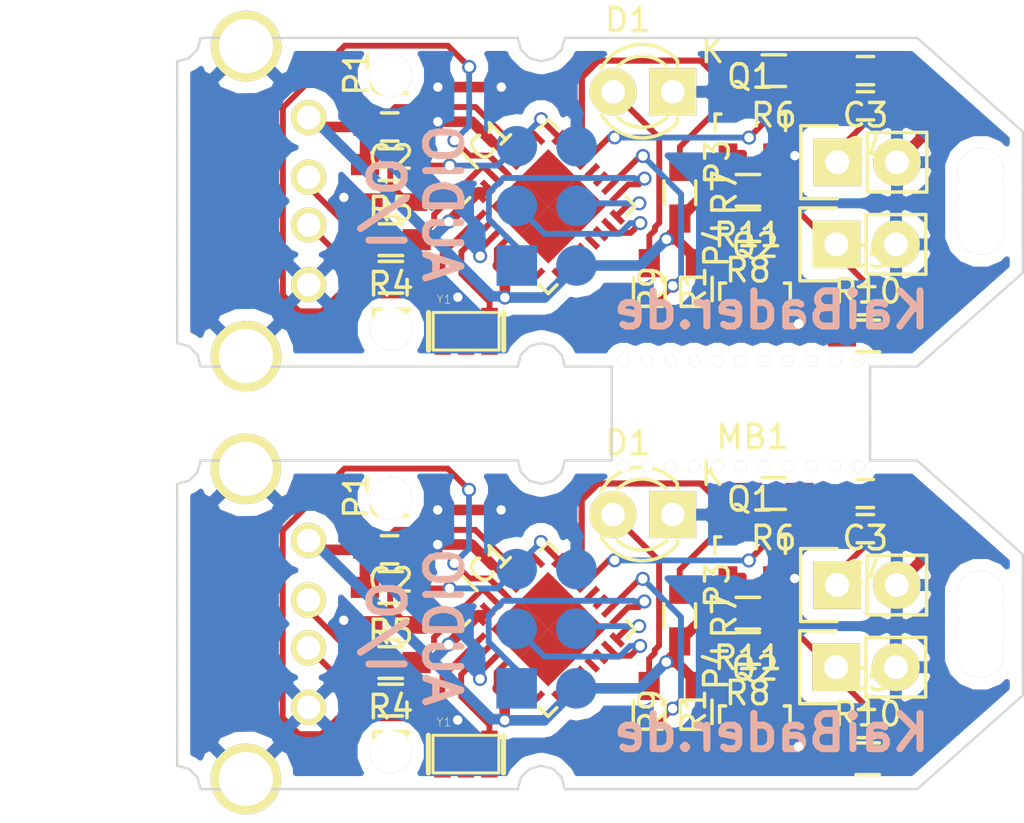
<source format=kicad_pcb>
(kicad_pcb (version 4) (host pcbnew 0.201604121231+6687~43~ubuntu15.10.1-product)

  (general
    (links 125)
    (no_connects 23)
    (area 121.461799 83.6825 171.334095 123.7513)
    (thickness 1.6)
    (drawings 332)
    (tracks 508)
    (zones 0)
    (modules 53)
    (nets 24)
  )

  (page A4)
  (layers
    (0 F.Cu signal)
    (31 B.Cu signal)
    (32 B.Adhes user)
    (33 F.Adhes user)
    (34 B.Paste user)
    (35 F.Paste user)
    (36 B.SilkS user)
    (37 F.SilkS user)
    (38 B.Mask user)
    (39 F.Mask user)
    (40 Dwgs.User user)
    (41 Cmts.User user)
    (42 Eco1.User user)
    (43 Eco2.User user)
    (44 Edge.Cuts user)
    (45 Margin user)
    (46 B.CrtYd user)
    (47 F.CrtYd user)
    (48 B.Fab user)
    (49 F.Fab user)
  )

  (setup
    (last_trace_width 0.25)
    (trace_clearance 0.2)
    (zone_clearance 0.508)
    (zone_45_only no)
    (trace_min 0.2)
    (segment_width 0.2)
    (edge_width 0.1)
    (via_size 0.6)
    (via_drill 0.4)
    (via_min_size 0.4)
    (via_min_drill 0.3)
    (uvia_size 0.3)
    (uvia_drill 0.1)
    (uvias_allowed no)
    (uvia_min_size 0.2)
    (uvia_min_drill 0.1)
    (pcb_text_width 0.3)
    (pcb_text_size 1.5 1.5)
    (mod_edge_width 0.15)
    (mod_text_size 1 1)
    (mod_text_width 0.15)
    (pad_size 0.5 0.5)
    (pad_drill 0.5)
    (pad_to_mask_clearance 0)
    (aux_axis_origin 129.2 99.4)
    (visible_elements FFFFFF7F)
    (pcbplotparams
      (layerselection 0x010d0_ffffffff)
      (usegerberextensions true)
      (excludeedgelayer true)
      (linewidth 0.100000)
      (plotframeref false)
      (viasonmask false)
      (mode 1)
      (useauxorigin false)
      (hpglpennumber 1)
      (hpglpenspeed 20)
      (hpglpendiameter 15)
      (psnegative false)
      (psa4output false)
      (plotreference true)
      (plotvalue true)
      (plotinvisibletext false)
      (padsonsilk false)
      (subtractmaskfromsilk false)
      (outputformat 1)
      (mirror false)
      (drillshape 0)
      (scaleselection 1)
      (outputdirectory Gerber/))
  )

  (net 0 "")
  (net 1 +5V)
  (net 2 GND)
  (net 3 "Net-(C2-Pad2)")
  (net 4 "Net-(C3-Pad2)")
  (net 5 "Net-(C4-Pad1)")
  (net 6 "Net-(C5-Pad1)")
  (net 7 "Net-(C5-Pad2)")
  (net 8 "Net-(D1-Pad2)")
  (net 9 "Net-(IC1-Pad1)")
  (net 10 "Net-(IC1-Pad2)")
  (net 11 SCK)
  (net 12 MOSI)
  (net 13 MISO)
  (net 14 PB4)
  (net 15 PD0)
  (net 16 PC7)
  (net 17 ~RESET)
  (net 18 "Net-(IC1-Pad29)")
  (net 19 "Net-(IC1-Pad30)")
  (net 20 "Net-(P1-Pad3)")
  (net 21 "Net-(P1-Pad2)")
  (net 22 "Net-(Q1-Pad1)")
  (net 23 "Net-(Q2-Pad3)")

  (net_class Default "Dies ist die voreingestellte Netzklasse."
    (clearance 0.2)
    (trace_width 0.25)
    (via_dia 0.6)
    (via_drill 0.4)
    (uvia_dia 0.3)
    (uvia_drill 0.1)
    (add_net MISO)
    (add_net MOSI)
    (add_net "Net-(C2-Pad2)")
    (add_net "Net-(C3-Pad2)")
    (add_net "Net-(C4-Pad1)")
    (add_net "Net-(C5-Pad1)")
    (add_net "Net-(C5-Pad2)")
    (add_net "Net-(D1-Pad2)")
    (add_net "Net-(IC1-Pad1)")
    (add_net "Net-(IC1-Pad2)")
    (add_net "Net-(IC1-Pad29)")
    (add_net "Net-(IC1-Pad30)")
    (add_net "Net-(P1-Pad2)")
    (add_net "Net-(P1-Pad3)")
    (add_net "Net-(Q1-Pad1)")
    (add_net "Net-(Q2-Pad3)")
    (add_net PB4)
    (add_net PC7)
    (add_net PD0)
    (add_net SCK)
    (add_net ~RESET)
  )

  (net_class PWR ""
    (clearance 0.2)
    (trace_width 0.45)
    (via_dia 0.6)
    (via_drill 0.4)
    (uvia_dia 0.3)
    (uvia_drill 0.1)
    (add_net +5V)
    (add_net GND)
  )

  (module KaiBader:Strain_Relief (layer F.Cu) (tedit 5702E25F) (tstamp 57092E56)
    (at 163.3928 109.1088)
    (descr "Strain Relief")
    (tags "strain relief")
    (fp_text reference REF** (at 0.2794 -2.54) (layer F.SilkS) hide
      (effects (font (size 1 1) (thickness 0.15)))
    )
    (fp_text value Strain_Relief (at 2.921 5.207) (layer F.Fab) hide
      (effects (font (size 1 1) (thickness 0.15)))
    )
    (fp_line (start -1.75 -1.75) (end -1.75 4.3) (layer F.CrtYd) (width 0.05))
    (fp_line (start 1.75 -1.75) (end 1.75 4.3) (layer F.CrtYd) (width 0.05))
    (fp_line (start -1.75 -1.75) (end 1.75 -1.75) (layer F.CrtYd) (width 0.05))
    (fp_line (start -1.75 4.3) (end 1.75 4.3) (layer F.CrtYd) (width 0.05))
    (pad "" thru_hole circle (at 0 0) (size 2 2) (drill 2) (layers *.Cu *.Mask F.SilkS))
    (pad "" thru_hole circle (at 0 2.54) (size 2 2) (drill 2) (layers *.Cu *.Mask F.SilkS))
    (pad "" thru_hole circle (at 0 0.635) (size 2 2) (drill 2) (layers *.Cu *.Mask F.SilkS))
    (pad "" thru_hole circle (at 0 1.905) (size 2 2) (drill 2) (layers *.Cu *.Mask F.SilkS))
    (pad "" thru_hole circle (at 0 1.27) (size 2 2) (drill 2) (layers *.Cu *.Mask F.SilkS))
  )

  (module KaiBader:AK-S-27_Mount (layer F.Cu) (tedit 570E2F7A) (tstamp 57092E51)
    (at 129.1928 117.4088)
    (fp_text reference Ref** (at 2.5 4) (layer F.Fab) hide
      (effects (font (size 1 1) (thickness 0.15)))
    )
    (fp_text value "AK-S-27 Mount" (at 6.75 5.25) (layer F.Fab) hide
      (effects (font (size 1 1) (thickness 0.15)))
    )
    (pad "" thru_hole circle (at 9.1 -12.4) (size 1.8 1.8) (drill 1.8) (layers *.Cu *.Mask F.SilkS))
    (pad "" thru_hole circle (at 9.1 -1.6) (size 1.8 1.8) (drill 1.8) (layers *.Cu *.Mask F.SilkS))
  )

  (module KaiBader:USB_A_MALE (layer F.Cu) (tedit 56FD84A1) (tstamp 57092E2B)
    (at 134.7928 106.8088 270)
    (descr "USB A connector")
    (tags "USB USB_A")
    (path /56D61110)
    (fp_text reference P1 (at -1.905 -2.032 270) (layer F.SilkS)
      (effects (font (size 1 1) (thickness 0.15)))
    )
    (fp_text value USB_A (at 3.556 2.667 270) (layer F.Fab)
      (effects (font (size 1 1) (thickness 0.15)))
    )
    (fp_line (start -4.064 13.081) (end 11.176 13.081) (layer F.CrtYd) (width 0.1))
    (fp_line (start 11.176 13.081) (end 11.176 -1.27) (layer F.CrtYd) (width 0.1))
    (fp_line (start 11.176 -1.27) (end -4.064 -1.27) (layer F.CrtYd) (width 0.1))
    (fp_line (start -4.064 -1.27) (end -4.064 13.081) (layer F.CrtYd) (width 0.1))
    (pad 4 thru_hole circle (at 7.112 0 180) (size 1.5 1.5) (drill 1) (layers *.Cu *.Mask F.SilkS)
      (net 2 GND))
    (pad 3 thru_hole circle (at 4.572 0 180) (size 1.5 1.5) (drill 1) (layers *.Cu *.Mask F.SilkS)
      (net 20 "Net-(P1-Pad3)"))
    (pad 2 thru_hole circle (at 2.54 0 180) (size 1.5 1.5) (drill 1) (layers *.Cu *.Mask F.SilkS)
      (net 21 "Net-(P1-Pad2)"))
    (pad 1 thru_hole circle (at 0 0 180) (size 1.5 1.5) (drill 1) (layers *.Cu *.Mask F.SilkS)
      (net 1 +5V))
    (pad 5 thru_hole circle (at 10.16 2.667 180) (size 3 3) (drill 2.3) (layers *.Cu *.Mask F.SilkS)
      (net 2 GND))
    (pad 5 thru_hole circle (at -3.048 2.667 180) (size 3 3) (drill 2.3) (layers *.Cu *.Mask F.SilkS)
      (net 2 GND))
    (model Connect.3dshapes/USB_A.wrl
      (at (xyz 0.14 0 0))
      (scale (xyz 1 1 1))
      (rotate (xyz 0 0 90))
    )
  )

  (module KaiBader:CSTCE16M0V53 (layer F.Cu) (tedit 56DB3FD6) (tstamp 57092E1F)
    (at 140.0448 117.5954)
    (descr "CSTCE16M0V53 CERAMIC RESONATOR (CERALOCK) 16 MHZ CHIP TYPE")
    (tags "CSTCE16M0V53 CERAMIC RESONATOR (CERALOCK) 16 MHZ CHIP TYPE")
    (path /56DB6EB4)
    (attr smd)
    (fp_text reference Y1 (at 0.508 -3.048) (layer F.SilkS)
      (effects (font (size 0.3556 0.3556) (thickness 0.0254)))
    )
    (fp_text value CSTCE16M0V53MU (at 1.651 -0.254) (layer F.Fab)
      (effects (font (size 0.3556 0.3556) (thickness 0.0254)))
    )
    (fp_line (start 0.04826 -2.48666) (end 2.84988 -2.48666) (layer F.SilkS) (width 0.127))
    (fp_line (start 2.84988 -2.48666) (end 2.84988 -0.88646) (layer F.SilkS) (width 0.127))
    (fp_line (start 2.84988 -0.88646) (end 0.04826 -0.88646) (layer F.SilkS) (width 0.127))
    (fp_line (start 0.04826 -0.88646) (end 0.04826 -2.48666) (layer F.SilkS) (width 0.127))
    (fp_line (start -0.14986 -2.48666) (end -0.14986 -0.88646) (layer F.SilkS) (width 0.21844))
    (fp_line (start 3.048 -2.48666) (end 3.048 -0.88646) (layer F.SilkS) (width 0.21844))
    (pad 1 smd rect (at 0.44958 -1.68656 90) (size 1.99898 0.6985) (layers F.Cu F.Paste F.Mask)
      (net 9 "Net-(IC1-Pad1)"))
    (pad 2 smd rect (at 1.4478 -1.68656 90) (size 1.99898 0.6985) (layers F.Cu F.Paste F.Mask)
      (net 2 GND))
    (pad 3 smd rect (at 2.44856 -1.68656 90) (size 1.99898 0.6985) (layers F.Cu F.Paste F.Mask)
      (net 10 "Net-(IC1-Pad2)"))
  )

  (module Resistors_SMD:R_0603_HandSoldering (layer F.Cu) (tedit 5418A00F) (tstamp 57092E14)
    (at 153.4928 109.9088 180)
    (descr "Resistor SMD 0603, hand soldering")
    (tags "resistor 0603")
    (path /56F1D42E)
    (attr smd)
    (fp_text reference R11 (at 0 -1.9 180) (layer F.SilkS)
      (effects (font (size 1 1) (thickness 0.15)))
    )
    (fp_text value R (at 0 1.9 180) (layer F.Fab)
      (effects (font (size 1 1) (thickness 0.15)))
    )
    (fp_line (start -2 -0.8) (end 2 -0.8) (layer F.CrtYd) (width 0.05))
    (fp_line (start -2 0.8) (end 2 0.8) (layer F.CrtYd) (width 0.05))
    (fp_line (start -2 -0.8) (end -2 0.8) (layer F.CrtYd) (width 0.05))
    (fp_line (start 2 -0.8) (end 2 0.8) (layer F.CrtYd) (width 0.05))
    (fp_line (start 0.5 0.675) (end -0.5 0.675) (layer F.SilkS) (width 0.15))
    (fp_line (start -0.5 -0.675) (end 0.5 -0.675) (layer F.SilkS) (width 0.15))
    (pad 1 smd rect (at -1.1 0 180) (size 1.2 0.9) (layers F.Cu F.Paste F.Mask)
      (net 7 "Net-(C5-Pad2)"))
    (pad 2 smd rect (at 1.1 0 180) (size 1.2 0.9) (layers F.Cu F.Paste F.Mask)
      (net 1 +5V))
    (model Resistors_SMD.3dshapes/R_0603_HandSoldering.wrl
      (at (xyz 0 0 0))
      (scale (xyz 1 1 1))
      (rotate (xyz 0 0 0))
    )
  )

  (module Resistors_SMD:R_0603_HandSoldering (layer F.Cu) (tedit 5418A00F) (tstamp 57092E09)
    (at 158.5928 116.1088)
    (descr "Resistor SMD 0603, hand soldering")
    (tags "resistor 0603")
    (path /56F1D15A)
    (attr smd)
    (fp_text reference R10 (at 0 -1.9) (layer F.SilkS)
      (effects (font (size 1 1) (thickness 0.15)))
    )
    (fp_text value R (at 0 1.9) (layer F.Fab)
      (effects (font (size 1 1) (thickness 0.15)))
    )
    (fp_line (start -2 -0.8) (end 2 -0.8) (layer F.CrtYd) (width 0.05))
    (fp_line (start -2 0.8) (end 2 0.8) (layer F.CrtYd) (width 0.05))
    (fp_line (start -2 -0.8) (end -2 0.8) (layer F.CrtYd) (width 0.05))
    (fp_line (start 2 -0.8) (end 2 0.8) (layer F.CrtYd) (width 0.05))
    (fp_line (start 0.5 0.675) (end -0.5 0.675) (layer F.SilkS) (width 0.15))
    (fp_line (start -0.5 -0.675) (end 0.5 -0.675) (layer F.SilkS) (width 0.15))
    (pad 1 smd rect (at -1.1 0) (size 1.2 0.9) (layers F.Cu F.Paste F.Mask)
      (net 23 "Net-(Q2-Pad3)"))
    (pad 2 smd rect (at 1.1 0) (size 1.2 0.9) (layers F.Cu F.Paste F.Mask)
      (net 6 "Net-(C5-Pad1)"))
    (model Resistors_SMD.3dshapes/R_0603_HandSoldering.wrl
      (at (xyz 0 0 0))
      (scale (xyz 1 1 1))
      (rotate (xyz 0 0 0))
    )
  )

  (module Resistors_SMD:R_0603_HandSoldering (layer F.Cu) (tedit 5418A00F) (tstamp 57092DFE)
    (at 151.2928 114.1088 90)
    (descr "Resistor SMD 0603, hand soldering")
    (tags "resistor 0603")
    (path /56F1D1D4)
    (attr smd)
    (fp_text reference R9 (at 0 -1.9 90) (layer F.SilkS)
      (effects (font (size 1 1) (thickness 0.15)))
    )
    (fp_text value R (at 0 1.9 90) (layer F.Fab)
      (effects (font (size 1 1) (thickness 0.15)))
    )
    (fp_line (start -2 -0.8) (end 2 -0.8) (layer F.CrtYd) (width 0.05))
    (fp_line (start -2 0.8) (end 2 0.8) (layer F.CrtYd) (width 0.05))
    (fp_line (start -2 -0.8) (end -2 0.8) (layer F.CrtYd) (width 0.05))
    (fp_line (start 2 -0.8) (end 2 0.8) (layer F.CrtYd) (width 0.05))
    (fp_line (start 0.5 0.675) (end -0.5 0.675) (layer F.SilkS) (width 0.15))
    (fp_line (start -0.5 -0.675) (end 0.5 -0.675) (layer F.SilkS) (width 0.15))
    (pad 1 smd rect (at -1.1 0 90) (size 1.2 0.9) (layers F.Cu F.Paste F.Mask)
      (net 23 "Net-(Q2-Pad3)"))
    (pad 2 smd rect (at 1.1 0 90) (size 1.2 0.9) (layers F.Cu F.Paste F.Mask)
      (net 1 +5V))
    (model Resistors_SMD.3dshapes/R_0603_HandSoldering.wrl
      (at (xyz 0 0 0))
      (scale (xyz 1 1 1))
      (rotate (xyz 0 0 0))
    )
  )

  (module Resistors_SMD:R_0603_HandSoldering (layer F.Cu) (tedit 5418A00F) (tstamp 57092DF3)
    (at 153.4928 111.4088 180)
    (descr "Resistor SMD 0603, hand soldering")
    (tags "resistor 0603")
    (path /56F1CFFC)
    (attr smd)
    (fp_text reference R8 (at 0 -1.9 180) (layer F.SilkS)
      (effects (font (size 1 1) (thickness 0.15)))
    )
    (fp_text value R (at 0 1.9 180) (layer F.Fab)
      (effects (font (size 1 1) (thickness 0.15)))
    )
    (fp_line (start -2 -0.8) (end 2 -0.8) (layer F.CrtYd) (width 0.05))
    (fp_line (start -2 0.8) (end 2 0.8) (layer F.CrtYd) (width 0.05))
    (fp_line (start -2 -0.8) (end -2 0.8) (layer F.CrtYd) (width 0.05))
    (fp_line (start 2 -0.8) (end 2 0.8) (layer F.CrtYd) (width 0.05))
    (fp_line (start 0.5 0.675) (end -0.5 0.675) (layer F.SilkS) (width 0.15))
    (fp_line (start -0.5 -0.675) (end 0.5 -0.675) (layer F.SilkS) (width 0.15))
    (pad 1 smd rect (at -1.1 0 180) (size 1.2 0.9) (layers F.Cu F.Paste F.Mask)
      (net 22 "Net-(Q1-Pad1)"))
    (pad 2 smd rect (at 1.1 0 180) (size 1.2 0.9) (layers F.Cu F.Paste F.Mask)
      (net 23 "Net-(Q2-Pad3)"))
    (model Resistors_SMD.3dshapes/R_0603_HandSoldering.wrl
      (at (xyz 0 0 0))
      (scale (xyz 1 1 1))
      (rotate (xyz 0 0 0))
    )
  )

  (module Resistors_SMD:R_0603_HandSoldering (layer F.Cu) (tedit 5418A00F) (tstamp 57092DE8)
    (at 150.5928 110.0088 270)
    (descr "Resistor SMD 0603, hand soldering")
    (tags "resistor 0603")
    (path /56F1D3A0)
    (attr smd)
    (fp_text reference R7 (at 0 -1.9 270) (layer F.SilkS)
      (effects (font (size 1 1) (thickness 0.15)))
    )
    (fp_text value R (at 0 1.9 270) (layer F.Fab)
      (effects (font (size 1 1) (thickness 0.15)))
    )
    (fp_line (start -2 -0.8) (end 2 -0.8) (layer F.CrtYd) (width 0.05))
    (fp_line (start -2 0.8) (end 2 0.8) (layer F.CrtYd) (width 0.05))
    (fp_line (start -2 -0.8) (end -2 0.8) (layer F.CrtYd) (width 0.05))
    (fp_line (start 2 -0.8) (end 2 0.8) (layer F.CrtYd) (width 0.05))
    (fp_line (start 0.5 0.675) (end -0.5 0.675) (layer F.SilkS) (width 0.15))
    (fp_line (start -0.5 -0.675) (end 0.5 -0.675) (layer F.SilkS) (width 0.15))
    (pad 1 smd rect (at -1.1 0 270) (size 1.2 0.9) (layers F.Cu F.Paste F.Mask)
      (net 16 PC7))
    (pad 2 smd rect (at 1.1 0 270) (size 1.2 0.9) (layers F.Cu F.Paste F.Mask)
      (net 1 +5V))
    (model Resistors_SMD.3dshapes/R_0603_HandSoldering.wrl
      (at (xyz 0 0 0))
      (scale (xyz 1 1 1))
      (rotate (xyz 0 0 0))
    )
  )

  (module Resistors_SMD:R_0603_HandSoldering (layer F.Cu) (tedit 5418A00F) (tstamp 57092DDD)
    (at 154.5928 104.8088 180)
    (descr "Resistor SMD 0603, hand soldering")
    (tags "resistor 0603")
    (path /56D71B97)
    (attr smd)
    (fp_text reference R6 (at 0 -1.9 180) (layer F.SilkS)
      (effects (font (size 1 1) (thickness 0.15)))
    )
    (fp_text value 1.8k (at 0 1.9 180) (layer F.Fab)
      (effects (font (size 1 1) (thickness 0.15)))
    )
    (fp_line (start -2 -0.8) (end 2 -0.8) (layer F.CrtYd) (width 0.05))
    (fp_line (start -2 0.8) (end 2 0.8) (layer F.CrtYd) (width 0.05))
    (fp_line (start -2 -0.8) (end -2 0.8) (layer F.CrtYd) (width 0.05))
    (fp_line (start 2 -0.8) (end 2 0.8) (layer F.CrtYd) (width 0.05))
    (fp_line (start 0.5 0.675) (end -0.5 0.675) (layer F.SilkS) (width 0.15))
    (fp_line (start -0.5 -0.675) (end 0.5 -0.675) (layer F.SilkS) (width 0.15))
    (pad 1 smd rect (at -1.1 0 180) (size 1.2 0.9) (layers F.Cu F.Paste F.Mask)
      (net 4 "Net-(C3-Pad2)"))
    (pad 2 smd rect (at 1.1 0 180) (size 1.2 0.9) (layers F.Cu F.Paste F.Mask)
      (net 15 PD0))
    (model Resistors_SMD.3dshapes/R_0603_HandSoldering.wrl
      (at (xyz 0 0 0))
      (scale (xyz 1 1 1))
      (rotate (xyz 0 0 0))
    )
  )

  (module Resistors_SMD:R_0603_HandSoldering (layer F.Cu) (tedit 5418A00F) (tstamp 57092DD2)
    (at 138.2928 108.8088 180)
    (descr "Resistor SMD 0603, hand soldering")
    (tags "resistor 0603")
    (path /56D7B544)
    (attr smd)
    (fp_text reference R5 (at 0 -1.9 180) (layer F.SilkS)
      (effects (font (size 1 1) (thickness 0.15)))
    )
    (fp_text value 10k (at 0 1.9 180) (layer F.Fab)
      (effects (font (size 1 1) (thickness 0.15)))
    )
    (fp_line (start -2 -0.8) (end 2 -0.8) (layer F.CrtYd) (width 0.05))
    (fp_line (start -2 0.8) (end 2 0.8) (layer F.CrtYd) (width 0.05))
    (fp_line (start -2 -0.8) (end -2 0.8) (layer F.CrtYd) (width 0.05))
    (fp_line (start 2 -0.8) (end 2 0.8) (layer F.CrtYd) (width 0.05))
    (fp_line (start 0.5 0.675) (end -0.5 0.675) (layer F.SilkS) (width 0.15))
    (fp_line (start -0.5 -0.675) (end 0.5 -0.675) (layer F.SilkS) (width 0.15))
    (pad 1 smd rect (at -1.1 0 180) (size 1.2 0.9) (layers F.Cu F.Paste F.Mask)
      (net 17 ~RESET))
    (pad 2 smd rect (at 1.1 0 180) (size 1.2 0.9) (layers F.Cu F.Paste F.Mask)
      (net 1 +5V))
    (model Resistors_SMD.3dshapes/R_0603_HandSoldering.wrl
      (at (xyz 0 0 0))
      (scale (xyz 1 1 1))
      (rotate (xyz 0 0 0))
    )
  )

  (module Resistors_SMD:R_0603_HandSoldering (layer F.Cu) (tedit 5418A00F) (tstamp 57092DC7)
    (at 138.2928 112.0088 180)
    (descr "Resistor SMD 0603, hand soldering")
    (tags "resistor 0603")
    (path /56D7773C)
    (attr smd)
    (fp_text reference R4 (at 0 -1.9 180) (layer F.SilkS)
      (effects (font (size 1 1) (thickness 0.15)))
    )
    (fp_text value 22 (at 0 1.9 180) (layer F.Fab)
      (effects (font (size 1 1) (thickness 0.15)))
    )
    (fp_line (start -2 -0.8) (end 2 -0.8) (layer F.CrtYd) (width 0.05))
    (fp_line (start -2 0.8) (end 2 0.8) (layer F.CrtYd) (width 0.05))
    (fp_line (start -2 -0.8) (end -2 0.8) (layer F.CrtYd) (width 0.05))
    (fp_line (start 2 -0.8) (end 2 0.8) (layer F.CrtYd) (width 0.05))
    (fp_line (start 0.5 0.675) (end -0.5 0.675) (layer F.SilkS) (width 0.15))
    (fp_line (start -0.5 -0.675) (end 0.5 -0.675) (layer F.SilkS) (width 0.15))
    (pad 1 smd rect (at -1.1 0 180) (size 1.2 0.9) (layers F.Cu F.Paste F.Mask)
      (net 19 "Net-(IC1-Pad30)"))
    (pad 2 smd rect (at 1.1 0 180) (size 1.2 0.9) (layers F.Cu F.Paste F.Mask)
      (net 21 "Net-(P1-Pad2)"))
    (model Resistors_SMD.3dshapes/R_0603_HandSoldering.wrl
      (at (xyz 0 0 0))
      (scale (xyz 1 1 1))
      (rotate (xyz 0 0 0))
    )
  )

  (module Resistors_SMD:R_0603_HandSoldering (layer F.Cu) (tedit 5418A00F) (tstamp 57092DBC)
    (at 138.2928 113.6088 180)
    (descr "Resistor SMD 0603, hand soldering")
    (tags "resistor 0603")
    (path /56D77681)
    (attr smd)
    (fp_text reference R3 (at 0 -1.9 180) (layer F.SilkS)
      (effects (font (size 1 1) (thickness 0.15)))
    )
    (fp_text value 22 (at 0 1.9 180) (layer F.Fab)
      (effects (font (size 1 1) (thickness 0.15)))
    )
    (fp_line (start -2 -0.8) (end 2 -0.8) (layer F.CrtYd) (width 0.05))
    (fp_line (start -2 0.8) (end 2 0.8) (layer F.CrtYd) (width 0.05))
    (fp_line (start -2 -0.8) (end -2 0.8) (layer F.CrtYd) (width 0.05))
    (fp_line (start 2 -0.8) (end 2 0.8) (layer F.CrtYd) (width 0.05))
    (fp_line (start 0.5 0.675) (end -0.5 0.675) (layer F.SilkS) (width 0.15))
    (fp_line (start -0.5 -0.675) (end 0.5 -0.675) (layer F.SilkS) (width 0.15))
    (pad 1 smd rect (at -1.1 0 180) (size 1.2 0.9) (layers F.Cu F.Paste F.Mask)
      (net 18 "Net-(IC1-Pad29)"))
    (pad 2 smd rect (at 1.1 0 180) (size 1.2 0.9) (layers F.Cu F.Paste F.Mask)
      (net 20 "Net-(P1-Pad3)"))
    (model Resistors_SMD.3dshapes/R_0603_HandSoldering.wrl
      (at (xyz 0 0 0))
      (scale (xyz 1 1 1))
      (rotate (xyz 0 0 0))
    )
  )

  (module Resistors_SMD:R_0603_HandSoldering (layer F.Cu) (tedit 5418A00F) (tstamp 57092DB1)
    (at 149.2928 114.1088 270)
    (descr "Resistor SMD 0603, hand soldering")
    (tags "resistor 0603")
    (path /56F2E8B6)
    (attr smd)
    (fp_text reference R1 (at 0 -1.9 270) (layer F.SilkS)
      (effects (font (size 1 1) (thickness 0.15)))
    )
    (fp_text value 470 (at 0 1.9 270) (layer F.Fab)
      (effects (font (size 1 1) (thickness 0.15)))
    )
    (fp_line (start -2 -0.8) (end 2 -0.8) (layer F.CrtYd) (width 0.05))
    (fp_line (start -2 0.8) (end 2 0.8) (layer F.CrtYd) (width 0.05))
    (fp_line (start -2 -0.8) (end -2 0.8) (layer F.CrtYd) (width 0.05))
    (fp_line (start 2 -0.8) (end 2 0.8) (layer F.CrtYd) (width 0.05))
    (fp_line (start 0.5 0.675) (end -0.5 0.675) (layer F.SilkS) (width 0.15))
    (fp_line (start -0.5 -0.675) (end 0.5 -0.675) (layer F.SilkS) (width 0.15))
    (pad 1 smd rect (at -1.1 0 270) (size 1.2 0.9) (layers F.Cu F.Paste F.Mask)
      (net 8 "Net-(D1-Pad2)"))
    (pad 2 smd rect (at 1.1 0 270) (size 1.2 0.9) (layers F.Cu F.Paste F.Mask)
      (net 14 PB4))
    (model Resistors_SMD.3dshapes/R_0603_HandSoldering.wrl
      (at (xyz 0 0 0))
      (scale (xyz 1 1 1))
      (rotate (xyz 0 0 0))
    )
  )

  (module TO_SOT_Packages_SMD:SOT-23 (layer F.Cu) (tedit 553634F8) (tstamp 57092DA2)
    (at 153.7928 114.5088)
    (descr "SOT-23, Standard")
    (tags SOT-23)
    (path /56F23F5C)
    (attr smd)
    (fp_text reference Q2 (at 0 -2.25) (layer F.SilkS)
      (effects (font (size 1 1) (thickness 0.15)))
    )
    (fp_text value BC849 (at 0 2.3) (layer F.Fab)
      (effects (font (size 1 1) (thickness 0.15)))
    )
    (fp_line (start -1.65 -1.6) (end 1.65 -1.6) (layer F.CrtYd) (width 0.05))
    (fp_line (start 1.65 -1.6) (end 1.65 1.6) (layer F.CrtYd) (width 0.05))
    (fp_line (start 1.65 1.6) (end -1.65 1.6) (layer F.CrtYd) (width 0.05))
    (fp_line (start -1.65 1.6) (end -1.65 -1.6) (layer F.CrtYd) (width 0.05))
    (fp_line (start 1.29916 -0.65024) (end 1.2509 -0.65024) (layer F.SilkS) (width 0.15))
    (fp_line (start -1.49982 0.0508) (end -1.49982 -0.65024) (layer F.SilkS) (width 0.15))
    (fp_line (start -1.49982 -0.65024) (end -1.2509 -0.65024) (layer F.SilkS) (width 0.15))
    (fp_line (start 1.29916 -0.65024) (end 1.49982 -0.65024) (layer F.SilkS) (width 0.15))
    (fp_line (start 1.49982 -0.65024) (end 1.49982 0.0508) (layer F.SilkS) (width 0.15))
    (pad 1 smd rect (at -0.95 1.00076) (size 0.8001 0.8001) (layers F.Cu F.Paste F.Mask)
      (net 6 "Net-(C5-Pad1)"))
    (pad 2 smd rect (at 0.95 1.00076) (size 0.8001 0.8001) (layers F.Cu F.Paste F.Mask)
      (net 2 GND))
    (pad 3 smd rect (at 0 -0.99822) (size 0.8001 0.8001) (layers F.Cu F.Paste F.Mask)
      (net 23 "Net-(Q2-Pad3)"))
    (model TO_SOT_Packages_SMD.3dshapes/SOT-23.wrl
      (at (xyz 0 0 0))
      (scale (xyz 1 1 1))
      (rotate (xyz 0 0 0))
    )
  )

  (module TO_SOT_Packages_SMD:SOT-23 (layer F.Cu) (tedit 553634F8) (tstamp 57092D93)
    (at 153.5928 107.3088)
    (descr "SOT-23, Standard")
    (tags SOT-23)
    (path /56F2409F)
    (attr smd)
    (fp_text reference Q1 (at 0 -2.25) (layer F.SilkS)
      (effects (font (size 1 1) (thickness 0.15)))
    )
    (fp_text value BC849 (at 0 2.3) (layer F.Fab)
      (effects (font (size 1 1) (thickness 0.15)))
    )
    (fp_line (start -1.65 -1.6) (end 1.65 -1.6) (layer F.CrtYd) (width 0.05))
    (fp_line (start 1.65 -1.6) (end 1.65 1.6) (layer F.CrtYd) (width 0.05))
    (fp_line (start 1.65 1.6) (end -1.65 1.6) (layer F.CrtYd) (width 0.05))
    (fp_line (start -1.65 1.6) (end -1.65 -1.6) (layer F.CrtYd) (width 0.05))
    (fp_line (start 1.29916 -0.65024) (end 1.2509 -0.65024) (layer F.SilkS) (width 0.15))
    (fp_line (start -1.49982 0.0508) (end -1.49982 -0.65024) (layer F.SilkS) (width 0.15))
    (fp_line (start -1.49982 -0.65024) (end -1.2509 -0.65024) (layer F.SilkS) (width 0.15))
    (fp_line (start 1.29916 -0.65024) (end 1.49982 -0.65024) (layer F.SilkS) (width 0.15))
    (fp_line (start 1.49982 -0.65024) (end 1.49982 0.0508) (layer F.SilkS) (width 0.15))
    (pad 1 smd rect (at -0.95 1.00076) (size 0.8001 0.8001) (layers F.Cu F.Paste F.Mask)
      (net 22 "Net-(Q1-Pad1)"))
    (pad 2 smd rect (at 0.95 1.00076) (size 0.8001 0.8001) (layers F.Cu F.Paste F.Mask)
      (net 2 GND))
    (pad 3 smd rect (at 0 -0.99822) (size 0.8001 0.8001) (layers F.Cu F.Paste F.Mask)
      (net 16 PC7))
    (model TO_SOT_Packages_SMD.3dshapes/SOT-23.wrl
      (at (xyz 0 0 0))
      (scale (xyz 1 1 1))
      (rotate (xyz 0 0 0))
    )
  )

  (module Pin_Headers:Pin_Header_Straight_1x02 (layer F.Cu) (tedit 54EA090C) (tstamp 57092D83)
    (at 157.2528 112.2088 90)
    (descr "Through hole pin header")
    (tags "pin header")
    (path /56F1EC43)
    (fp_text reference P4 (at 0 -5.1 90) (layer F.SilkS)
      (effects (font (size 1 1) (thickness 0.15)))
    )
    (fp_text value EAR (at 0 -3.1 90) (layer F.Fab)
      (effects (font (size 1 1) (thickness 0.15)))
    )
    (fp_line (start 1.27 1.27) (end 1.27 3.81) (layer F.SilkS) (width 0.15))
    (fp_line (start 1.55 -1.55) (end 1.55 0) (layer F.SilkS) (width 0.15))
    (fp_line (start -1.75 -1.75) (end -1.75 4.3) (layer F.CrtYd) (width 0.05))
    (fp_line (start 1.75 -1.75) (end 1.75 4.3) (layer F.CrtYd) (width 0.05))
    (fp_line (start -1.75 -1.75) (end 1.75 -1.75) (layer F.CrtYd) (width 0.05))
    (fp_line (start -1.75 4.3) (end 1.75 4.3) (layer F.CrtYd) (width 0.05))
    (fp_line (start 1.27 1.27) (end -1.27 1.27) (layer F.SilkS) (width 0.15))
    (fp_line (start -1.55 0) (end -1.55 -1.55) (layer F.SilkS) (width 0.15))
    (fp_line (start -1.55 -1.55) (end 1.55 -1.55) (layer F.SilkS) (width 0.15))
    (fp_line (start -1.27 1.27) (end -1.27 3.81) (layer F.SilkS) (width 0.15))
    (fp_line (start -1.27 3.81) (end 1.27 3.81) (layer F.SilkS) (width 0.15))
    (pad 1 thru_hole rect (at 0 0 90) (size 2.032 2.032) (drill 1.016) (layers *.Cu *.Mask F.SilkS)
      (net 7 "Net-(C5-Pad2)"))
    (pad 2 thru_hole oval (at 0 2.54 90) (size 2.032 2.032) (drill 1.016) (layers *.Cu *.Mask F.SilkS)
      (net 2 GND))
  )

  (module Pin_Headers:Pin_Header_Straight_1x02 (layer F.Cu) (tedit 54EA090C) (tstamp 57092D73)
    (at 157.2928 108.7088 90)
    (descr "Through hole pin header")
    (tags "pin header")
    (path /56D702CB)
    (fp_text reference P3 (at 0 -5.1 90) (layer F.SilkS)
      (effects (font (size 1 1) (thickness 0.15)))
    )
    (fp_text value OUT (at 0 -3.1 90) (layer F.Fab)
      (effects (font (size 1 1) (thickness 0.15)))
    )
    (fp_line (start 1.27 1.27) (end 1.27 3.81) (layer F.SilkS) (width 0.15))
    (fp_line (start 1.55 -1.55) (end 1.55 0) (layer F.SilkS) (width 0.15))
    (fp_line (start -1.75 -1.75) (end -1.75 4.3) (layer F.CrtYd) (width 0.05))
    (fp_line (start 1.75 -1.75) (end 1.75 4.3) (layer F.CrtYd) (width 0.05))
    (fp_line (start -1.75 -1.75) (end 1.75 -1.75) (layer F.CrtYd) (width 0.05))
    (fp_line (start -1.75 4.3) (end 1.75 4.3) (layer F.CrtYd) (width 0.05))
    (fp_line (start 1.27 1.27) (end -1.27 1.27) (layer F.SilkS) (width 0.15))
    (fp_line (start -1.55 0) (end -1.55 -1.55) (layer F.SilkS) (width 0.15))
    (fp_line (start -1.55 -1.55) (end 1.55 -1.55) (layer F.SilkS) (width 0.15))
    (fp_line (start -1.27 1.27) (end -1.27 3.81) (layer F.SilkS) (width 0.15))
    (fp_line (start -1.27 3.81) (end 1.27 3.81) (layer F.SilkS) (width 0.15))
    (pad 1 thru_hole rect (at 0 0 90) (size 2.032 2.032) (drill 1.016) (layers *.Cu *.Mask F.SilkS)
      (net 5 "Net-(C4-Pad1)"))
    (pad 2 thru_hole oval (at 0 2.54 90) (size 2.032 2.032) (drill 1.016) (layers *.Cu *.Mask F.SilkS)
      (net 2 GND))
  )

  (module KaiBader:Pin_Header_SMD_2x03 (layer B.Cu) (tedit 570E2F53) (tstamp 57092D66)
    (at 143.6528 113.1088)
    (descr "Through hole pin header")
    (tags "pin header")
    (path /56D61695)
    (fp_text reference P2 (at 0 5.1) (layer B.SilkS) hide
      (effects (font (size 1 1) (thickness 0.15)) (justify mirror))
    )
    (fp_text value AVR-ISP (at 0 3.1) (layer B.Fab)
      (effects (font (size 1 1) (thickness 0.15)) (justify mirror))
    )
    (fp_line (start -1.75 1.75) (end -1.75 -6.85) (layer B.CrtYd) (width 0.05))
    (fp_line (start 4.3 1.75) (end 4.3 -6.85) (layer B.CrtYd) (width 0.05))
    (fp_line (start -1.75 1.75) (end 4.3 1.75) (layer B.CrtYd) (width 0.05))
    (fp_line (start -1.75 -6.85) (end 4.3 -6.85) (layer B.CrtYd) (width 0.05))
    (pad 1 smd rect (at 0 0) (size 1.7272 1.7272) (layers B.Cu B.Paste B.Mask)
      (net 13 MISO))
    (pad 2 smd oval (at 2.54 0) (size 1.7272 1.7272) (layers B.Cu B.Paste B.Mask)
      (net 1 +5V))
    (pad 3 smd oval (at 0 -2.54) (size 1.7272 1.7272) (layers B.Cu B.Paste B.Mask)
      (net 11 SCK))
    (pad 4 smd oval (at 2.54 -2.54) (size 1.7272 1.7272) (layers B.Cu B.Paste B.Mask)
      (net 12 MOSI))
    (pad 5 smd oval (at 0 -5.08) (size 1.7272 1.7272) (layers B.Cu B.Paste B.Mask)
      (net 17 ~RESET))
    (pad 6 smd oval (at 2.54 -5.08) (size 1.7272 1.7272) (layers B.Cu B.Paste B.Mask)
      (net 2 GND))
  )

  (module Housings_DFN_QFN:QFN-32-1EP_5x5mm_Pitch0.5mm (layer F.Cu) (tedit 54130A77) (tstamp 57092D34)
    (at 144.9928 110.589 45)
    (descr "UH Package; 32-Lead Plastic QFN (5mm x 5mm); (see Linear Technology QFN_32_05-08-1693.pdf)")
    (tags "QFN 0.5")
    (path /56DBCEF4)
    (attr smd)
    (fp_text reference IC1 (at 0 -3.75 45) (layer F.SilkS)
      (effects (font (size 1 1) (thickness 0.15)))
    )
    (fp_text value ATMEGA16U2 (at 0 3.75 45) (layer F.Fab)
      (effects (font (size 1 1) (thickness 0.15)))
    )
    (fp_line (start -3 -3) (end -3 3) (layer F.CrtYd) (width 0.05))
    (fp_line (start 3 -3) (end 3 3) (layer F.CrtYd) (width 0.05))
    (fp_line (start -3 -3) (end 3 -3) (layer F.CrtYd) (width 0.05))
    (fp_line (start -3 3) (end 3 3) (layer F.CrtYd) (width 0.05))
    (fp_line (start 2.625 -2.625) (end 2.625 -2.1) (layer F.SilkS) (width 0.15))
    (fp_line (start -2.625 2.625) (end -2.625 2.1) (layer F.SilkS) (width 0.15))
    (fp_line (start 2.625 2.625) (end 2.625 2.1) (layer F.SilkS) (width 0.15))
    (fp_line (start -2.625 -2.625) (end -2.1 -2.625) (layer F.SilkS) (width 0.15))
    (fp_line (start -2.625 2.625) (end -2.1 2.625) (layer F.SilkS) (width 0.15))
    (fp_line (start 2.625 2.625) (end 2.1 2.625) (layer F.SilkS) (width 0.15))
    (fp_line (start 2.625 -2.625) (end 2.1 -2.625) (layer F.SilkS) (width 0.15))
    (pad 1 smd rect (at -2.4 -1.75 45) (size 0.7 0.25) (layers F.Cu F.Paste F.Mask)
      (net 9 "Net-(IC1-Pad1)"))
    (pad 2 smd rect (at -2.4 -1.25 45) (size 0.7 0.25) (layers F.Cu F.Paste F.Mask)
      (net 10 "Net-(IC1-Pad2)"))
    (pad 3 smd rect (at -2.4 -0.75 45) (size 0.7 0.25) (layers F.Cu F.Paste F.Mask)
      (net 2 GND))
    (pad 4 smd rect (at -2.4 -0.25 45) (size 0.7 0.25) (layers F.Cu F.Paste F.Mask)
      (net 1 +5V))
    (pad 5 smd rect (at -2.4 0.25 45) (size 0.7 0.25) (layers F.Cu F.Paste F.Mask))
    (pad 6 smd rect (at -2.4 0.75 45) (size 0.7 0.25) (layers F.Cu F.Paste F.Mask))
    (pad 7 smd rect (at -2.4 1.25 45) (size 0.7 0.25) (layers F.Cu F.Paste F.Mask))
    (pad 8 smd rect (at -2.4 1.75 45) (size 0.7 0.25) (layers F.Cu F.Paste F.Mask))
    (pad 9 smd rect (at -1.75 2.4 135) (size 0.7 0.25) (layers F.Cu F.Paste F.Mask))
    (pad 10 smd rect (at -1.25 2.4 135) (size 0.7 0.25) (layers F.Cu F.Paste F.Mask))
    (pad 11 smd rect (at -0.75 2.4 135) (size 0.7 0.25) (layers F.Cu F.Paste F.Mask))
    (pad 12 smd rect (at -0.25 2.4 135) (size 0.7 0.25) (layers F.Cu F.Paste F.Mask))
    (pad 13 smd rect (at 0.25 2.4 135) (size 0.7 0.25) (layers F.Cu F.Paste F.Mask))
    (pad 14 smd rect (at 0.75 2.4 135) (size 0.7 0.25) (layers F.Cu F.Paste F.Mask))
    (pad 15 smd rect (at 1.25 2.4 135) (size 0.7 0.25) (layers F.Cu F.Paste F.Mask)
      (net 11 SCK))
    (pad 16 smd rect (at 1.75 2.4 135) (size 0.7 0.25) (layers F.Cu F.Paste F.Mask)
      (net 12 MOSI))
    (pad 17 smd rect (at 2.4 1.75 45) (size 0.7 0.25) (layers F.Cu F.Paste F.Mask)
      (net 13 MISO))
    (pad 18 smd rect (at 2.4 1.25 45) (size 0.7 0.25) (layers F.Cu F.Paste F.Mask)
      (net 14 PB4))
    (pad 19 smd rect (at 2.4 0.75 45) (size 0.7 0.25) (layers F.Cu F.Paste F.Mask))
    (pad 20 smd rect (at 2.4 0.25 45) (size 0.7 0.25) (layers F.Cu F.Paste F.Mask))
    (pad 21 smd rect (at 2.4 -0.25 45) (size 0.7 0.25) (layers F.Cu F.Paste F.Mask)
      (net 15 PD0))
    (pad 22 smd rect (at 2.4 -0.75 45) (size 0.7 0.25) (layers F.Cu F.Paste F.Mask)
      (net 16 PC7))
    (pad 23 smd rect (at 2.4 -1.25 45) (size 0.7 0.25) (layers F.Cu F.Paste F.Mask))
    (pad 24 smd rect (at 2.4 -1.75 45) (size 0.7 0.25) (layers F.Cu F.Paste F.Mask)
      (net 17 ~RESET))
    (pad 25 smd rect (at 1.75 -2.4 135) (size 0.7 0.25) (layers F.Cu F.Paste F.Mask))
    (pad 26 smd rect (at 1.25 -2.4 135) (size 0.7 0.25) (layers F.Cu F.Paste F.Mask))
    (pad 27 smd rect (at 0.75 -2.4 135) (size 0.7 0.25) (layers F.Cu F.Paste F.Mask)
      (net 3 "Net-(C2-Pad2)"))
    (pad 28 smd rect (at 0.25 -2.4 135) (size 0.7 0.25) (layers F.Cu F.Paste F.Mask)
      (net 2 GND))
    (pad 29 smd rect (at -0.25 -2.4 135) (size 0.7 0.25) (layers F.Cu F.Paste F.Mask)
      (net 18 "Net-(IC1-Pad29)"))
    (pad 30 smd rect (at -0.75 -2.4 135) (size 0.7 0.25) (layers F.Cu F.Paste F.Mask)
      (net 19 "Net-(IC1-Pad30)"))
    (pad 31 smd rect (at -1.25 -2.4 135) (size 0.7 0.25) (layers F.Cu F.Paste F.Mask)
      (net 1 +5V))
    (pad 32 smd rect (at -1.75 -2.4 135) (size 0.7 0.25) (layers F.Cu F.Paste F.Mask)
      (net 1 +5V))
    (pad 33 smd rect (at 0.8625 0.8625 45) (size 1.725 1.725) (layers F.Cu F.Paste F.Mask)
      (solder_paste_margin_ratio -0.2))
    (pad 33 smd rect (at 0.8625 -0.8625 45) (size 1.725 1.725) (layers F.Cu F.Paste F.Mask)
      (solder_paste_margin_ratio -0.2))
    (pad 33 smd rect (at -0.8625 0.8625 45) (size 1.725 1.725) (layers F.Cu F.Paste F.Mask)
      (solder_paste_margin_ratio -0.2))
    (pad 33 smd rect (at -0.8625 -0.8625 45) (size 1.725 1.725) (layers F.Cu F.Paste F.Mask)
      (solder_paste_margin_ratio -0.2))
    (model Housings_DFN_QFN.3dshapes/QFN-32-1EP_5x5mm_Pitch0.5mm.wrl
      (at (xyz 0 0 0))
      (scale (xyz 1 1 1))
      (rotate (xyz 0 0 0))
    )
  )

  (module LEDs:LED-3MM (layer F.Cu) (tedit 559B82F6) (tstamp 57092D24)
    (at 150.2928 105.7088 180)
    (descr "LED 3mm round vertical")
    (tags "LED  3mm round vertical")
    (path /56F2E8B0)
    (fp_text reference D1 (at 1.91 3.06 180) (layer F.SilkS)
      (effects (font (size 1 1) (thickness 0.15)))
    )
    (fp_text value LED (at 1.3 -2.9 180) (layer F.Fab)
      (effects (font (size 1 1) (thickness 0.15)))
    )
    (fp_line (start -1.2 2.3) (end 3.8 2.3) (layer F.CrtYd) (width 0.05))
    (fp_line (start 3.8 2.3) (end 3.8 -2.2) (layer F.CrtYd) (width 0.05))
    (fp_line (start 3.8 -2.2) (end -1.2 -2.2) (layer F.CrtYd) (width 0.05))
    (fp_line (start -1.2 -2.2) (end -1.2 2.3) (layer F.CrtYd) (width 0.05))
    (fp_line (start -0.199 1.314) (end -0.199 1.114) (layer F.SilkS) (width 0.15))
    (fp_line (start -0.199 -1.28) (end -0.199 -1.1) (layer F.SilkS) (width 0.15))
    (fp_arc (start 1.301 0.034) (end -0.199 -1.286) (angle 108.5) (layer F.SilkS) (width 0.15))
    (fp_arc (start 1.301 0.034) (end 0.25 -1.1) (angle 85.7) (layer F.SilkS) (width 0.15))
    (fp_arc (start 1.311 0.034) (end 3.051 0.994) (angle 110) (layer F.SilkS) (width 0.15))
    (fp_arc (start 1.301 0.034) (end 2.335 1.094) (angle 87.5) (layer F.SilkS) (width 0.15))
    (fp_text user K (at -1.69 1.74 180) (layer F.SilkS)
      (effects (font (size 1 1) (thickness 0.15)))
    )
    (pad 1 thru_hole rect (at 0 0 270) (size 2 2) (drill 1.00076) (layers *.Cu *.Mask F.SilkS)
      (net 2 GND))
    (pad 2 thru_hole circle (at 2.54 0 180) (size 2 2) (drill 1.00076) (layers *.Cu *.Mask F.SilkS)
      (net 8 "Net-(D1-Pad2)"))
    (model LEDs.3dshapes/LED-3MM.wrl
      (at (xyz 0.05 0 0))
      (scale (xyz 1 1 1))
      (rotate (xyz 0 0 90))
    )
  )

  (module Capacitors_SMD:C_0603_HandSoldering (layer F.Cu) (tedit 541A9B4D) (tstamp 57092D19)
    (at 158.5428 114.6088)
    (descr "Capacitor SMD 0603, hand soldering")
    (tags "capacitor 0603")
    (path /56F1D51C)
    (attr smd)
    (fp_text reference C5 (at 0 -1.9) (layer F.SilkS)
      (effects (font (size 1 1) (thickness 0.15)))
    )
    (fp_text value 0.1uF (at 0 1.9) (layer F.Fab)
      (effects (font (size 1 1) (thickness 0.15)))
    )
    (fp_line (start -1.85 -0.75) (end 1.85 -0.75) (layer F.CrtYd) (width 0.05))
    (fp_line (start -1.85 0.75) (end 1.85 0.75) (layer F.CrtYd) (width 0.05))
    (fp_line (start -1.85 -0.75) (end -1.85 0.75) (layer F.CrtYd) (width 0.05))
    (fp_line (start 1.85 -0.75) (end 1.85 0.75) (layer F.CrtYd) (width 0.05))
    (fp_line (start -0.35 -0.6) (end 0.35 -0.6) (layer F.SilkS) (width 0.15))
    (fp_line (start 0.35 0.6) (end -0.35 0.6) (layer F.SilkS) (width 0.15))
    (pad 1 smd rect (at -0.95 0) (size 1.2 0.75) (layers F.Cu F.Paste F.Mask)
      (net 6 "Net-(C5-Pad1)"))
    (pad 2 smd rect (at 0.95 0) (size 1.2 0.75) (layers F.Cu F.Paste F.Mask)
      (net 7 "Net-(C5-Pad2)"))
    (model Capacitors_SMD.3dshapes/C_0603_HandSoldering.wrl
      (at (xyz 0 0 0))
      (scale (xyz 1 1 1))
      (rotate (xyz 0 0 0))
    )
  )

  (module Capacitors_SMD:C_0603_HandSoldering (layer F.Cu) (tedit 541A9B4D) (tstamp 57092D0E)
    (at 158.4928 106.3088 180)
    (descr "Capacitor SMD 0603, hand soldering")
    (tags "capacitor 0603")
    (path /56D71F0E)
    (attr smd)
    (fp_text reference C4 (at 0 -1.9 180) (layer F.SilkS)
      (effects (font (size 1 1) (thickness 0.15)))
    )
    (fp_text value 10uF (at 0 1.9 180) (layer F.Fab)
      (effects (font (size 1 1) (thickness 0.15)))
    )
    (fp_line (start -1.85 -0.75) (end 1.85 -0.75) (layer F.CrtYd) (width 0.05))
    (fp_line (start -1.85 0.75) (end 1.85 0.75) (layer F.CrtYd) (width 0.05))
    (fp_line (start -1.85 -0.75) (end -1.85 0.75) (layer F.CrtYd) (width 0.05))
    (fp_line (start 1.85 -0.75) (end 1.85 0.75) (layer F.CrtYd) (width 0.05))
    (fp_line (start -0.35 -0.6) (end 0.35 -0.6) (layer F.SilkS) (width 0.15))
    (fp_line (start 0.35 0.6) (end -0.35 0.6) (layer F.SilkS) (width 0.15))
    (pad 1 smd rect (at -0.95 0 180) (size 1.2 0.75) (layers F.Cu F.Paste F.Mask)
      (net 5 "Net-(C4-Pad1)"))
    (pad 2 smd rect (at 0.95 0 180) (size 1.2 0.75) (layers F.Cu F.Paste F.Mask)
      (net 4 "Net-(C3-Pad2)"))
    (model Capacitors_SMD.3dshapes/C_0603_HandSoldering.wrl
      (at (xyz 0 0 0))
      (scale (xyz 1 1 1))
      (rotate (xyz 0 0 0))
    )
  )

  (module Capacitors_SMD:C_0603_HandSoldering (layer F.Cu) (tedit 541A9B4D) (tstamp 57092D03)
    (at 158.4928 104.8088 180)
    (descr "Capacitor SMD 0603, hand soldering")
    (tags "capacitor 0603")
    (path /56D721FF)
    (attr smd)
    (fp_text reference C3 (at 0 -1.9 180) (layer F.SilkS)
      (effects (font (size 1 1) (thickness 0.15)))
    )
    (fp_text value 100nF (at 0 1.9 180) (layer F.Fab)
      (effects (font (size 1 1) (thickness 0.15)))
    )
    (fp_line (start -1.85 -0.75) (end 1.85 -0.75) (layer F.CrtYd) (width 0.05))
    (fp_line (start -1.85 0.75) (end 1.85 0.75) (layer F.CrtYd) (width 0.05))
    (fp_line (start -1.85 -0.75) (end -1.85 0.75) (layer F.CrtYd) (width 0.05))
    (fp_line (start 1.85 -0.75) (end 1.85 0.75) (layer F.CrtYd) (width 0.05))
    (fp_line (start -0.35 -0.6) (end 0.35 -0.6) (layer F.SilkS) (width 0.15))
    (fp_line (start 0.35 0.6) (end -0.35 0.6) (layer F.SilkS) (width 0.15))
    (pad 1 smd rect (at -0.95 0 180) (size 1.2 0.75) (layers F.Cu F.Paste F.Mask)
      (net 2 GND))
    (pad 2 smd rect (at 0.95 0 180) (size 1.2 0.75) (layers F.Cu F.Paste F.Mask)
      (net 4 "Net-(C3-Pad2)"))
    (model Capacitors_SMD.3dshapes/C_0603_HandSoldering.wrl
      (at (xyz 0 0 0))
      (scale (xyz 1 1 1))
      (rotate (xyz 0 0 0))
    )
  )

  (module Capacitors_SMD:C_0603_HandSoldering (layer F.Cu) (tedit 541A9B4D) (tstamp 57092CF8)
    (at 138.2928 110.4088)
    (descr "Capacitor SMD 0603, hand soldering")
    (tags "capacitor 0603")
    (path /56D77F55)
    (attr smd)
    (fp_text reference C2 (at 0 -1.9) (layer F.SilkS)
      (effects (font (size 1 1) (thickness 0.15)))
    )
    (fp_text value 1uF (at 0 1.9) (layer F.Fab)
      (effects (font (size 1 1) (thickness 0.15)))
    )
    (fp_line (start -1.85 -0.75) (end 1.85 -0.75) (layer F.CrtYd) (width 0.05))
    (fp_line (start -1.85 0.75) (end 1.85 0.75) (layer F.CrtYd) (width 0.05))
    (fp_line (start -1.85 -0.75) (end -1.85 0.75) (layer F.CrtYd) (width 0.05))
    (fp_line (start 1.85 -0.75) (end 1.85 0.75) (layer F.CrtYd) (width 0.05))
    (fp_line (start -0.35 -0.6) (end 0.35 -0.6) (layer F.SilkS) (width 0.15))
    (fp_line (start 0.35 0.6) (end -0.35 0.6) (layer F.SilkS) (width 0.15))
    (pad 1 smd rect (at -0.95 0) (size 1.2 0.75) (layers F.Cu F.Paste F.Mask)
      (net 2 GND))
    (pad 2 smd rect (at 0.95 0) (size 1.2 0.75) (layers F.Cu F.Paste F.Mask)
      (net 3 "Net-(C2-Pad2)"))
    (model Capacitors_SMD.3dshapes/C_0603_HandSoldering.wrl
      (at (xyz 0 0 0))
      (scale (xyz 1 1 1))
      (rotate (xyz 0 0 0))
    )
  )

  (module Capacitors_SMD:C_0603_HandSoldering (layer F.Cu) (tedit 541A9B4D) (tstamp 57092CED)
    (at 138.2428 107.2088)
    (descr "Capacitor SMD 0603, hand soldering")
    (tags "capacitor 0603")
    (path /56D7C82F)
    (attr smd)
    (fp_text reference C1 (at 0 -1.9) (layer F.SilkS)
      (effects (font (size 1 1) (thickness 0.15)))
    )
    (fp_text value 0.1uF (at 0 1.9) (layer F.Fab)
      (effects (font (size 1 1) (thickness 0.15)))
    )
    (fp_line (start -1.85 -0.75) (end 1.85 -0.75) (layer F.CrtYd) (width 0.05))
    (fp_line (start -1.85 0.75) (end 1.85 0.75) (layer F.CrtYd) (width 0.05))
    (fp_line (start -1.85 -0.75) (end -1.85 0.75) (layer F.CrtYd) (width 0.05))
    (fp_line (start 1.85 -0.75) (end 1.85 0.75) (layer F.CrtYd) (width 0.05))
    (fp_line (start -0.35 -0.6) (end 0.35 -0.6) (layer F.SilkS) (width 0.15))
    (fp_line (start 0.35 0.6) (end -0.35 0.6) (layer F.SilkS) (width 0.15))
    (pad 1 smd rect (at -0.95 0) (size 1.2 0.75) (layers F.Cu F.Paste F.Mask)
      (net 1 +5V))
    (pad 2 smd rect (at 0.95 0) (size 1.2 0.75) (layers F.Cu F.Paste F.Mask)
      (net 2 GND))
    (model Capacitors_SMD.3dshapes/C_0603_HandSoldering.wrl
      (at (xyz 0 0 0))
      (scale (xyz 1 1 1))
      (rotate (xyz 0 0 0))
    )
  )

  (module Capacitors_SMD:C_0603_HandSoldering (layer F.Cu) (tedit 541A9B4D) (tstamp 56F9A0B3)
    (at 138.25 89.2)
    (descr "Capacitor SMD 0603, hand soldering")
    (tags "capacitor 0603")
    (path /56D7C82F)
    (attr smd)
    (fp_text reference C1 (at 0 -1.9) (layer F.SilkS)
      (effects (font (size 1 1) (thickness 0.15)))
    )
    (fp_text value 0.1uF (at 0 1.9) (layer F.Fab)
      (effects (font (size 1 1) (thickness 0.15)))
    )
    (fp_line (start -1.85 -0.75) (end 1.85 -0.75) (layer F.CrtYd) (width 0.05))
    (fp_line (start -1.85 0.75) (end 1.85 0.75) (layer F.CrtYd) (width 0.05))
    (fp_line (start -1.85 -0.75) (end -1.85 0.75) (layer F.CrtYd) (width 0.05))
    (fp_line (start 1.85 -0.75) (end 1.85 0.75) (layer F.CrtYd) (width 0.05))
    (fp_line (start -0.35 -0.6) (end 0.35 -0.6) (layer F.SilkS) (width 0.15))
    (fp_line (start 0.35 0.6) (end -0.35 0.6) (layer F.SilkS) (width 0.15))
    (pad 1 smd rect (at -0.95 0) (size 1.2 0.75) (layers F.Cu F.Paste F.Mask)
      (net 1 +5V))
    (pad 2 smd rect (at 0.95 0) (size 1.2 0.75) (layers F.Cu F.Paste F.Mask)
      (net 2 GND))
    (model Capacitors_SMD.3dshapes/C_0603_HandSoldering.wrl
      (at (xyz 0 0 0))
      (scale (xyz 1 1 1))
      (rotate (xyz 0 0 0))
    )
  )

  (module Capacitors_SMD:C_0603_HandSoldering (layer F.Cu) (tedit 541A9B4D) (tstamp 56F9A0B9)
    (at 138.3 92.4)
    (descr "Capacitor SMD 0603, hand soldering")
    (tags "capacitor 0603")
    (path /56D77F55)
    (attr smd)
    (fp_text reference C2 (at 0 -1.9) (layer F.SilkS)
      (effects (font (size 1 1) (thickness 0.15)))
    )
    (fp_text value 1uF (at 0 1.9) (layer F.Fab)
      (effects (font (size 1 1) (thickness 0.15)))
    )
    (fp_line (start -1.85 -0.75) (end 1.85 -0.75) (layer F.CrtYd) (width 0.05))
    (fp_line (start -1.85 0.75) (end 1.85 0.75) (layer F.CrtYd) (width 0.05))
    (fp_line (start -1.85 -0.75) (end -1.85 0.75) (layer F.CrtYd) (width 0.05))
    (fp_line (start 1.85 -0.75) (end 1.85 0.75) (layer F.CrtYd) (width 0.05))
    (fp_line (start -0.35 -0.6) (end 0.35 -0.6) (layer F.SilkS) (width 0.15))
    (fp_line (start 0.35 0.6) (end -0.35 0.6) (layer F.SilkS) (width 0.15))
    (pad 1 smd rect (at -0.95 0) (size 1.2 0.75) (layers F.Cu F.Paste F.Mask)
      (net 2 GND))
    (pad 2 smd rect (at 0.95 0) (size 1.2 0.75) (layers F.Cu F.Paste F.Mask)
      (net 3 "Net-(C2-Pad2)"))
    (model Capacitors_SMD.3dshapes/C_0603_HandSoldering.wrl
      (at (xyz 0 0 0))
      (scale (xyz 1 1 1))
      (rotate (xyz 0 0 0))
    )
  )

  (module Capacitors_SMD:C_0603_HandSoldering (layer F.Cu) (tedit 541A9B4D) (tstamp 56F9A0BF)
    (at 158.5 86.8 180)
    (descr "Capacitor SMD 0603, hand soldering")
    (tags "capacitor 0603")
    (path /56D721FF)
    (attr smd)
    (fp_text reference C3 (at 0 -1.9 180) (layer F.SilkS)
      (effects (font (size 1 1) (thickness 0.15)))
    )
    (fp_text value 100nF (at 0 1.9 180) (layer F.Fab)
      (effects (font (size 1 1) (thickness 0.15)))
    )
    (fp_line (start -1.85 -0.75) (end 1.85 -0.75) (layer F.CrtYd) (width 0.05))
    (fp_line (start -1.85 0.75) (end 1.85 0.75) (layer F.CrtYd) (width 0.05))
    (fp_line (start -1.85 -0.75) (end -1.85 0.75) (layer F.CrtYd) (width 0.05))
    (fp_line (start 1.85 -0.75) (end 1.85 0.75) (layer F.CrtYd) (width 0.05))
    (fp_line (start -0.35 -0.6) (end 0.35 -0.6) (layer F.SilkS) (width 0.15))
    (fp_line (start 0.35 0.6) (end -0.35 0.6) (layer F.SilkS) (width 0.15))
    (pad 1 smd rect (at -0.95 0 180) (size 1.2 0.75) (layers F.Cu F.Paste F.Mask)
      (net 2 GND))
    (pad 2 smd rect (at 0.95 0 180) (size 1.2 0.75) (layers F.Cu F.Paste F.Mask)
      (net 4 "Net-(C3-Pad2)"))
    (model Capacitors_SMD.3dshapes/C_0603_HandSoldering.wrl
      (at (xyz 0 0 0))
      (scale (xyz 1 1 1))
      (rotate (xyz 0 0 0))
    )
  )

  (module Capacitors_SMD:C_0603_HandSoldering (layer F.Cu) (tedit 541A9B4D) (tstamp 56F9A0C5)
    (at 158.5 88.3 180)
    (descr "Capacitor SMD 0603, hand soldering")
    (tags "capacitor 0603")
    (path /56D71F0E)
    (attr smd)
    (fp_text reference C4 (at 0 -1.9 180) (layer F.SilkS)
      (effects (font (size 1 1) (thickness 0.15)))
    )
    (fp_text value 10uF (at 0 1.9 180) (layer F.Fab)
      (effects (font (size 1 1) (thickness 0.15)))
    )
    (fp_line (start -1.85 -0.75) (end 1.85 -0.75) (layer F.CrtYd) (width 0.05))
    (fp_line (start -1.85 0.75) (end 1.85 0.75) (layer F.CrtYd) (width 0.05))
    (fp_line (start -1.85 -0.75) (end -1.85 0.75) (layer F.CrtYd) (width 0.05))
    (fp_line (start 1.85 -0.75) (end 1.85 0.75) (layer F.CrtYd) (width 0.05))
    (fp_line (start -0.35 -0.6) (end 0.35 -0.6) (layer F.SilkS) (width 0.15))
    (fp_line (start 0.35 0.6) (end -0.35 0.6) (layer F.SilkS) (width 0.15))
    (pad 1 smd rect (at -0.95 0 180) (size 1.2 0.75) (layers F.Cu F.Paste F.Mask)
      (net 5 "Net-(C4-Pad1)"))
    (pad 2 smd rect (at 0.95 0 180) (size 1.2 0.75) (layers F.Cu F.Paste F.Mask)
      (net 4 "Net-(C3-Pad2)"))
    (model Capacitors_SMD.3dshapes/C_0603_HandSoldering.wrl
      (at (xyz 0 0 0))
      (scale (xyz 1 1 1))
      (rotate (xyz 0 0 0))
    )
  )

  (module Capacitors_SMD:C_0603_HandSoldering (layer F.Cu) (tedit 541A9B4D) (tstamp 56F9A0CB)
    (at 158.55 96.6)
    (descr "Capacitor SMD 0603, hand soldering")
    (tags "capacitor 0603")
    (path /56F1D51C)
    (attr smd)
    (fp_text reference C5 (at 0 -1.9) (layer F.SilkS)
      (effects (font (size 1 1) (thickness 0.15)))
    )
    (fp_text value 0.1uF (at 0 1.9) (layer F.Fab)
      (effects (font (size 1 1) (thickness 0.15)))
    )
    (fp_line (start -1.85 -0.75) (end 1.85 -0.75) (layer F.CrtYd) (width 0.05))
    (fp_line (start -1.85 0.75) (end 1.85 0.75) (layer F.CrtYd) (width 0.05))
    (fp_line (start -1.85 -0.75) (end -1.85 0.75) (layer F.CrtYd) (width 0.05))
    (fp_line (start 1.85 -0.75) (end 1.85 0.75) (layer F.CrtYd) (width 0.05))
    (fp_line (start -0.35 -0.6) (end 0.35 -0.6) (layer F.SilkS) (width 0.15))
    (fp_line (start 0.35 0.6) (end -0.35 0.6) (layer F.SilkS) (width 0.15))
    (pad 1 smd rect (at -0.95 0) (size 1.2 0.75) (layers F.Cu F.Paste F.Mask)
      (net 6 "Net-(C5-Pad1)"))
    (pad 2 smd rect (at 0.95 0) (size 1.2 0.75) (layers F.Cu F.Paste F.Mask)
      (net 7 "Net-(C5-Pad2)"))
    (model Capacitors_SMD.3dshapes/C_0603_HandSoldering.wrl
      (at (xyz 0 0 0))
      (scale (xyz 1 1 1))
      (rotate (xyz 0 0 0))
    )
  )

  (module LEDs:LED-3MM (layer F.Cu) (tedit 559B82F6) (tstamp 56F9A0D1)
    (at 150.3 87.7 180)
    (descr "LED 3mm round vertical")
    (tags "LED  3mm round vertical")
    (path /56F2E8B0)
    (fp_text reference D1 (at 1.91 3.06 180) (layer F.SilkS)
      (effects (font (size 1 1) (thickness 0.15)))
    )
    (fp_text value LED (at 1.3 -2.9 180) (layer F.Fab)
      (effects (font (size 1 1) (thickness 0.15)))
    )
    (fp_line (start -1.2 2.3) (end 3.8 2.3) (layer F.CrtYd) (width 0.05))
    (fp_line (start 3.8 2.3) (end 3.8 -2.2) (layer F.CrtYd) (width 0.05))
    (fp_line (start 3.8 -2.2) (end -1.2 -2.2) (layer F.CrtYd) (width 0.05))
    (fp_line (start -1.2 -2.2) (end -1.2 2.3) (layer F.CrtYd) (width 0.05))
    (fp_line (start -0.199 1.314) (end -0.199 1.114) (layer F.SilkS) (width 0.15))
    (fp_line (start -0.199 -1.28) (end -0.199 -1.1) (layer F.SilkS) (width 0.15))
    (fp_arc (start 1.301 0.034) (end -0.199 -1.286) (angle 108.5) (layer F.SilkS) (width 0.15))
    (fp_arc (start 1.301 0.034) (end 0.25 -1.1) (angle 85.7) (layer F.SilkS) (width 0.15))
    (fp_arc (start 1.311 0.034) (end 3.051 0.994) (angle 110) (layer F.SilkS) (width 0.15))
    (fp_arc (start 1.301 0.034) (end 2.335 1.094) (angle 87.5) (layer F.SilkS) (width 0.15))
    (fp_text user K (at -1.69 1.74 180) (layer F.SilkS)
      (effects (font (size 1 1) (thickness 0.15)))
    )
    (pad 1 thru_hole rect (at 0 0 270) (size 2 2) (drill 1.00076) (layers *.Cu *.Mask F.SilkS)
      (net 2 GND))
    (pad 2 thru_hole circle (at 2.54 0 180) (size 2 2) (drill 1.00076) (layers *.Cu *.Mask F.SilkS)
      (net 8 "Net-(D1-Pad2)"))
    (model LEDs.3dshapes/LED-3MM.wrl
      (at (xyz 0.05 0 0))
      (scale (xyz 1 1 1))
      (rotate (xyz 0 0 90))
    )
  )

  (module Housings_DFN_QFN:QFN-32-1EP_5x5mm_Pitch0.5mm (layer F.Cu) (tedit 54130A77) (tstamp 56F9A0F9)
    (at 145 92.5802 45)
    (descr "UH Package; 32-Lead Plastic QFN (5mm x 5mm); (see Linear Technology QFN_32_05-08-1693.pdf)")
    (tags "QFN 0.5")
    (path /56DBCEF4)
    (attr smd)
    (fp_text reference IC1 (at 0 -3.75 45) (layer F.SilkS)
      (effects (font (size 1 1) (thickness 0.15)))
    )
    (fp_text value ATMEGA16U2 (at 0 3.75 45) (layer F.Fab)
      (effects (font (size 1 1) (thickness 0.15)))
    )
    (fp_line (start -3 -3) (end -3 3) (layer F.CrtYd) (width 0.05))
    (fp_line (start 3 -3) (end 3 3) (layer F.CrtYd) (width 0.05))
    (fp_line (start -3 -3) (end 3 -3) (layer F.CrtYd) (width 0.05))
    (fp_line (start -3 3) (end 3 3) (layer F.CrtYd) (width 0.05))
    (fp_line (start 2.625 -2.625) (end 2.625 -2.1) (layer F.SilkS) (width 0.15))
    (fp_line (start -2.625 2.625) (end -2.625 2.1) (layer F.SilkS) (width 0.15))
    (fp_line (start 2.625 2.625) (end 2.625 2.1) (layer F.SilkS) (width 0.15))
    (fp_line (start -2.625 -2.625) (end -2.1 -2.625) (layer F.SilkS) (width 0.15))
    (fp_line (start -2.625 2.625) (end -2.1 2.625) (layer F.SilkS) (width 0.15))
    (fp_line (start 2.625 2.625) (end 2.1 2.625) (layer F.SilkS) (width 0.15))
    (fp_line (start 2.625 -2.625) (end 2.1 -2.625) (layer F.SilkS) (width 0.15))
    (pad 1 smd rect (at -2.4 -1.75 45) (size 0.7 0.25) (layers F.Cu F.Paste F.Mask)
      (net 9 "Net-(IC1-Pad1)"))
    (pad 2 smd rect (at -2.4 -1.25 45) (size 0.7 0.25) (layers F.Cu F.Paste F.Mask)
      (net 10 "Net-(IC1-Pad2)"))
    (pad 3 smd rect (at -2.4 -0.75 45) (size 0.7 0.25) (layers F.Cu F.Paste F.Mask)
      (net 2 GND))
    (pad 4 smd rect (at -2.4 -0.25 45) (size 0.7 0.25) (layers F.Cu F.Paste F.Mask)
      (net 1 +5V))
    (pad 5 smd rect (at -2.4 0.25 45) (size 0.7 0.25) (layers F.Cu F.Paste F.Mask))
    (pad 6 smd rect (at -2.4 0.75 45) (size 0.7 0.25) (layers F.Cu F.Paste F.Mask))
    (pad 7 smd rect (at -2.4 1.25 45) (size 0.7 0.25) (layers F.Cu F.Paste F.Mask))
    (pad 8 smd rect (at -2.4 1.75 45) (size 0.7 0.25) (layers F.Cu F.Paste F.Mask))
    (pad 9 smd rect (at -1.75 2.4 135) (size 0.7 0.25) (layers F.Cu F.Paste F.Mask))
    (pad 10 smd rect (at -1.25 2.4 135) (size 0.7 0.25) (layers F.Cu F.Paste F.Mask))
    (pad 11 smd rect (at -0.75 2.4 135) (size 0.7 0.25) (layers F.Cu F.Paste F.Mask))
    (pad 12 smd rect (at -0.25 2.4 135) (size 0.7 0.25) (layers F.Cu F.Paste F.Mask))
    (pad 13 smd rect (at 0.25 2.4 135) (size 0.7 0.25) (layers F.Cu F.Paste F.Mask))
    (pad 14 smd rect (at 0.75 2.4 135) (size 0.7 0.25) (layers F.Cu F.Paste F.Mask))
    (pad 15 smd rect (at 1.25 2.4 135) (size 0.7 0.25) (layers F.Cu F.Paste F.Mask)
      (net 11 SCK))
    (pad 16 smd rect (at 1.75 2.4 135) (size 0.7 0.25) (layers F.Cu F.Paste F.Mask)
      (net 12 MOSI))
    (pad 17 smd rect (at 2.4 1.75 45) (size 0.7 0.25) (layers F.Cu F.Paste F.Mask)
      (net 13 MISO))
    (pad 18 smd rect (at 2.4 1.25 45) (size 0.7 0.25) (layers F.Cu F.Paste F.Mask)
      (net 14 PB4))
    (pad 19 smd rect (at 2.4 0.75 45) (size 0.7 0.25) (layers F.Cu F.Paste F.Mask))
    (pad 20 smd rect (at 2.4 0.25 45) (size 0.7 0.25) (layers F.Cu F.Paste F.Mask))
    (pad 21 smd rect (at 2.4 -0.25 45) (size 0.7 0.25) (layers F.Cu F.Paste F.Mask)
      (net 15 PD0))
    (pad 22 smd rect (at 2.4 -0.75 45) (size 0.7 0.25) (layers F.Cu F.Paste F.Mask)
      (net 16 PC7))
    (pad 23 smd rect (at 2.4 -1.25 45) (size 0.7 0.25) (layers F.Cu F.Paste F.Mask))
    (pad 24 smd rect (at 2.4 -1.75 45) (size 0.7 0.25) (layers F.Cu F.Paste F.Mask)
      (net 17 ~RESET))
    (pad 25 smd rect (at 1.75 -2.4 135) (size 0.7 0.25) (layers F.Cu F.Paste F.Mask))
    (pad 26 smd rect (at 1.25 -2.4 135) (size 0.7 0.25) (layers F.Cu F.Paste F.Mask))
    (pad 27 smd rect (at 0.75 -2.4 135) (size 0.7 0.25) (layers F.Cu F.Paste F.Mask)
      (net 3 "Net-(C2-Pad2)"))
    (pad 28 smd rect (at 0.25 -2.4 135) (size 0.7 0.25) (layers F.Cu F.Paste F.Mask)
      (net 2 GND))
    (pad 29 smd rect (at -0.25 -2.4 135) (size 0.7 0.25) (layers F.Cu F.Paste F.Mask)
      (net 18 "Net-(IC1-Pad29)"))
    (pad 30 smd rect (at -0.75 -2.4 135) (size 0.7 0.25) (layers F.Cu F.Paste F.Mask)
      (net 19 "Net-(IC1-Pad30)"))
    (pad 31 smd rect (at -1.25 -2.4 135) (size 0.7 0.25) (layers F.Cu F.Paste F.Mask)
      (net 1 +5V))
    (pad 32 smd rect (at -1.75 -2.4 135) (size 0.7 0.25) (layers F.Cu F.Paste F.Mask)
      (net 1 +5V))
    (pad 33 smd rect (at 0.8625 0.8625 45) (size 1.725 1.725) (layers F.Cu F.Paste F.Mask)
      (solder_paste_margin_ratio -0.2))
    (pad 33 smd rect (at 0.8625 -0.8625 45) (size 1.725 1.725) (layers F.Cu F.Paste F.Mask)
      (solder_paste_margin_ratio -0.2))
    (pad 33 smd rect (at -0.8625 0.8625 45) (size 1.725 1.725) (layers F.Cu F.Paste F.Mask)
      (solder_paste_margin_ratio -0.2))
    (pad 33 smd rect (at -0.8625 -0.8625 45) (size 1.725 1.725) (layers F.Cu F.Paste F.Mask)
      (solder_paste_margin_ratio -0.2))
    (model Housings_DFN_QFN.3dshapes/QFN-32-1EP_5x5mm_Pitch0.5mm.wrl
      (at (xyz 0 0 0))
      (scale (xyz 1 1 1))
      (rotate (xyz 0 0 0))
    )
  )

  (module KaiBader:Pin_Header_SMD_2x03 (layer B.Cu) (tedit 570E2F61) (tstamp 56F9A111)
    (at 143.66 95.1)
    (descr "Through hole pin header")
    (tags "pin header")
    (path /56D61695)
    (fp_text reference P2 (at 0 5.1) (layer B.SilkS) hide
      (effects (font (size 1 1) (thickness 0.15)) (justify mirror))
    )
    (fp_text value AVR-ISP (at 0 3.1) (layer B.Fab)
      (effects (font (size 1 1) (thickness 0.15)) (justify mirror))
    )
    (fp_line (start -1.75 1.75) (end -1.75 -6.85) (layer B.CrtYd) (width 0.05))
    (fp_line (start 4.3 1.75) (end 4.3 -6.85) (layer B.CrtYd) (width 0.05))
    (fp_line (start -1.75 1.75) (end 4.3 1.75) (layer B.CrtYd) (width 0.05))
    (fp_line (start -1.75 -6.85) (end 4.3 -6.85) (layer B.CrtYd) (width 0.05))
    (pad 1 smd rect (at 0 0) (size 1.7272 1.7272) (layers B.Cu B.Paste B.Mask)
      (net 13 MISO))
    (pad 2 smd oval (at 2.54 0) (size 1.7272 1.7272) (layers B.Cu B.Paste B.Mask)
      (net 1 +5V))
    (pad 3 smd oval (at 0 -2.54) (size 1.7272 1.7272) (layers B.Cu B.Paste B.Mask)
      (net 11 SCK))
    (pad 4 smd oval (at 2.54 -2.54) (size 1.7272 1.7272) (layers B.Cu B.Paste B.Mask)
      (net 12 MOSI))
    (pad 5 smd oval (at 0 -5.08) (size 1.7272 1.7272) (layers B.Cu B.Paste B.Mask)
      (net 17 ~RESET))
    (pad 6 smd oval (at 2.54 -5.08) (size 1.7272 1.7272) (layers B.Cu B.Paste B.Mask)
      (net 2 GND))
  )

  (module Pin_Headers:Pin_Header_Straight_1x02 (layer F.Cu) (tedit 54EA090C) (tstamp 56F9A117)
    (at 157.3 90.7 90)
    (descr "Through hole pin header")
    (tags "pin header")
    (path /56D702CB)
    (fp_text reference P3 (at 0 -5.1 90) (layer F.SilkS)
      (effects (font (size 1 1) (thickness 0.15)))
    )
    (fp_text value OUT (at 0 -3.1 90) (layer F.Fab)
      (effects (font (size 1 1) (thickness 0.15)))
    )
    (fp_line (start 1.27 1.27) (end 1.27 3.81) (layer F.SilkS) (width 0.15))
    (fp_line (start 1.55 -1.55) (end 1.55 0) (layer F.SilkS) (width 0.15))
    (fp_line (start -1.75 -1.75) (end -1.75 4.3) (layer F.CrtYd) (width 0.05))
    (fp_line (start 1.75 -1.75) (end 1.75 4.3) (layer F.CrtYd) (width 0.05))
    (fp_line (start -1.75 -1.75) (end 1.75 -1.75) (layer F.CrtYd) (width 0.05))
    (fp_line (start -1.75 4.3) (end 1.75 4.3) (layer F.CrtYd) (width 0.05))
    (fp_line (start 1.27 1.27) (end -1.27 1.27) (layer F.SilkS) (width 0.15))
    (fp_line (start -1.55 0) (end -1.55 -1.55) (layer F.SilkS) (width 0.15))
    (fp_line (start -1.55 -1.55) (end 1.55 -1.55) (layer F.SilkS) (width 0.15))
    (fp_line (start -1.27 1.27) (end -1.27 3.81) (layer F.SilkS) (width 0.15))
    (fp_line (start -1.27 3.81) (end 1.27 3.81) (layer F.SilkS) (width 0.15))
    (pad 1 thru_hole rect (at 0 0 90) (size 2.032 2.032) (drill 1.016) (layers *.Cu *.Mask F.SilkS)
      (net 5 "Net-(C4-Pad1)"))
    (pad 2 thru_hole oval (at 0 2.54 90) (size 2.032 2.032) (drill 1.016) (layers *.Cu *.Mask F.SilkS)
      (net 2 GND))
  )

  (module Pin_Headers:Pin_Header_Straight_1x02 (layer F.Cu) (tedit 54EA090C) (tstamp 56F9A11D)
    (at 157.26 94.2 90)
    (descr "Through hole pin header")
    (tags "pin header")
    (path /56F1EC43)
    (fp_text reference P4 (at 0 -5.1 90) (layer F.SilkS)
      (effects (font (size 1 1) (thickness 0.15)))
    )
    (fp_text value EAR (at 0 -3.1 90) (layer F.Fab)
      (effects (font (size 1 1) (thickness 0.15)))
    )
    (fp_line (start 1.27 1.27) (end 1.27 3.81) (layer F.SilkS) (width 0.15))
    (fp_line (start 1.55 -1.55) (end 1.55 0) (layer F.SilkS) (width 0.15))
    (fp_line (start -1.75 -1.75) (end -1.75 4.3) (layer F.CrtYd) (width 0.05))
    (fp_line (start 1.75 -1.75) (end 1.75 4.3) (layer F.CrtYd) (width 0.05))
    (fp_line (start -1.75 -1.75) (end 1.75 -1.75) (layer F.CrtYd) (width 0.05))
    (fp_line (start -1.75 4.3) (end 1.75 4.3) (layer F.CrtYd) (width 0.05))
    (fp_line (start 1.27 1.27) (end -1.27 1.27) (layer F.SilkS) (width 0.15))
    (fp_line (start -1.55 0) (end -1.55 -1.55) (layer F.SilkS) (width 0.15))
    (fp_line (start -1.55 -1.55) (end 1.55 -1.55) (layer F.SilkS) (width 0.15))
    (fp_line (start -1.27 1.27) (end -1.27 3.81) (layer F.SilkS) (width 0.15))
    (fp_line (start -1.27 3.81) (end 1.27 3.81) (layer F.SilkS) (width 0.15))
    (pad 1 thru_hole rect (at 0 0 90) (size 2.032 2.032) (drill 1.016) (layers *.Cu *.Mask F.SilkS)
      (net 7 "Net-(C5-Pad2)"))
    (pad 2 thru_hole oval (at 0 2.54 90) (size 2.032 2.032) (drill 1.016) (layers *.Cu *.Mask F.SilkS)
      (net 2 GND))
  )

  (module TO_SOT_Packages_SMD:SOT-23 (layer F.Cu) (tedit 553634F8) (tstamp 56F9A124)
    (at 153.6 89.3)
    (descr "SOT-23, Standard")
    (tags SOT-23)
    (path /56F2409F)
    (attr smd)
    (fp_text reference Q1 (at 0 -2.25) (layer F.SilkS)
      (effects (font (size 1 1) (thickness 0.15)))
    )
    (fp_text value BC849 (at 0 2.3) (layer F.Fab)
      (effects (font (size 1 1) (thickness 0.15)))
    )
    (fp_line (start -1.65 -1.6) (end 1.65 -1.6) (layer F.CrtYd) (width 0.05))
    (fp_line (start 1.65 -1.6) (end 1.65 1.6) (layer F.CrtYd) (width 0.05))
    (fp_line (start 1.65 1.6) (end -1.65 1.6) (layer F.CrtYd) (width 0.05))
    (fp_line (start -1.65 1.6) (end -1.65 -1.6) (layer F.CrtYd) (width 0.05))
    (fp_line (start 1.29916 -0.65024) (end 1.2509 -0.65024) (layer F.SilkS) (width 0.15))
    (fp_line (start -1.49982 0.0508) (end -1.49982 -0.65024) (layer F.SilkS) (width 0.15))
    (fp_line (start -1.49982 -0.65024) (end -1.2509 -0.65024) (layer F.SilkS) (width 0.15))
    (fp_line (start 1.29916 -0.65024) (end 1.49982 -0.65024) (layer F.SilkS) (width 0.15))
    (fp_line (start 1.49982 -0.65024) (end 1.49982 0.0508) (layer F.SilkS) (width 0.15))
    (pad 1 smd rect (at -0.95 1.00076) (size 0.8001 0.8001) (layers F.Cu F.Paste F.Mask)
      (net 22 "Net-(Q1-Pad1)"))
    (pad 2 smd rect (at 0.95 1.00076) (size 0.8001 0.8001) (layers F.Cu F.Paste F.Mask)
      (net 2 GND))
    (pad 3 smd rect (at 0 -0.99822) (size 0.8001 0.8001) (layers F.Cu F.Paste F.Mask)
      (net 16 PC7))
    (model TO_SOT_Packages_SMD.3dshapes/SOT-23.wrl
      (at (xyz 0 0 0))
      (scale (xyz 1 1 1))
      (rotate (xyz 0 0 0))
    )
  )

  (module TO_SOT_Packages_SMD:SOT-23 (layer F.Cu) (tedit 553634F8) (tstamp 56F9A12B)
    (at 153.8 96.5)
    (descr "SOT-23, Standard")
    (tags SOT-23)
    (path /56F23F5C)
    (attr smd)
    (fp_text reference Q2 (at 0 -2.25) (layer F.SilkS)
      (effects (font (size 1 1) (thickness 0.15)))
    )
    (fp_text value BC849 (at 0 2.3) (layer F.Fab)
      (effects (font (size 1 1) (thickness 0.15)))
    )
    (fp_line (start -1.65 -1.6) (end 1.65 -1.6) (layer F.CrtYd) (width 0.05))
    (fp_line (start 1.65 -1.6) (end 1.65 1.6) (layer F.CrtYd) (width 0.05))
    (fp_line (start 1.65 1.6) (end -1.65 1.6) (layer F.CrtYd) (width 0.05))
    (fp_line (start -1.65 1.6) (end -1.65 -1.6) (layer F.CrtYd) (width 0.05))
    (fp_line (start 1.29916 -0.65024) (end 1.2509 -0.65024) (layer F.SilkS) (width 0.15))
    (fp_line (start -1.49982 0.0508) (end -1.49982 -0.65024) (layer F.SilkS) (width 0.15))
    (fp_line (start -1.49982 -0.65024) (end -1.2509 -0.65024) (layer F.SilkS) (width 0.15))
    (fp_line (start 1.29916 -0.65024) (end 1.49982 -0.65024) (layer F.SilkS) (width 0.15))
    (fp_line (start 1.49982 -0.65024) (end 1.49982 0.0508) (layer F.SilkS) (width 0.15))
    (pad 1 smd rect (at -0.95 1.00076) (size 0.8001 0.8001) (layers F.Cu F.Paste F.Mask)
      (net 6 "Net-(C5-Pad1)"))
    (pad 2 smd rect (at 0.95 1.00076) (size 0.8001 0.8001) (layers F.Cu F.Paste F.Mask)
      (net 2 GND))
    (pad 3 smd rect (at 0 -0.99822) (size 0.8001 0.8001) (layers F.Cu F.Paste F.Mask)
      (net 23 "Net-(Q2-Pad3)"))
    (model TO_SOT_Packages_SMD.3dshapes/SOT-23.wrl
      (at (xyz 0 0 0))
      (scale (xyz 1 1 1))
      (rotate (xyz 0 0 0))
    )
  )

  (module Resistors_SMD:R_0603_HandSoldering (layer F.Cu) (tedit 5418A00F) (tstamp 56F9A131)
    (at 149.3 96.1 270)
    (descr "Resistor SMD 0603, hand soldering")
    (tags "resistor 0603")
    (path /56F2E8B6)
    (attr smd)
    (fp_text reference R1 (at 0 -1.9 270) (layer F.SilkS)
      (effects (font (size 1 1) (thickness 0.15)))
    )
    (fp_text value 470 (at 0 1.9 270) (layer F.Fab)
      (effects (font (size 1 1) (thickness 0.15)))
    )
    (fp_line (start -2 -0.8) (end 2 -0.8) (layer F.CrtYd) (width 0.05))
    (fp_line (start -2 0.8) (end 2 0.8) (layer F.CrtYd) (width 0.05))
    (fp_line (start -2 -0.8) (end -2 0.8) (layer F.CrtYd) (width 0.05))
    (fp_line (start 2 -0.8) (end 2 0.8) (layer F.CrtYd) (width 0.05))
    (fp_line (start 0.5 0.675) (end -0.5 0.675) (layer F.SilkS) (width 0.15))
    (fp_line (start -0.5 -0.675) (end 0.5 -0.675) (layer F.SilkS) (width 0.15))
    (pad 1 smd rect (at -1.1 0 270) (size 1.2 0.9) (layers F.Cu F.Paste F.Mask)
      (net 8 "Net-(D1-Pad2)"))
    (pad 2 smd rect (at 1.1 0 270) (size 1.2 0.9) (layers F.Cu F.Paste F.Mask)
      (net 14 PB4))
    (model Resistors_SMD.3dshapes/R_0603_HandSoldering.wrl
      (at (xyz 0 0 0))
      (scale (xyz 1 1 1))
      (rotate (xyz 0 0 0))
    )
  )

  (module Resistors_SMD:R_0603_HandSoldering (layer F.Cu) (tedit 5418A00F) (tstamp 56F9A137)
    (at 138.3 95.6 180)
    (descr "Resistor SMD 0603, hand soldering")
    (tags "resistor 0603")
    (path /56D77681)
    (attr smd)
    (fp_text reference R3 (at 0 -1.9 180) (layer F.SilkS)
      (effects (font (size 1 1) (thickness 0.15)))
    )
    (fp_text value 22 (at 0 1.9 180) (layer F.Fab)
      (effects (font (size 1 1) (thickness 0.15)))
    )
    (fp_line (start -2 -0.8) (end 2 -0.8) (layer F.CrtYd) (width 0.05))
    (fp_line (start -2 0.8) (end 2 0.8) (layer F.CrtYd) (width 0.05))
    (fp_line (start -2 -0.8) (end -2 0.8) (layer F.CrtYd) (width 0.05))
    (fp_line (start 2 -0.8) (end 2 0.8) (layer F.CrtYd) (width 0.05))
    (fp_line (start 0.5 0.675) (end -0.5 0.675) (layer F.SilkS) (width 0.15))
    (fp_line (start -0.5 -0.675) (end 0.5 -0.675) (layer F.SilkS) (width 0.15))
    (pad 1 smd rect (at -1.1 0 180) (size 1.2 0.9) (layers F.Cu F.Paste F.Mask)
      (net 18 "Net-(IC1-Pad29)"))
    (pad 2 smd rect (at 1.1 0 180) (size 1.2 0.9) (layers F.Cu F.Paste F.Mask)
      (net 20 "Net-(P1-Pad3)"))
    (model Resistors_SMD.3dshapes/R_0603_HandSoldering.wrl
      (at (xyz 0 0 0))
      (scale (xyz 1 1 1))
      (rotate (xyz 0 0 0))
    )
  )

  (module Resistors_SMD:R_0603_HandSoldering (layer F.Cu) (tedit 5418A00F) (tstamp 56F9A13D)
    (at 138.3 94 180)
    (descr "Resistor SMD 0603, hand soldering")
    (tags "resistor 0603")
    (path /56D7773C)
    (attr smd)
    (fp_text reference R4 (at 0 -1.9 180) (layer F.SilkS)
      (effects (font (size 1 1) (thickness 0.15)))
    )
    (fp_text value 22 (at 0 1.9 180) (layer F.Fab)
      (effects (font (size 1 1) (thickness 0.15)))
    )
    (fp_line (start -2 -0.8) (end 2 -0.8) (layer F.CrtYd) (width 0.05))
    (fp_line (start -2 0.8) (end 2 0.8) (layer F.CrtYd) (width 0.05))
    (fp_line (start -2 -0.8) (end -2 0.8) (layer F.CrtYd) (width 0.05))
    (fp_line (start 2 -0.8) (end 2 0.8) (layer F.CrtYd) (width 0.05))
    (fp_line (start 0.5 0.675) (end -0.5 0.675) (layer F.SilkS) (width 0.15))
    (fp_line (start -0.5 -0.675) (end 0.5 -0.675) (layer F.SilkS) (width 0.15))
    (pad 1 smd rect (at -1.1 0 180) (size 1.2 0.9) (layers F.Cu F.Paste F.Mask)
      (net 19 "Net-(IC1-Pad30)"))
    (pad 2 smd rect (at 1.1 0 180) (size 1.2 0.9) (layers F.Cu F.Paste F.Mask)
      (net 21 "Net-(P1-Pad2)"))
    (model Resistors_SMD.3dshapes/R_0603_HandSoldering.wrl
      (at (xyz 0 0 0))
      (scale (xyz 1 1 1))
      (rotate (xyz 0 0 0))
    )
  )

  (module Resistors_SMD:R_0603_HandSoldering (layer F.Cu) (tedit 5418A00F) (tstamp 56F9A143)
    (at 138.3 90.8 180)
    (descr "Resistor SMD 0603, hand soldering")
    (tags "resistor 0603")
    (path /56D7B544)
    (attr smd)
    (fp_text reference R5 (at 0 -1.9 180) (layer F.SilkS)
      (effects (font (size 1 1) (thickness 0.15)))
    )
    (fp_text value 10k (at 0 1.9 180) (layer F.Fab)
      (effects (font (size 1 1) (thickness 0.15)))
    )
    (fp_line (start -2 -0.8) (end 2 -0.8) (layer F.CrtYd) (width 0.05))
    (fp_line (start -2 0.8) (end 2 0.8) (layer F.CrtYd) (width 0.05))
    (fp_line (start -2 -0.8) (end -2 0.8) (layer F.CrtYd) (width 0.05))
    (fp_line (start 2 -0.8) (end 2 0.8) (layer F.CrtYd) (width 0.05))
    (fp_line (start 0.5 0.675) (end -0.5 0.675) (layer F.SilkS) (width 0.15))
    (fp_line (start -0.5 -0.675) (end 0.5 -0.675) (layer F.SilkS) (width 0.15))
    (pad 1 smd rect (at -1.1 0 180) (size 1.2 0.9) (layers F.Cu F.Paste F.Mask)
      (net 17 ~RESET))
    (pad 2 smd rect (at 1.1 0 180) (size 1.2 0.9) (layers F.Cu F.Paste F.Mask)
      (net 1 +5V))
    (model Resistors_SMD.3dshapes/R_0603_HandSoldering.wrl
      (at (xyz 0 0 0))
      (scale (xyz 1 1 1))
      (rotate (xyz 0 0 0))
    )
  )

  (module Resistors_SMD:R_0603_HandSoldering (layer F.Cu) (tedit 5418A00F) (tstamp 56F9A149)
    (at 154.6 86.8 180)
    (descr "Resistor SMD 0603, hand soldering")
    (tags "resistor 0603")
    (path /56D71B97)
    (attr smd)
    (fp_text reference R6 (at 0 -1.9 180) (layer F.SilkS)
      (effects (font (size 1 1) (thickness 0.15)))
    )
    (fp_text value 1.8k (at 0 1.9 180) (layer F.Fab)
      (effects (font (size 1 1) (thickness 0.15)))
    )
    (fp_line (start -2 -0.8) (end 2 -0.8) (layer F.CrtYd) (width 0.05))
    (fp_line (start -2 0.8) (end 2 0.8) (layer F.CrtYd) (width 0.05))
    (fp_line (start -2 -0.8) (end -2 0.8) (layer F.CrtYd) (width 0.05))
    (fp_line (start 2 -0.8) (end 2 0.8) (layer F.CrtYd) (width 0.05))
    (fp_line (start 0.5 0.675) (end -0.5 0.675) (layer F.SilkS) (width 0.15))
    (fp_line (start -0.5 -0.675) (end 0.5 -0.675) (layer F.SilkS) (width 0.15))
    (pad 1 smd rect (at -1.1 0 180) (size 1.2 0.9) (layers F.Cu F.Paste F.Mask)
      (net 4 "Net-(C3-Pad2)"))
    (pad 2 smd rect (at 1.1 0 180) (size 1.2 0.9) (layers F.Cu F.Paste F.Mask)
      (net 15 PD0))
    (model Resistors_SMD.3dshapes/R_0603_HandSoldering.wrl
      (at (xyz 0 0 0))
      (scale (xyz 1 1 1))
      (rotate (xyz 0 0 0))
    )
  )

  (module Resistors_SMD:R_0603_HandSoldering (layer F.Cu) (tedit 5418A00F) (tstamp 56F9A14F)
    (at 150.6 92 270)
    (descr "Resistor SMD 0603, hand soldering")
    (tags "resistor 0603")
    (path /56F1D3A0)
    (attr smd)
    (fp_text reference R7 (at 0 -1.9 270) (layer F.SilkS)
      (effects (font (size 1 1) (thickness 0.15)))
    )
    (fp_text value R (at 0 1.9 270) (layer F.Fab)
      (effects (font (size 1 1) (thickness 0.15)))
    )
    (fp_line (start -2 -0.8) (end 2 -0.8) (layer F.CrtYd) (width 0.05))
    (fp_line (start -2 0.8) (end 2 0.8) (layer F.CrtYd) (width 0.05))
    (fp_line (start -2 -0.8) (end -2 0.8) (layer F.CrtYd) (width 0.05))
    (fp_line (start 2 -0.8) (end 2 0.8) (layer F.CrtYd) (width 0.05))
    (fp_line (start 0.5 0.675) (end -0.5 0.675) (layer F.SilkS) (width 0.15))
    (fp_line (start -0.5 -0.675) (end 0.5 -0.675) (layer F.SilkS) (width 0.15))
    (pad 1 smd rect (at -1.1 0 270) (size 1.2 0.9) (layers F.Cu F.Paste F.Mask)
      (net 16 PC7))
    (pad 2 smd rect (at 1.1 0 270) (size 1.2 0.9) (layers F.Cu F.Paste F.Mask)
      (net 1 +5V))
    (model Resistors_SMD.3dshapes/R_0603_HandSoldering.wrl
      (at (xyz 0 0 0))
      (scale (xyz 1 1 1))
      (rotate (xyz 0 0 0))
    )
  )

  (module Resistors_SMD:R_0603_HandSoldering (layer F.Cu) (tedit 5418A00F) (tstamp 56F9A155)
    (at 153.5 93.4 180)
    (descr "Resistor SMD 0603, hand soldering")
    (tags "resistor 0603")
    (path /56F1CFFC)
    (attr smd)
    (fp_text reference R8 (at 0 -1.9 180) (layer F.SilkS)
      (effects (font (size 1 1) (thickness 0.15)))
    )
    (fp_text value R (at 0 1.9 180) (layer F.Fab)
      (effects (font (size 1 1) (thickness 0.15)))
    )
    (fp_line (start -2 -0.8) (end 2 -0.8) (layer F.CrtYd) (width 0.05))
    (fp_line (start -2 0.8) (end 2 0.8) (layer F.CrtYd) (width 0.05))
    (fp_line (start -2 -0.8) (end -2 0.8) (layer F.CrtYd) (width 0.05))
    (fp_line (start 2 -0.8) (end 2 0.8) (layer F.CrtYd) (width 0.05))
    (fp_line (start 0.5 0.675) (end -0.5 0.675) (layer F.SilkS) (width 0.15))
    (fp_line (start -0.5 -0.675) (end 0.5 -0.675) (layer F.SilkS) (width 0.15))
    (pad 1 smd rect (at -1.1 0 180) (size 1.2 0.9) (layers F.Cu F.Paste F.Mask)
      (net 22 "Net-(Q1-Pad1)"))
    (pad 2 smd rect (at 1.1 0 180) (size 1.2 0.9) (layers F.Cu F.Paste F.Mask)
      (net 23 "Net-(Q2-Pad3)"))
    (model Resistors_SMD.3dshapes/R_0603_HandSoldering.wrl
      (at (xyz 0 0 0))
      (scale (xyz 1 1 1))
      (rotate (xyz 0 0 0))
    )
  )

  (module Resistors_SMD:R_0603_HandSoldering (layer F.Cu) (tedit 5418A00F) (tstamp 56F9A15B)
    (at 151.3 96.1 90)
    (descr "Resistor SMD 0603, hand soldering")
    (tags "resistor 0603")
    (path /56F1D1D4)
    (attr smd)
    (fp_text reference R9 (at 0 -1.9 90) (layer F.SilkS)
      (effects (font (size 1 1) (thickness 0.15)))
    )
    (fp_text value R (at 0 1.9 90) (layer F.Fab)
      (effects (font (size 1 1) (thickness 0.15)))
    )
    (fp_line (start -2 -0.8) (end 2 -0.8) (layer F.CrtYd) (width 0.05))
    (fp_line (start -2 0.8) (end 2 0.8) (layer F.CrtYd) (width 0.05))
    (fp_line (start -2 -0.8) (end -2 0.8) (layer F.CrtYd) (width 0.05))
    (fp_line (start 2 -0.8) (end 2 0.8) (layer F.CrtYd) (width 0.05))
    (fp_line (start 0.5 0.675) (end -0.5 0.675) (layer F.SilkS) (width 0.15))
    (fp_line (start -0.5 -0.675) (end 0.5 -0.675) (layer F.SilkS) (width 0.15))
    (pad 1 smd rect (at -1.1 0 90) (size 1.2 0.9) (layers F.Cu F.Paste F.Mask)
      (net 23 "Net-(Q2-Pad3)"))
    (pad 2 smd rect (at 1.1 0 90) (size 1.2 0.9) (layers F.Cu F.Paste F.Mask)
      (net 1 +5V))
    (model Resistors_SMD.3dshapes/R_0603_HandSoldering.wrl
      (at (xyz 0 0 0))
      (scale (xyz 1 1 1))
      (rotate (xyz 0 0 0))
    )
  )

  (module Resistors_SMD:R_0603_HandSoldering (layer F.Cu) (tedit 5418A00F) (tstamp 56F9A161)
    (at 158.6 98.1)
    (descr "Resistor SMD 0603, hand soldering")
    (tags "resistor 0603")
    (path /56F1D15A)
    (attr smd)
    (fp_text reference R10 (at 0 -1.9) (layer F.SilkS)
      (effects (font (size 1 1) (thickness 0.15)))
    )
    (fp_text value R (at 0 1.9) (layer F.Fab)
      (effects (font (size 1 1) (thickness 0.15)))
    )
    (fp_line (start -2 -0.8) (end 2 -0.8) (layer F.CrtYd) (width 0.05))
    (fp_line (start -2 0.8) (end 2 0.8) (layer F.CrtYd) (width 0.05))
    (fp_line (start -2 -0.8) (end -2 0.8) (layer F.CrtYd) (width 0.05))
    (fp_line (start 2 -0.8) (end 2 0.8) (layer F.CrtYd) (width 0.05))
    (fp_line (start 0.5 0.675) (end -0.5 0.675) (layer F.SilkS) (width 0.15))
    (fp_line (start -0.5 -0.675) (end 0.5 -0.675) (layer F.SilkS) (width 0.15))
    (pad 1 smd rect (at -1.1 0) (size 1.2 0.9) (layers F.Cu F.Paste F.Mask)
      (net 23 "Net-(Q2-Pad3)"))
    (pad 2 smd rect (at 1.1 0) (size 1.2 0.9) (layers F.Cu F.Paste F.Mask)
      (net 6 "Net-(C5-Pad1)"))
    (model Resistors_SMD.3dshapes/R_0603_HandSoldering.wrl
      (at (xyz 0 0 0))
      (scale (xyz 1 1 1))
      (rotate (xyz 0 0 0))
    )
  )

  (module Resistors_SMD:R_0603_HandSoldering (layer F.Cu) (tedit 5418A00F) (tstamp 56F9A167)
    (at 153.5 91.9 180)
    (descr "Resistor SMD 0603, hand soldering")
    (tags "resistor 0603")
    (path /56F1D42E)
    (attr smd)
    (fp_text reference R11 (at 0 -1.9 180) (layer F.SilkS)
      (effects (font (size 1 1) (thickness 0.15)))
    )
    (fp_text value R (at 0 1.9 180) (layer F.Fab)
      (effects (font (size 1 1) (thickness 0.15)))
    )
    (fp_line (start -2 -0.8) (end 2 -0.8) (layer F.CrtYd) (width 0.05))
    (fp_line (start -2 0.8) (end 2 0.8) (layer F.CrtYd) (width 0.05))
    (fp_line (start -2 -0.8) (end -2 0.8) (layer F.CrtYd) (width 0.05))
    (fp_line (start 2 -0.8) (end 2 0.8) (layer F.CrtYd) (width 0.05))
    (fp_line (start 0.5 0.675) (end -0.5 0.675) (layer F.SilkS) (width 0.15))
    (fp_line (start -0.5 -0.675) (end 0.5 -0.675) (layer F.SilkS) (width 0.15))
    (pad 1 smd rect (at -1.1 0 180) (size 1.2 0.9) (layers F.Cu F.Paste F.Mask)
      (net 7 "Net-(C5-Pad2)"))
    (pad 2 smd rect (at 1.1 0 180) (size 1.2 0.9) (layers F.Cu F.Paste F.Mask)
      (net 1 +5V))
    (model Resistors_SMD.3dshapes/R_0603_HandSoldering.wrl
      (at (xyz 0 0 0))
      (scale (xyz 1 1 1))
      (rotate (xyz 0 0 0))
    )
  )

  (module KaiBader:CSTCE16M0V53 (layer F.Cu) (tedit 56DB3FD6) (tstamp 56F9A188)
    (at 140.052 99.5866)
    (descr "CSTCE16M0V53 CERAMIC RESONATOR (CERALOCK) 16 MHZ CHIP TYPE")
    (tags "CSTCE16M0V53 CERAMIC RESONATOR (CERALOCK) 16 MHZ CHIP TYPE")
    (path /56DB6EB4)
    (attr smd)
    (fp_text reference Y1 (at 0.508 -3.048) (layer F.SilkS)
      (effects (font (size 0.3556 0.3556) (thickness 0.0254)))
    )
    (fp_text value CSTCE16M0V53MU (at 1.651 -0.254) (layer F.Fab)
      (effects (font (size 0.3556 0.3556) (thickness 0.0254)))
    )
    (fp_line (start 0.04826 -2.48666) (end 2.84988 -2.48666) (layer F.SilkS) (width 0.127))
    (fp_line (start 2.84988 -2.48666) (end 2.84988 -0.88646) (layer F.SilkS) (width 0.127))
    (fp_line (start 2.84988 -0.88646) (end 0.04826 -0.88646) (layer F.SilkS) (width 0.127))
    (fp_line (start 0.04826 -0.88646) (end 0.04826 -2.48666) (layer F.SilkS) (width 0.127))
    (fp_line (start -0.14986 -2.48666) (end -0.14986 -0.88646) (layer F.SilkS) (width 0.21844))
    (fp_line (start 3.048 -2.48666) (end 3.048 -0.88646) (layer F.SilkS) (width 0.21844))
    (pad 1 smd rect (at 0.44958 -1.68656 90) (size 1.99898 0.6985) (layers F.Cu F.Paste F.Mask)
      (net 9 "Net-(IC1-Pad1)"))
    (pad 2 smd rect (at 1.4478 -1.68656 90) (size 1.99898 0.6985) (layers F.Cu F.Paste F.Mask)
      (net 2 GND))
    (pad 3 smd rect (at 2.44856 -1.68656 90) (size 1.99898 0.6985) (layers F.Cu F.Paste F.Mask)
      (net 10 "Net-(IC1-Pad2)"))
  )

  (module KaiBader:USB_A_MALE (layer F.Cu) (tedit 56FD84A1) (tstamp 56FC1F5E)
    (at 134.8 88.8 270)
    (descr "USB A connector")
    (tags "USB USB_A")
    (path /56D61110)
    (fp_text reference P1 (at -1.905 -2.032 270) (layer F.SilkS)
      (effects (font (size 1 1) (thickness 0.15)))
    )
    (fp_text value USB_A (at 3.556 2.667 270) (layer F.Fab)
      (effects (font (size 1 1) (thickness 0.15)))
    )
    (fp_line (start -4.064 13.081) (end 11.176 13.081) (layer F.CrtYd) (width 0.1))
    (fp_line (start 11.176 13.081) (end 11.176 -1.27) (layer F.CrtYd) (width 0.1))
    (fp_line (start 11.176 -1.27) (end -4.064 -1.27) (layer F.CrtYd) (width 0.1))
    (fp_line (start -4.064 -1.27) (end -4.064 13.081) (layer F.CrtYd) (width 0.1))
    (pad 4 thru_hole circle (at 7.112 0 180) (size 1.5 1.5) (drill 1) (layers *.Cu *.Mask F.SilkS)
      (net 2 GND))
    (pad 3 thru_hole circle (at 4.572 0 180) (size 1.5 1.5) (drill 1) (layers *.Cu *.Mask F.SilkS)
      (net 20 "Net-(P1-Pad3)"))
    (pad 2 thru_hole circle (at 2.54 0 180) (size 1.5 1.5) (drill 1) (layers *.Cu *.Mask F.SilkS)
      (net 21 "Net-(P1-Pad2)"))
    (pad 1 thru_hole circle (at 0 0 180) (size 1.5 1.5) (drill 1) (layers *.Cu *.Mask F.SilkS)
      (net 1 +5V))
    (pad 5 thru_hole circle (at 10.16 2.667 180) (size 3 3) (drill 2.3) (layers *.Cu *.Mask F.SilkS)
      (net 2 GND))
    (pad 5 thru_hole circle (at -3.048 2.667 180) (size 3 3) (drill 2.3) (layers *.Cu *.Mask F.SilkS)
      (net 2 GND))
    (model Connect.3dshapes/USB_A.wrl
      (at (xyz 0.14 0 0))
      (scale (xyz 1 1 1))
      (rotate (xyz 0 0 90))
    )
  )

  (module KaiBader:Mousebites (layer F.Cu) (tedit 5704D8ED) (tstamp 56FEEEA9)
    (at 148.2 103.65)
    (fp_text reference MB1 (at 5.5 -1.25) (layer F.SilkS)
      (effects (font (size 1 1) (thickness 0.15)))
    )
    (fp_text value Mousebites (at 5.25 -3) (layer F.Fab)
      (effects (font (size 1 1) (thickness 0.15)))
    )
    (pad "" thru_hole circle (at 0 -4.5) (size 0.5 0.5) (drill 0.5) (layers *.Cu *.Mask F.SilkS))
    (pad "" thru_hole circle (at 1 -4.5) (size 0.5 0.5) (drill 0.5) (layers *.Cu *.Mask F.SilkS))
    (pad "" thru_hole circle (at 2 -4.5) (size 0.5 0.5) (drill 0.5) (layers *.Cu *.Mask F.SilkS))
    (pad "" thru_hole circle (at 3 -4.5) (size 0.5 0.5) (drill 0.5) (layers *.Cu *.Mask F.SilkS))
    (pad "" thru_hole circle (at 4 -4.5) (size 0.5 0.5) (drill 0.5) (layers *.Cu *.Mask F.SilkS))
    (pad "" thru_hole circle (at 5 -4.5) (size 0.5 0.5) (drill 0.5) (layers *.Cu *.Mask F.SilkS))
    (pad "" thru_hole circle (at 6 -4.5) (size 0.5 0.5) (drill 0.5) (layers *.Cu *.Mask F.SilkS))
    (pad "" thru_hole circle (at 7 -4.5) (size 0.5 0.5) (drill 0.5) (layers *.Cu *.Mask F.SilkS))
    (pad "" thru_hole circle (at 8 -4.5) (size 0.5 0.5) (drill 0.5) (layers *.Cu *.Mask F.SilkS))
    (pad "" thru_hole circle (at 9 -4.5) (size 0.5 0.5) (drill 0.5) (layers *.Cu *.Mask F.SilkS))
    (pad "" thru_hole circle (at 10 -4.5) (size 0.5 0.5) (drill 0.5) (layers *.Cu *.Mask F.SilkS))
    (pad "" thru_hole circle (at 10 0) (size 0.5 0.5) (drill 0.5) (layers *.Cu *.Mask F.SilkS))
    (pad "" thru_hole circle (at 9 0) (size 0.5 0.5) (drill 0.5) (layers *.Cu *.Mask F.SilkS))
    (pad "" thru_hole circle (at 8 0) (size 0.5 0.5) (drill 0.5) (layers *.Cu *.Mask F.SilkS))
    (pad "" thru_hole circle (at 7 0) (size 0.5 0.5) (drill 0.5) (layers *.Cu *.Mask F.SilkS))
    (pad "" thru_hole circle (at 6 0) (size 0.5 0.5) (drill 0.5) (layers *.Cu *.Mask F.SilkS))
    (pad "" thru_hole circle (at 5 0) (size 0.5 0.5) (drill 0.5) (layers *.Cu *.Mask F.SilkS))
    (pad "" thru_hole circle (at 4 0) (size 0.5 0.5) (drill 0.5) (layers *.Cu *.Mask F.SilkS))
    (pad "" thru_hole circle (at 3 0) (size 0.5 0.5) (drill 0.5) (layers *.Cu *.Mask F.SilkS))
    (pad "" thru_hole circle (at 2 0) (size 0.5 0.5) (drill 0.5) (layers *.Cu *.Mask F.SilkS))
    (pad "" thru_hole circle (at 1 0) (size 0.5 0.5) (drill 0.5) (layers *.Cu *.Mask F.SilkS))
    (pad "" thru_hole circle (at 0 0) (size 0.5 0.5) (drill 0.5) (layers *.Cu *.Mask F.SilkS))
  )

  (module KaiBader:AK-S-27_Mount (layer F.Cu) (tedit 5702DF89) (tstamp 570DB9FB)
    (at 129.2 99.4)
    (fp_text reference Ref** (at 2.5 4) (layer F.Fab) hide
      (effects (font (size 1 1) (thickness 0.15)))
    )
    (fp_text value "AK-S-27 Mount" (at 6.75 5.25) (layer F.Fab)
      (effects (font (size 1 1) (thickness 0.15)))
    )
    (pad "" thru_hole circle (at 9.1 -12.4) (size 1.8 1.8) (drill 1.8) (layers *.Cu *.Mask F.SilkS))
    (pad "" thru_hole circle (at 9.1 -1.6) (size 1.8 1.8) (drill 1.8) (layers *.Cu *.Mask F.SilkS))
  )

  (module KaiBader:Strain_Relief (layer F.Cu) (tedit 5702E25F) (tstamp 571879D2)
    (at 163.4 91.1)
    (descr "Strain Relief")
    (tags "strain relief")
    (fp_text reference REF** (at 0.2794 -2.54) (layer F.SilkS) hide
      (effects (font (size 1 1) (thickness 0.15)))
    )
    (fp_text value Strain_Relief (at 2.921 5.207) (layer F.Fab) hide
      (effects (font (size 1 1) (thickness 0.15)))
    )
    (fp_line (start -1.75 -1.75) (end -1.75 4.3) (layer F.CrtYd) (width 0.05))
    (fp_line (start 1.75 -1.75) (end 1.75 4.3) (layer F.CrtYd) (width 0.05))
    (fp_line (start -1.75 -1.75) (end 1.75 -1.75) (layer F.CrtYd) (width 0.05))
    (fp_line (start -1.75 4.3) (end 1.75 4.3) (layer F.CrtYd) (width 0.05))
    (pad "" thru_hole circle (at 0 0) (size 2 2) (drill 2) (layers *.Cu *.Mask F.SilkS))
    (pad "" thru_hole circle (at 0 2.54) (size 2 2) (drill 2) (layers *.Cu *.Mask F.SilkS))
    (pad "" thru_hole circle (at 0 0.635) (size 2 2) (drill 2) (layers *.Cu *.Mask F.SilkS))
    (pad "" thru_hole circle (at 0 1.905) (size 2 2) (drill 2) (layers *.Cu *.Mask F.SilkS))
    (pad "" thru_hole circle (at 0 1.27) (size 2 2) (drill 2) (layers *.Cu *.Mask F.SilkS))
  )

  (gr_text "AUDIO\nI/O" (at 139.25 110.5 270) (layer B.SilkS) (tstamp 570DF037)
    (effects (font (size 1.5 1.5) (thickness 0.3)) (justify mirror))
  )
  (gr_text "AUDIO\nI/O" (at 139.25 92.45 270) (layer B.SilkS) (tstamp 570DF007)
    (effects (font (size 1.5 1.5) (thickness 0.3)) (justify mirror))
  )
  (gr_text KaiBader.de (at 154.5 115) (layer B.SilkS) (tstamp 570DEE7E)
    (effects (font (size 1.5 1.5) (thickness 0.3)) (justify mirror))
  )
  (gr_text KaiBader.de (at 154.5 97) (layer B.SilkS)
    (effects (font (size 1.5 1.5) (thickness 0.3)) (justify mirror))
  )
  (gr_line (start 130.76345 85.403461) (end 130.201005 85.403461) (layer Edge.Cuts) (width 0.1))
  (gr_line (start 131.326209 85.403461) (end 130.76345 85.403461) (layer Edge.Cuts) (width 0.1))
  (gr_line (start 131.888643 85.403461) (end 131.326209 85.403461) (layer Edge.Cuts) (width 0.1))
  (gr_line (start 132.451213 85.403461) (end 131.888643 85.403461) (layer Edge.Cuts) (width 0.1))
  (gr_line (start 133.013679 85.403461) (end 132.451213 85.403461) (layer Edge.Cuts) (width 0.1))
  (gr_line (start 133.57612 85.403461) (end 133.013679 85.403461) (layer Edge.Cuts) (width 0.1))
  (gr_line (start 134.138531 85.403461) (end 133.57612 85.403461) (layer Edge.Cuts) (width 0.1))
  (gr_line (start 134.701108 85.403461) (end 134.138531 85.403461) (layer Edge.Cuts) (width 0.1))
  (gr_line (start 135.263651 85.403461) (end 134.701108 85.403461) (layer Edge.Cuts) (width 0.1))
  (gr_line (start 135.826008 85.403461) (end 135.263651 85.403461) (layer Edge.Cuts) (width 0.1))
  (gr_line (start 136.388598 85.403461) (end 135.826008 85.403461) (layer Edge.Cuts) (width 0.1))
  (gr_line (start 136.951003 85.403461) (end 136.388598 85.403461) (layer Edge.Cuts) (width 0.1))
  (gr_line (start 137.5134 85.403461) (end 136.951003 85.403461) (layer Edge.Cuts) (width 0.1))
  (gr_line (start 138.076018 85.403461) (end 137.5134 85.403461) (layer Edge.Cuts) (width 0.1))
  (gr_line (start 138.638597 85.403461) (end 138.076018 85.403461) (layer Edge.Cuts) (width 0.1))
  (gr_line (start 139.201381 85.403461) (end 138.638597 85.403461) (layer Edge.Cuts) (width 0.1))
  (gr_line (start 139.764003 85.403461) (end 139.201381 85.403461) (layer Edge.Cuts) (width 0.1))
  (gr_line (start 140.326502 85.403461) (end 139.764003 85.403461) (layer Edge.Cuts) (width 0.1))
  (gr_line (start 140.889049 85.403461) (end 140.326502 85.403461) (layer Edge.Cuts) (width 0.1))
  (gr_line (start 141.45151 85.403461) (end 140.889049 85.403461) (layer Edge.Cuts) (width 0.1))
  (gr_line (start 142.013944 85.403461) (end 141.45151 85.403461) (layer Edge.Cuts) (width 0.1))
  (gr_line (start 142.576589 85.403461) (end 142.013944 85.403461) (layer Edge.Cuts) (width 0.1))
  (gr_line (start 143.138996 85.403461) (end 142.576589 85.403461) (layer Edge.Cuts) (width 0.1))
  (gr_line (start 143.701369 85.403461) (end 143.138996 85.403461) (layer Edge.Cuts) (width 0.1))
  (gr_line (start 143.835021 85.903701) (end 143.701369 85.403461) (layer Edge.Cuts) (width 0.1))
  (gr_line (start 144.201135 86.270003) (end 143.835021 85.903701) (layer Edge.Cuts) (width 0.1))
  (gr_line (start 144.701274 86.403917) (end 144.201135 86.270003) (layer Edge.Cuts) (width 0.1))
  (gr_line (start 145.20143 86.269993) (end 144.701274 86.403917) (layer Edge.Cuts) (width 0.1))
  (gr_line (start 145.567536 85.903684) (end 145.20143 86.269993) (layer Edge.Cuts) (width 0.1))
  (gr_line (start 145.701178 85.403461) (end 145.567536 85.903684) (layer Edge.Cuts) (width 0.1))
  (gr_line (start 146.256441 85.403461) (end 145.701178 85.403461) (layer Edge.Cuts) (width 0.1))
  (gr_line (start 146.812046 85.403461) (end 146.256441 85.403461) (layer Edge.Cuts) (width 0.1))
  (gr_line (start 147.367493 85.403461) (end 146.812046 85.403461) (layer Edge.Cuts) (width 0.1))
  (gr_line (start 147.923292 85.403461) (end 147.367493 85.403461) (layer Edge.Cuts) (width 0.1))
  (gr_line (start 148.478642 85.403461) (end 147.923292 85.403461) (layer Edge.Cuts) (width 0.1))
  (gr_line (start 149.034236 85.403461) (end 148.478642 85.403461) (layer Edge.Cuts) (width 0.1))
  (gr_line (start 149.589843 85.403461) (end 149.034236 85.403461) (layer Edge.Cuts) (width 0.1))
  (gr_line (start 150.145264 85.403461) (end 149.589843 85.403461) (layer Edge.Cuts) (width 0.1))
  (gr_line (start 150.700853 85.403461) (end 150.145264 85.403461) (layer Edge.Cuts) (width 0.1))
  (gr_line (start 151.256101 85.403461) (end 150.700853 85.403461) (layer Edge.Cuts) (width 0.1))
  (gr_line (start 151.811613 85.403461) (end 151.256101 85.403461) (layer Edge.Cuts) (width 0.1))
  (gr_line (start 152.367256 85.403461) (end 151.811613 85.403461) (layer Edge.Cuts) (width 0.1))
  (gr_line (start 152.922936 85.403461) (end 152.367256 85.403461) (layer Edge.Cuts) (width 0.1))
  (gr_line (start 153.478658 85.403461) (end 152.922936 85.403461) (layer Edge.Cuts) (width 0.1))
  (gr_line (start 154.034055 85.403461) (end 153.478658 85.403461) (layer Edge.Cuts) (width 0.1))
  (gr_line (start 154.589545 85.403461) (end 154.034055 85.403461) (layer Edge.Cuts) (width 0.1))
  (gr_line (start 155.145352 85.403461) (end 154.589545 85.403461) (layer Edge.Cuts) (width 0.1))
  (gr_line (start 155.70078 85.403461) (end 155.145352 85.403461) (layer Edge.Cuts) (width 0.1))
  (gr_line (start 156.256411 85.403461) (end 155.70078 85.403461) (layer Edge.Cuts) (width 0.1))
  (gr_line (start 156.812206 85.403461) (end 156.256411 85.403461) (layer Edge.Cuts) (width 0.1))
  (gr_line (start 157.367903 85.403461) (end 156.812206 85.403461) (layer Edge.Cuts) (width 0.1))
  (gr_line (start 157.923644 85.403461) (end 157.367903 85.403461) (layer Edge.Cuts) (width 0.1))
  (gr_line (start 158.479203 85.403461) (end 157.923644 85.403461) (layer Edge.Cuts) (width 0.1))
  (gr_line (start 159.034711 85.403461) (end 158.479203 85.403461) (layer Edge.Cuts) (width 0.1))
  (gr_line (start 159.590246 85.403461) (end 159.034711 85.403461) (layer Edge.Cuts) (width 0.1))
  (gr_line (start 160.145816 85.403461) (end 159.590246 85.403461) (layer Edge.Cuts) (width 0.1))
  (gr_line (start 160.701398 85.403461) (end 160.145816 85.403461) (layer Edge.Cuts) (width 0.1))
  (gr_line (start 161.110583 85.767231) (end 160.701398 85.403461) (layer Edge.Cuts) (width 0.1))
  (gr_line (start 161.519655 86.1309) (end 161.110583 85.767231) (layer Edge.Cuts) (width 0.1))
  (gr_line (start 161.928689 86.494537) (end 161.519655 86.1309) (layer Edge.Cuts) (width 0.1))
  (gr_line (start 162.337862 86.858296) (end 161.928689 86.494537) (layer Edge.Cuts) (width 0.1))
  (gr_line (start 162.746721 87.221776) (end 162.337862 86.858296) (layer Edge.Cuts) (width 0.1))
  (gr_line (start 163.155627 87.585298) (end 162.746721 87.221776) (layer Edge.Cuts) (width 0.1))
  (gr_line (start 163.56464 87.948915) (end 163.155627 87.585298) (layer Edge.Cuts) (width 0.1))
  (gr_line (start 163.973633 88.312515) (end 163.56464 87.948915) (layer Edge.Cuts) (width 0.1))
  (gr_line (start 164.382673 88.676156) (end 163.973633 88.312515) (layer Edge.Cuts) (width 0.1))
  (gr_line (start 164.791732 89.039814) (end 164.382673 88.676156) (layer Edge.Cuts) (width 0.1))
  (gr_line (start 165.200969 89.40363) (end 164.791732 89.039814) (layer Edge.Cuts) (width 0.1))
  (gr_line (start 165.200969 89.94926) (end 165.200969 89.40363) (layer Edge.Cuts) (width 0.1))
  (gr_line (start 165.200969 90.494739) (end 165.200969 89.94926) (layer Edge.Cuts) (width 0.1))
  (gr_line (start 165.200969 91.040169) (end 165.200969 90.494739) (layer Edge.Cuts) (width 0.1))
  (gr_line (start 165.200969 91.585783) (end 165.200969 91.040169) (layer Edge.Cuts) (width 0.1))
  (gr_line (start 165.200969 92.130978) (end 165.200969 91.585783) (layer Edge.Cuts) (width 0.1))
  (gr_line (start 165.200969 92.676236) (end 165.200969 92.130978) (layer Edge.Cuts) (width 0.1))
  (gr_line (start 165.200969 93.221636) (end 165.200969 92.676236) (layer Edge.Cuts) (width 0.1))
  (gr_line (start 165.200969 93.767011) (end 165.200969 93.221636) (layer Edge.Cuts) (width 0.1))
  (gr_line (start 165.200969 94.312448) (end 165.200969 93.767011) (layer Edge.Cuts) (width 0.1))
  (gr_line (start 165.200969 94.857909) (end 165.200969 94.312448) (layer Edge.Cuts) (width 0.1))
  (gr_line (start 165.200969 95.403609) (end 165.200969 94.857909) (layer Edge.Cuts) (width 0.1))
  (gr_line (start 164.791784 95.767378) (end 165.200969 95.403609) (layer Edge.Cuts) (width 0.1))
  (gr_line (start 164.382712 96.131048) (end 164.791784 95.767378) (layer Edge.Cuts) (width 0.1))
  (gr_line (start 163.973678 96.494684) (end 164.382712 96.131048) (layer Edge.Cuts) (width 0.1))
  (gr_line (start 163.564505 96.858444) (end 163.973678 96.494684) (layer Edge.Cuts) (width 0.1))
  (gr_line (start 163.155646 97.221924) (end 163.564505 96.858444) (layer Edge.Cuts) (width 0.1))
  (gr_line (start 162.74674 97.585446) (end 163.155646 97.221924) (layer Edge.Cuts) (width 0.1))
  (gr_line (start 162.337727 97.949063) (end 162.74674 97.585446) (layer Edge.Cuts) (width 0.1))
  (gr_line (start 161.928734 98.312663) (end 162.337727 97.949063) (layer Edge.Cuts) (width 0.1))
  (gr_line (start 161.519694 98.676304) (end 161.928734 98.312663) (layer Edge.Cuts) (width 0.1))
  (gr_line (start 161.110635 99.039962) (end 161.519694 98.676304) (layer Edge.Cuts) (width 0.1))
  (gr_line (start 160.701398 99.403778) (end 161.110635 99.039962) (layer Edge.Cuts) (width 0.1))
  (gr_line (start 160.201267 99.403778) (end 160.701398 99.403778) (layer Edge.Cuts) (width 0.1))
  (gr_line (start 159.701441 99.403778) (end 160.201267 99.403778) (layer Edge.Cuts) (width 0.1))
  (gr_line (start 159.201298 99.403778) (end 159.701441 99.403778) (layer Edge.Cuts) (width 0.1))
  (gr_line (start 158.701038 99.403778) (end 159.201298 99.403778) (layer Edge.Cuts) (width 0.1))
  (gr_line (start 158.701038 99.903482) (end 158.701038 99.403778) (layer Edge.Cuts) (width 0.1))
  (gr_line (start 158.701038 100.403542) (end 158.701038 99.903482) (layer Edge.Cuts) (width 0.1))
  (gr_line (start 158.701038 100.903659) (end 158.701038 100.403542) (layer Edge.Cuts) (width 0.1))
  (gr_line (start 158.701038 101.403467) (end 158.701038 100.903659) (layer Edge.Cuts) (width 0.1))
  (gr_line (start 158.701038 101.903486) (end 158.701038 101.403467) (layer Edge.Cuts) (width 0.1))
  (gr_line (start 158.701038 102.40362) (end 158.701038 101.903486) (layer Edge.Cuts) (width 0.1))
  (gr_line (start 158.701038 102.903417) (end 158.701038 102.40362) (layer Edge.Cuts) (width 0.1))
  (gr_line (start 158.701038 103.403397) (end 158.701038 102.903417) (layer Edge.Cuts) (width 0.1))
  (gr_line (start 159.201032 103.403397) (end 158.701038 103.403397) (layer Edge.Cuts) (width 0.1))
  (gr_line (start 159.70072 103.403397) (end 159.201032 103.403397) (layer Edge.Cuts) (width 0.1))
  (gr_line (start 160.200726 103.403397) (end 159.70072 103.403397) (layer Edge.Cuts) (width 0.1))
  (gr_line (start 160.700848 103.403397) (end 160.200726 103.403397) (layer Edge.Cuts) (width 0.1))
  (gr_line (start 161.110082 103.767166) (end 160.700848 103.403397) (layer Edge.Cuts) (width 0.1))
  (gr_line (start 161.519205 104.130836) (end 161.110082 103.767166) (layer Edge.Cuts) (width 0.1))
  (gr_line (start 161.928289 104.494472) (end 161.519205 104.130836) (layer Edge.Cuts) (width 0.1))
  (gr_line (start 162.337512 104.858231) (end 161.928289 104.494472) (layer Edge.Cuts) (width 0.1))
  (gr_line (start 162.746421 105.221711) (end 162.337512 104.858231) (layer Edge.Cuts) (width 0.1))
  (gr_line (start 163.155377 105.585233) (end 162.746421 105.221711) (layer Edge.Cuts) (width 0.1))
  (gr_line (start 163.564439 105.948849) (end 163.155377 105.585233) (layer Edge.Cuts) (width 0.1))
  (gr_line (start 163.973483 106.312449) (end 163.564439 105.948849) (layer Edge.Cuts) (width 0.1))
  (gr_line (start 164.382573 106.67609) (end 163.973483 106.312449) (layer Edge.Cuts) (width 0.1))
  (gr_line (start 164.791682 107.039748) (end 164.382573 106.67609) (layer Edge.Cuts) (width 0.1))
  (gr_line (start 165.200969 107.403564) (end 164.791682 107.039748) (layer Edge.Cuts) (width 0.1))
  (gr_line (start 165.200969 107.949193) (end 165.200969 107.403564) (layer Edge.Cuts) (width 0.1))
  (gr_line (start 165.200969 108.494673) (end 165.200969 107.949193) (layer Edge.Cuts) (width 0.1))
  (gr_line (start 165.200969 109.040103) (end 165.200969 108.494673) (layer Edge.Cuts) (width 0.1))
  (gr_line (start 165.200969 109.585717) (end 165.200969 109.040103) (layer Edge.Cuts) (width 0.1))
  (gr_line (start 165.200969 110.130912) (end 165.200969 109.585717) (layer Edge.Cuts) (width 0.1))
  (gr_line (start 165.200969 110.67617) (end 165.200969 110.130912) (layer Edge.Cuts) (width 0.1))
  (gr_line (start 165.200969 111.22157) (end 165.200969 110.67617) (layer Edge.Cuts) (width 0.1))
  (gr_line (start 165.200969 111.766945) (end 165.200969 111.22157) (layer Edge.Cuts) (width 0.1))
  (gr_line (start 165.200969 112.312382) (end 165.200969 111.766945) (layer Edge.Cuts) (width 0.1))
  (gr_line (start 165.200969 112.857844) (end 165.200969 112.312382) (layer Edge.Cuts) (width 0.1))
  (gr_line (start 165.200969 113.403543) (end 165.200969 112.857844) (layer Edge.Cuts) (width 0.1))
  (gr_line (start 164.791734 113.767313) (end 165.200969 113.403543) (layer Edge.Cuts) (width 0.1))
  (gr_line (start 164.382612 114.130983) (end 164.791734 113.767313) (layer Edge.Cuts) (width 0.1))
  (gr_line (start 163.973528 114.494619) (end 164.382612 114.130983) (layer Edge.Cuts) (width 0.1))
  (gr_line (start 163.564304 114.858379) (end 163.973528 114.494619) (layer Edge.Cuts) (width 0.1))
  (gr_line (start 163.155396 115.221859) (end 163.564304 114.858379) (layer Edge.Cuts) (width 0.1))
  (gr_line (start 162.74644 115.585381) (end 163.155396 115.221859) (layer Edge.Cuts) (width 0.1))
  (gr_line (start 162.337377 115.948998) (end 162.74644 115.585381) (layer Edge.Cuts) (width 0.1))
  (gr_line (start 161.928334 116.312598) (end 162.337377 115.948998) (layer Edge.Cuts) (width 0.1))
  (gr_line (start 161.519244 116.676239) (end 161.928334 116.312598) (layer Edge.Cuts) (width 0.1))
  (gr_line (start 161.110135 117.039897) (end 161.519244 116.676239) (layer Edge.Cuts) (width 0.1))
  (gr_line (start 160.700848 117.403713) (end 161.110135 117.039897) (layer Edge.Cuts) (width 0.1))
  (gr_line (start 160.145606 117.403713) (end 160.700848 117.403713) (layer Edge.Cuts) (width 0.1))
  (gr_line (start 159.59002 117.403713) (end 160.145606 117.403713) (layer Edge.Cuts) (width 0.1))
  (gr_line (start 159.034594 117.403713) (end 159.59002 117.403713) (layer Edge.Cuts) (width 0.1))
  (gr_line (start 158.478816 117.403713) (end 159.034594 117.403713) (layer Edge.Cuts) (width 0.1))
  (gr_line (start 157.923486 117.403713) (end 158.478816 117.403713) (layer Edge.Cuts) (width 0.1))
  (gr_line (start 157.367912 117.403713) (end 157.923486 117.403713) (layer Edge.Cuts) (width 0.1))
  (gr_line (start 156.812326 117.403713) (end 157.367912 117.403713) (layer Edge.Cuts) (width 0.1))
  (gr_line (start 156.256926 117.403713) (end 156.812326 117.403713) (layer Edge.Cuts) (width 0.1))
  (gr_line (start 155.701356 117.403713) (end 156.256926 117.403713) (layer Edge.Cuts) (width 0.1))
  (gr_line (start 155.146129 117.403713) (end 155.701356 117.403713) (layer Edge.Cuts) (width 0.1))
  (gr_line (start 154.590637 117.403713) (end 155.146129 117.403713) (layer Edge.Cuts) (width 0.1))
  (gr_line (start 154.035014 117.403713) (end 154.590637 117.403713) (layer Edge.Cuts) (width 0.1))
  (gr_line (start 153.479355 117.403713) (end 154.035014 117.403713) (layer Edge.Cuts) (width 0.1))
  (gr_line (start 152.923654 117.403713) (end 153.479355 117.403713) (layer Edge.Cuts) (width 0.1))
  (gr_line (start 152.368277 117.403713) (end 152.923654 117.403713) (layer Edge.Cuts) (width 0.1))
  (gr_line (start 151.812807 117.403713) (end 152.368277 117.403713) (layer Edge.Cuts) (width 0.1))
  (gr_line (start 151.25702 117.403713) (end 151.812807 117.403713) (layer Edge.Cuts) (width 0.1))
  (gr_line (start 150.701613 117.403713) (end 151.25702 117.403713) (layer Edge.Cuts) (width 0.1))
  (gr_line (start 150.146002 117.403713) (end 150.701613 117.403713) (layer Edge.Cuts) (width 0.1))
  (gr_line (start 149.590227 117.403713) (end 150.146002 117.403713) (layer Edge.Cuts) (width 0.1))
  (gr_line (start 149.034552 117.403713) (end 149.590227 117.403713) (layer Edge.Cuts) (width 0.1))
  (gr_line (start 148.47883 117.403713) (end 149.034552 117.403713) (layer Edge.Cuts) (width 0.1))
  (gr_line (start 147.923292 117.403713) (end 148.47883 117.403713) (layer Edge.Cuts) (width 0.1))
  (gr_line (start 147.367804 117.403713) (end 147.923292 117.403713) (layer Edge.Cuts) (width 0.1))
  (gr_line (start 146.81229 117.403713) (end 147.367804 117.403713) (layer Edge.Cuts) (width 0.1))
  (gr_line (start 146.25674 117.403713) (end 146.81229 117.403713) (layer Edge.Cuts) (width 0.1))
  (gr_line (start 145.701178 117.403713) (end 146.25674 117.403713) (layer Edge.Cuts) (width 0.1))
  (gr_line (start 145.567344 116.903713) (end 145.701178 117.403713) (layer Edge.Cuts) (width 0.1))
  (gr_line (start 145.20125 116.537631) (end 145.567344 116.903713) (layer Edge.Cuts) (width 0.1))
  (gr_line (start 144.701274 116.403808) (end 145.20125 116.537631) (layer Edge.Cuts) (width 0.1))
  (gr_line (start 144.201279 116.537641) (end 144.701274 116.403808) (layer Edge.Cuts) (width 0.1))
  (gr_line (start 143.835193 116.903731) (end 144.201279 116.537641) (layer Edge.Cuts) (width 0.1))
  (gr_line (start 143.701369 117.403713) (end 143.835193 116.903731) (layer Edge.Cuts) (width 0.1))
  (gr_line (start 143.138923 117.403713) (end 143.701369 117.403713) (layer Edge.Cuts) (width 0.1))
  (gr_line (start 142.576165 117.403713) (end 143.138923 117.403713) (layer Edge.Cuts) (width 0.1))
  (gr_line (start 142.013731 117.403713) (end 142.576165 117.403713) (layer Edge.Cuts) (width 0.1))
  (gr_line (start 141.451161 117.403713) (end 142.013731 117.403713) (layer Edge.Cuts) (width 0.1))
  (gr_line (start 140.888695 117.403713) (end 141.451161 117.403713) (layer Edge.Cuts) (width 0.1))
  (gr_line (start 140.326254 117.403713) (end 140.888695 117.403713) (layer Edge.Cuts) (width 0.1))
  (gr_line (start 139.763842 117.403713) (end 140.326254 117.403713) (layer Edge.Cuts) (width 0.1))
  (gr_line (start 139.201266 117.403713) (end 139.763842 117.403713) (layer Edge.Cuts) (width 0.1))
  (gr_line (start 138.638722 117.403713) (end 139.201266 117.403713) (layer Edge.Cuts) (width 0.1))
  (gr_line (start 138.076366 117.403713) (end 138.638722 117.403713) (layer Edge.Cuts) (width 0.1))
  (gr_line (start 137.513775 117.403713) (end 138.076366 117.403713) (layer Edge.Cuts) (width 0.1))
  (gr_line (start 136.951371 117.403713) (end 137.513775 117.403713) (layer Edge.Cuts) (width 0.1))
  (gr_line (start 136.388974 117.403713) (end 136.951371 117.403713) (layer Edge.Cuts) (width 0.1))
  (gr_line (start 135.826356 117.403713) (end 136.388974 117.403713) (layer Edge.Cuts) (width 0.1))
  (gr_line (start 135.263777 117.403713) (end 135.826356 117.403713) (layer Edge.Cuts) (width 0.1))
  (gr_line (start 134.700992 117.403713) (end 135.263777 117.403713) (layer Edge.Cuts) (width 0.1))
  (gr_line (start 134.13837 117.403713) (end 134.700992 117.403713) (layer Edge.Cuts) (width 0.1))
  (gr_line (start 133.575872 117.403713) (end 134.13837 117.403713) (layer Edge.Cuts) (width 0.1))
  (gr_line (start 133.013324 117.403713) (end 133.575872 117.403713) (layer Edge.Cuts) (width 0.1))
  (gr_line (start 132.450864 117.403713) (end 133.013324 117.403713) (layer Edge.Cuts) (width 0.1))
  (gr_line (start 131.88843 117.403713) (end 132.450864 117.403713) (layer Edge.Cuts) (width 0.1))
  (gr_line (start 131.325785 117.403713) (end 131.88843 117.403713) (layer Edge.Cuts) (width 0.1))
  (gr_line (start 130.763377 117.403713) (end 131.325785 117.403713) (layer Edge.Cuts) (width 0.1))
  (gr_line (start 130.201005 117.403713) (end 130.763377 117.403713) (layer Edge.Cuts) (width 0.1))
  (gr_line (start 130.06717 116.903726) (end 130.201005 117.403713) (layer Edge.Cuts) (width 0.1))
  (gr_line (start 129.701076 116.537637) (end 130.06717 116.903726) (layer Edge.Cuts) (width 0.1))
  (gr_line (start 129.2011 116.403808) (end 129.701076 116.537637) (layer Edge.Cuts) (width 0.1))
  (gr_line (start 129.2011 115.858426) (end 129.2011 116.403808) (layer Edge.Cuts) (width 0.1))
  (gr_line (start 129.2011 115.312893) (end 129.2011 115.858426) (layer Edge.Cuts) (width 0.1))
  (gr_line (start 129.2011 114.76702) (end 129.2011 115.312893) (layer Edge.Cuts) (width 0.1))
  (gr_line (start 129.2011 114.2214) (end 129.2011 114.76702) (layer Edge.Cuts) (width 0.1))
  (gr_line (start 129.2011 113.676086) (end 129.2011 114.2214) (layer Edge.Cuts) (width 0.1))
  (gr_line (start 129.2011 113.130417) (end 129.2011 113.676086) (layer Edge.Cuts) (width 0.1))
  (gr_line (start 129.2011 112.58515) (end 129.2011 113.130417) (layer Edge.Cuts) (width 0.1))
  (gr_line (start 129.2011 112.039887) (end 129.2011 112.58515) (layer Edge.Cuts) (width 0.1))
  (gr_line (start 129.2011 111.494475) (end 129.2011 112.039887) (layer Edge.Cuts) (width 0.1))
  (gr_line (start 129.2011 110.949181) (end 129.2011 111.494475) (layer Edge.Cuts) (width 0.1))
  (gr_line (start 129.2011 110.403833) (end 129.2011 110.949181) (layer Edge.Cuts) (width 0.1))
  (gr_line (start 129.2011 109.858573) (end 129.2011 110.403833) (layer Edge.Cuts) (width 0.1))
  (gr_line (start 129.2011 109.313038) (end 129.2011 109.858573) (layer Edge.Cuts) (width 0.1))
  (gr_line (start 129.2011 108.767644) (end 129.2011 109.313038) (layer Edge.Cuts) (width 0.1))
  (gr_line (start 129.2011 108.222272) (end 129.2011 108.767644) (layer Edge.Cuts) (width 0.1))
  (gr_line (start 129.2011 107.676775) (end 129.2011 108.222272) (layer Edge.Cuts) (width 0.1))
  (gr_line (start 129.2011 107.131371) (end 129.2011 107.676775) (layer Edge.Cuts) (width 0.1))
  (gr_line (start 129.2011 106.585778) (end 129.2011 107.131371) (layer Edge.Cuts) (width 0.1))
  (gr_line (start 129.2011 106.04026) (end 129.2011 106.585778) (layer Edge.Cuts) (width 0.1))
  (gr_line (start 129.2011 105.494828) (end 129.2011 106.04026) (layer Edge.Cuts) (width 0.1))
  (gr_line (start 129.2011 104.949168) (end 129.2011 105.494828) (layer Edge.Cuts) (width 0.1))
  (gr_line (start 129.2011 104.403852) (end 129.2011 104.949168) (layer Edge.Cuts) (width 0.1))
  (gr_line (start 129.701256 104.269935) (end 129.2011 104.403852) (layer Edge.Cuts) (width 0.1))
  (gr_line (start 130.067363 103.903613) (end 129.701256 104.269935) (layer Edge.Cuts) (width 0.1))
  (gr_line (start 130.201005 103.403397) (end 130.067363 103.903613) (layer Edge.Cuts) (width 0.1))
  (gr_line (start 130.76345 103.403397) (end 130.201005 103.403397) (layer Edge.Cuts) (width 0.1))
  (gr_line (start 131.326209 103.403397) (end 130.76345 103.403397) (layer Edge.Cuts) (width 0.1))
  (gr_line (start 131.888643 103.403397) (end 131.326209 103.403397) (layer Edge.Cuts) (width 0.1))
  (gr_line (start 132.451213 103.403397) (end 131.888643 103.403397) (layer Edge.Cuts) (width 0.1))
  (gr_line (start 133.013679 103.403397) (end 132.451213 103.403397) (layer Edge.Cuts) (width 0.1))
  (gr_line (start 133.57612 103.403397) (end 133.013679 103.403397) (layer Edge.Cuts) (width 0.1))
  (gr_line (start 134.138531 103.403397) (end 133.57612 103.403397) (layer Edge.Cuts) (width 0.1))
  (gr_line (start 134.701108 103.403397) (end 134.138531 103.403397) (layer Edge.Cuts) (width 0.1))
  (gr_line (start 135.263651 103.403397) (end 134.701108 103.403397) (layer Edge.Cuts) (width 0.1))
  (gr_line (start 135.826008 103.403397) (end 135.263651 103.403397) (layer Edge.Cuts) (width 0.1))
  (gr_line (start 136.388598 103.403397) (end 135.826008 103.403397) (layer Edge.Cuts) (width 0.1))
  (gr_line (start 136.951003 103.403397) (end 136.388598 103.403397) (layer Edge.Cuts) (width 0.1))
  (gr_line (start 137.5134 103.403397) (end 136.951003 103.403397) (layer Edge.Cuts) (width 0.1))
  (gr_line (start 138.076018 103.403397) (end 137.5134 103.403397) (layer Edge.Cuts) (width 0.1))
  (gr_line (start 138.638597 103.403397) (end 138.076018 103.403397) (layer Edge.Cuts) (width 0.1))
  (gr_line (start 139.201381 103.403397) (end 138.638597 103.403397) (layer Edge.Cuts) (width 0.1))
  (gr_line (start 139.764003 103.403397) (end 139.201381 103.403397) (layer Edge.Cuts) (width 0.1))
  (gr_line (start 140.326502 103.403397) (end 139.764003 103.403397) (layer Edge.Cuts) (width 0.1))
  (gr_line (start 140.889049 103.403397) (end 140.326502 103.403397) (layer Edge.Cuts) (width 0.1))
  (gr_line (start 141.45151 103.403397) (end 140.889049 103.403397) (layer Edge.Cuts) (width 0.1))
  (gr_line (start 142.013944 103.403397) (end 141.45151 103.403397) (layer Edge.Cuts) (width 0.1))
  (gr_line (start 142.576589 103.403397) (end 142.013944 103.403397) (layer Edge.Cuts) (width 0.1))
  (gr_line (start 143.138996 103.403397) (end 142.576589 103.403397) (layer Edge.Cuts) (width 0.1))
  (gr_line (start 143.701369 103.403397) (end 143.138996 103.403397) (layer Edge.Cuts) (width 0.1))
  (gr_line (start 143.835021 103.903637) (end 143.701369 103.403397) (layer Edge.Cuts) (width 0.1))
  (gr_line (start 144.201135 104.269939) (end 143.835021 103.903637) (layer Edge.Cuts) (width 0.1))
  (gr_line (start 144.701274 104.403852) (end 144.201135 104.269939) (layer Edge.Cuts) (width 0.1))
  (gr_line (start 145.20143 104.269928) (end 144.701274 104.403852) (layer Edge.Cuts) (width 0.1))
  (gr_line (start 145.567537 103.903619) (end 145.20143 104.269928) (layer Edge.Cuts) (width 0.1))
  (gr_line (start 145.701178 103.403397) (end 145.567537 103.903619) (layer Edge.Cuts) (width 0.1))
  (gr_line (start 146.201172 103.403397) (end 145.701178 103.403397) (layer Edge.Cuts) (width 0.1))
  (gr_line (start 146.70086 103.403397) (end 146.201172 103.403397) (layer Edge.Cuts) (width 0.1))
  (gr_line (start 147.200866 103.403397) (end 146.70086 103.403397) (layer Edge.Cuts) (width 0.1))
  (gr_line (start 147.700987 103.403397) (end 147.200866 103.403397) (layer Edge.Cuts) (width 0.1))
  (gr_line (start 147.700987 102.903693) (end 147.700987 103.403397) (layer Edge.Cuts) (width 0.1))
  (gr_line (start 147.700987 102.403632) (end 147.700987 102.903693) (layer Edge.Cuts) (width 0.1))
  (gr_line (start 147.700987 101.903516) (end 147.700987 102.403632) (layer Edge.Cuts) (width 0.1))
  (gr_line (start 147.700987 101.403708) (end 147.700987 101.903516) (layer Edge.Cuts) (width 0.1))
  (gr_line (start 147.700987 100.903689) (end 147.700987 101.403708) (layer Edge.Cuts) (width 0.1))
  (gr_line (start 147.700987 100.403555) (end 147.700987 100.903689) (layer Edge.Cuts) (width 0.1))
  (gr_line (start 147.700987 99.903758) (end 147.700987 100.403555) (layer Edge.Cuts) (width 0.1))
  (gr_line (start 147.700987 99.403778) (end 147.700987 99.903758) (layer Edge.Cuts) (width 0.1))
  (gr_line (start 147.200994 99.403778) (end 147.700987 99.403778) (layer Edge.Cuts) (width 0.1))
  (gr_line (start 146.701306 99.403778) (end 147.200994 99.403778) (layer Edge.Cuts) (width 0.1))
  (gr_line (start 146.2013 99.403778) (end 146.701306 99.403778) (layer Edge.Cuts) (width 0.1))
  (gr_line (start 145.701178 99.403778) (end 146.2013 99.403778) (layer Edge.Cuts) (width 0.1))
  (gr_line (start 145.567344 98.903778) (end 145.701178 99.403778) (layer Edge.Cuts) (width 0.1))
  (gr_line (start 145.20125 98.537696) (end 145.567344 98.903778) (layer Edge.Cuts) (width 0.1))
  (gr_line (start 144.701274 98.403873) (end 145.20125 98.537696) (layer Edge.Cuts) (width 0.1))
  (gr_line (start 144.20128 98.537706) (end 144.701274 98.403873) (layer Edge.Cuts) (width 0.1))
  (gr_line (start 143.835193 98.903796) (end 144.20128 98.537706) (layer Edge.Cuts) (width 0.1))
  (gr_line (start 143.701369 99.403778) (end 143.835193 98.903796) (layer Edge.Cuts) (width 0.1))
  (gr_line (start 143.138923 99.403778) (end 143.701369 99.403778) (layer Edge.Cuts) (width 0.1))
  (gr_line (start 142.576165 99.403778) (end 143.138923 99.403778) (layer Edge.Cuts) (width 0.1))
  (gr_line (start 142.013731 99.403778) (end 142.576165 99.403778) (layer Edge.Cuts) (width 0.1))
  (gr_line (start 141.451161 99.403778) (end 142.013731 99.403778) (layer Edge.Cuts) (width 0.1))
  (gr_line (start 140.888695 99.403778) (end 141.451161 99.403778) (layer Edge.Cuts) (width 0.1))
  (gr_line (start 140.326254 99.403778) (end 140.888695 99.403778) (layer Edge.Cuts) (width 0.1))
  (gr_line (start 139.763842 99.403778) (end 140.326254 99.403778) (layer Edge.Cuts) (width 0.1))
  (gr_line (start 139.201266 99.403778) (end 139.763842 99.403778) (layer Edge.Cuts) (width 0.1))
  (gr_line (start 138.638722 99.403778) (end 139.201266 99.403778) (layer Edge.Cuts) (width 0.1))
  (gr_line (start 138.076366 99.403778) (end 138.638722 99.403778) (layer Edge.Cuts) (width 0.1))
  (gr_line (start 137.513775 99.403778) (end 138.076366 99.403778) (layer Edge.Cuts) (width 0.1))
  (gr_line (start 136.951371 99.403778) (end 137.513775 99.403778) (layer Edge.Cuts) (width 0.1))
  (gr_line (start 136.388974 99.403778) (end 136.951371 99.403778) (layer Edge.Cuts) (width 0.1))
  (gr_line (start 135.826356 99.403778) (end 136.388974 99.403778) (layer Edge.Cuts) (width 0.1))
  (gr_line (start 135.263777 99.403778) (end 135.826356 99.403778) (layer Edge.Cuts) (width 0.1))
  (gr_line (start 134.700992 99.403778) (end 135.263777 99.403778) (layer Edge.Cuts) (width 0.1))
  (gr_line (start 134.13837 99.403778) (end 134.700992 99.403778) (layer Edge.Cuts) (width 0.1))
  (gr_line (start 133.575872 99.403778) (end 134.13837 99.403778) (layer Edge.Cuts) (width 0.1))
  (gr_line (start 133.013324 99.403778) (end 133.575872 99.403778) (layer Edge.Cuts) (width 0.1))
  (gr_line (start 132.450864 99.403778) (end 133.013324 99.403778) (layer Edge.Cuts) (width 0.1))
  (gr_line (start 131.88843 99.403778) (end 132.450864 99.403778) (layer Edge.Cuts) (width 0.1))
  (gr_line (start 131.325785 99.403778) (end 131.88843 99.403778) (layer Edge.Cuts) (width 0.1))
  (gr_line (start 130.763377 99.403778) (end 131.325785 99.403778) (layer Edge.Cuts) (width 0.1))
  (gr_line (start 130.201005 99.403778) (end 130.763377 99.403778) (layer Edge.Cuts) (width 0.1))
  (gr_line (start 130.06717 98.903791) (end 130.201005 99.403778) (layer Edge.Cuts) (width 0.1))
  (gr_line (start 129.701076 98.537702) (end 130.06717 98.903791) (layer Edge.Cuts) (width 0.1))
  (gr_line (start 129.2011 98.403873) (end 129.701076 98.537702) (layer Edge.Cuts) (width 0.1))
  (gr_line (start 129.2011 97.858491) (end 129.2011 98.403873) (layer Edge.Cuts) (width 0.1))
  (gr_line (start 129.2011 97.312958) (end 129.2011 97.858491) (layer Edge.Cuts) (width 0.1))
  (gr_line (start 129.2011 96.767085) (end 129.2011 97.312958) (layer Edge.Cuts) (width 0.1))
  (gr_line (start 129.2011 96.221465) (end 129.2011 96.767085) (layer Edge.Cuts) (width 0.1))
  (gr_line (start 129.2011 95.676151) (end 129.2011 96.221465) (layer Edge.Cuts) (width 0.1))
  (gr_line (start 129.2011 95.130482) (end 129.2011 95.676151) (layer Edge.Cuts) (width 0.1))
  (gr_line (start 129.2011 94.585215) (end 129.2011 95.130482) (layer Edge.Cuts) (width 0.1))
  (gr_line (start 129.2011 94.039952) (end 129.2011 94.585215) (layer Edge.Cuts) (width 0.1))
  (gr_line (start 129.2011 93.49454) (end 129.2011 94.039952) (layer Edge.Cuts) (width 0.1))
  (gr_line (start 129.2011 92.949246) (end 129.2011 93.49454) (layer Edge.Cuts) (width 0.1))
  (gr_line (start 129.2011 92.403898) (end 129.2011 92.949246) (layer Edge.Cuts) (width 0.1))
  (gr_line (start 129.2011 91.858638) (end 129.2011 92.403898) (layer Edge.Cuts) (width 0.1))
  (gr_line (start 129.2011 91.313103) (end 129.2011 91.858638) (layer Edge.Cuts) (width 0.1))
  (gr_line (start 129.2011 90.767709) (end 129.2011 91.313103) (layer Edge.Cuts) (width 0.1))
  (gr_line (start 129.2011 90.222337) (end 129.2011 90.767709) (layer Edge.Cuts) (width 0.1))
  (gr_line (start 129.2011 89.67684) (end 129.2011 90.222337) (layer Edge.Cuts) (width 0.1))
  (gr_line (start 129.2011 89.131436) (end 129.2011 89.67684) (layer Edge.Cuts) (width 0.1))
  (gr_line (start 129.2011 88.585843) (end 129.2011 89.131436) (layer Edge.Cuts) (width 0.1))
  (gr_line (start 129.2011 88.040325) (end 129.2011 88.585843) (layer Edge.Cuts) (width 0.1))
  (gr_line (start 129.2011 87.494893) (end 129.2011 88.040325) (layer Edge.Cuts) (width 0.1))
  (gr_line (start 129.2011 86.949233) (end 129.2011 87.494893) (layer Edge.Cuts) (width 0.1))
  (gr_line (start 129.2011 86.403917) (end 129.2011 86.949233) (layer Edge.Cuts) (width 0.1))
  (gr_line (start 129.701256 86.27) (end 129.2011 86.403917) (layer Edge.Cuts) (width 0.1))
  (gr_line (start 130.067363 85.903677) (end 129.701256 86.27) (layer Edge.Cuts) (width 0.1))
  (gr_line (start 130.201005 85.403461) (end 130.067363 85.903677) (layer Edge.Cuts) (width 0.1))

  (segment (start 140.1497 111.9957) (end 142.5775 114.4235) (width 0.45) (layer B.Cu) (net 1) (tstamp 57092E85))
  (segment (start 140.1497 111.9957) (end 134.9628 106.8088) (width 0.45) (layer B.Cu) (net 1) (tstamp 57092E84))
  (segment (start 134.9628 106.8088) (end 134.7928 106.8088) (width 0.45) (layer B.Cu) (net 1) (tstamp 57092E83))
  (segment (start 142.4119 109.7758) (end 142.1939 109.9938) (width 0.2498) (layer F.Cu) (net 1) (tstamp 57092E82))
  (segment (start 151.7928 109.9088) (end 150.5928 111.1088) (width 0.45) (layer F.Cu) (net 1) (tstamp 57092E81))
  (segment (start 152.3928 109.9088) (end 151.7928 109.9088) (width 0.45) (layer F.Cu) (net 1) (tstamp 57092E80))
  (via (at 150.021214 111.993473) (size 0.6) (drill 0.4) (layers F.Cu B.Cu) (net 1) (tstamp 57092E7F))
  (segment (start 150.321213 111.693474) (end 150.021214 111.993473) (width 0.45) (layer F.Cu) (net 1) (tstamp 57092E7E))
  (segment (start 150.5928 111.421887) (end 150.321213 111.693474) (width 0.45) (layer F.Cu) (net 1) (tstamp 57092E7D))
  (segment (start 151.2928 113.0088) (end 151.2928 112.840795) (width 0.45) (layer F.Cu) (net 1) (tstamp 57092E7C))
  (segment (start 150.5928 111.1088) (end 150.5928 111.421887) (width 0.45) (layer F.Cu) (net 1) (tstamp 57092E7B))
  (segment (start 151.2928 112.840795) (end 150.445478 111.993473) (width 0.45) (layer F.Cu) (net 1) (tstamp 57092E7A))
  (segment (start 150.445478 111.993473) (end 150.021214 111.993473) (width 0.45) (layer F.Cu) (net 1) (tstamp 57092E79))
  (segment (start 137.1928 107.3088) (end 137.2928 107.2088) (width 0.45) (layer F.Cu) (net 1) (tstamp 57092E78))
  (segment (start 137.1928 108.8088) (end 137.1928 107.3088) (width 0.45) (layer F.Cu) (net 1) (tstamp 57092E77))
  (segment (start 135.1928 107.2088) (end 134.7928 106.8088) (width 0.45) (layer F.Cu) (net 1) (tstamp 57092E76))
  (segment (start 137.2928 107.2088) (end 135.1928 107.2088) (width 0.45) (layer F.Cu) (net 1) (tstamp 57092E75))
  (via (at 143.14333 114.472402) (size 0.6) (drill 0.4) (layers F.Cu B.Cu) (net 1) (tstamp 57092E74))
  (segment (start 143.094428 114.4235) (end 143.14333 114.472402) (width 0.45) (layer B.Cu) (net 1) (tstamp 57092E73))
  (segment (start 142.5775 114.4235) (end 143.094428 114.4235) (width 0.45) (layer B.Cu) (net 1) (tstamp 57092E72))
  (segment (start 143.14333 114.472402) (end 143.14333 113.40933) (width 0.45) (layer F.Cu) (net 1) (tstamp 57092E71))
  (segment (start 143.14333 113.40933) (end 142.8428 113.1088) (width 0.45) (layer F.Cu) (net 1) (tstamp 57092E70))
  (segment (start 142.80077 112.427477) (end 143.118967 112.10928) (width 0.25) (layer F.Cu) (net 1) (tstamp 57092E6F))
  (segment (start 142.80077 113.06677) (end 142.80077 112.427477) (width 0.25) (layer F.Cu) (net 1) (tstamp 57092E6E))
  (segment (start 142.8428 113.1088) (end 142.80077 113.06677) (width 0.25) (layer F.Cu) (net 1) (tstamp 57092E6D))
  (via (at 140.760124 111.238407) (size 0.6) (drill 0.4) (layers F.Cu B.Cu) (net 1) (tstamp 57092E6C))
  (segment (start 140.460125 111.538406) (end 140.760124 111.238407) (width 0.45) (layer B.Cu) (net 1) (tstamp 57092E6B))
  (segment (start 141.060123 110.938408) (end 140.760124 111.238407) (width 0.45) (layer F.Cu) (net 1) (tstamp 57092E6A))
  (segment (start 142.004731 109.9938) (end 141.060123 110.938408) (width 0.45) (layer F.Cu) (net 1) (tstamp 57092E69))
  (segment (start 140.1497 111.9957) (end 140.1497 111.848831) (width 0.45) (layer B.Cu) (net 1) (tstamp 57092E68))
  (segment (start 140.1497 111.848831) (end 140.460125 111.538406) (width 0.45) (layer B.Cu) (net 1) (tstamp 57092E67))
  (segment (start 142.1939 109.9938) (end 142.004731 109.9938) (width 0.45) (layer F.Cu) (net 1) (tstamp 57092E66))
  (segment (start 148.905887 113.1088) (end 150.021214 111.993473) (width 0.45) (layer B.Cu) (net 1) (tstamp 57092E65))
  (segment (start 146.1928 113.1088) (end 148.905887 113.1088) (width 0.45) (layer B.Cu) (net 1) (tstamp 57092E64))
  (segment (start 144.829198 114.472402) (end 143.14333 114.472402) (width 0.45) (layer B.Cu) (net 1) (tstamp 57092E63))
  (segment (start 146.1928 113.1088) (end 144.829198 114.472402) (width 0.45) (layer B.Cu) (net 1) (tstamp 57092E62))
  (segment (start 146.2 95.1) (end 144.836398 96.463602) (width 0.45) (layer B.Cu) (net 1))
  (segment (start 144.836398 96.463602) (end 143.15053 96.463602) (width 0.45) (layer B.Cu) (net 1))
  (segment (start 146.2 95.1) (end 148.913087 95.1) (width 0.45) (layer B.Cu) (net 1))
  (segment (start 148.913087 95.1) (end 150.028414 93.984673) (width 0.45) (layer B.Cu) (net 1))
  (segment (start 142.2011 91.985) (end 142.011931 91.985) (width 0.45) (layer F.Cu) (net 1))
  (segment (start 140.1569 93.840031) (end 140.467325 93.529606) (width 0.45) (layer B.Cu) (net 1))
  (segment (start 140.1569 93.9869) (end 140.1569 93.840031) (width 0.45) (layer B.Cu) (net 1))
  (segment (start 142.011931 91.985) (end 141.067323 92.929608) (width 0.45) (layer F.Cu) (net 1))
  (segment (start 141.067323 92.929608) (end 140.767324 93.229607) (width 0.45) (layer F.Cu) (net 1))
  (segment (start 140.467325 93.529606) (end 140.767324 93.229607) (width 0.45) (layer B.Cu) (net 1))
  (via (at 140.767324 93.229607) (size 0.6) (drill 0.4) (layers F.Cu B.Cu) (net 1))
  (segment (start 142.85 95.1) (end 142.80797 95.05797) (width 0.25) (layer F.Cu) (net 1))
  (segment (start 142.80797 95.05797) (end 142.80797 94.418677) (width 0.25) (layer F.Cu) (net 1))
  (segment (start 142.80797 94.418677) (end 143.126167 94.10048) (width 0.25) (layer F.Cu) (net 1))
  (segment (start 143.15053 95.40053) (end 142.85 95.1) (width 0.45) (layer F.Cu) (net 1))
  (segment (start 143.15053 96.463602) (end 143.15053 95.40053) (width 0.45) (layer F.Cu) (net 1))
  (segment (start 142.5847 96.4147) (end 143.101628 96.4147) (width 0.45) (layer B.Cu) (net 1))
  (segment (start 143.101628 96.4147) (end 143.15053 96.463602) (width 0.45) (layer B.Cu) (net 1))
  (via (at 143.15053 96.463602) (size 0.6) (drill 0.4) (layers F.Cu B.Cu) (net 1))
  (segment (start 137.3 89.2) (end 135.2 89.2) (width 0.45) (layer F.Cu) (net 1))
  (segment (start 135.2 89.2) (end 134.8 88.8) (width 0.45) (layer F.Cu) (net 1))
  (segment (start 137.2 90.8) (end 137.2 89.3) (width 0.45) (layer F.Cu) (net 1))
  (segment (start 137.2 89.3) (end 137.3 89.2) (width 0.45) (layer F.Cu) (net 1))
  (segment (start 150.452678 93.984673) (end 150.028414 93.984673) (width 0.45) (layer F.Cu) (net 1))
  (segment (start 151.3 94.831995) (end 150.452678 93.984673) (width 0.45) (layer F.Cu) (net 1))
  (segment (start 150.6 93.1) (end 150.6 93.413087) (width 0.45) (layer F.Cu) (net 1))
  (segment (start 151.3 95) (end 151.3 94.831995) (width 0.45) (layer F.Cu) (net 1))
  (segment (start 150.6 93.413087) (end 150.328413 93.684674) (width 0.45) (layer F.Cu) (net 1))
  (segment (start 150.328413 93.684674) (end 150.028414 93.984673) (width 0.45) (layer F.Cu) (net 1))
  (via (at 150.028414 93.984673) (size 0.6) (drill 0.4) (layers F.Cu B.Cu) (net 1))
  (segment (start 152.4 91.9) (end 151.8 91.9) (width 0.45) (layer F.Cu) (net 1))
  (segment (start 151.8 91.9) (end 150.6 93.1) (width 0.45) (layer F.Cu) (net 1))
  (segment (start 142.4191 91.767) (end 142.2011 91.985) (width 0.2498) (layer F.Cu) (net 1))
  (segment (start 134.97 88.8) (end 134.8 88.8) (width 0.45) (layer B.Cu) (net 1))
  (segment (start 140.1569 93.9869) (end 134.97 88.8) (width 0.45) (layer B.Cu) (net 1))
  (segment (start 140.1569 93.9869) (end 142.5847 96.4147) (width 0.45) (layer B.Cu) (net 1))
  (segment (start 130.625801 115.468801) (end 132.1258 116.9688) (width 0.45) (layer B.Cu) (net 2) (tstamp 57092EA1))
  (segment (start 130.625801 105.260799) (end 130.625801 115.468801) (width 0.45) (layer B.Cu) (net 2) (tstamp 57092EA0))
  (segment (start 132.1258 103.7608) (end 130.625801 105.260799) (width 0.45) (layer B.Cu) (net 2) (tstamp 57092E9F))
  (via (at 141.1428 114.4588) (size 0.6) (drill 0.4) (layers F.Cu B.Cu) (net 2) (tstamp 57092E9E))
  (segment (start 141.4926 114.8086) (end 141.1428 114.4588) (width 0.45) (layer F.Cu) (net 2) (tstamp 57092E9D))
  (segment (start 141.4926 115.90884) (end 141.4926 114.8086) (width 0.45) (layer F.Cu) (net 2) (tstamp 57092E9C))
  (segment (start 143.4725 108.7152) (end 142.9951 108.2377) (width 0.2498) (layer F.Cu) (net 2) (tstamp 57092EB2))
  (segment (start 142.6221 107.8647) (end 142.9951 108.2377) (width 0.2498) (layer F.Cu) (net 2) (tstamp 57092EB1))
  (segment (start 155.4881 108.4295) (end 155.3682 108.3096) (width 0.45) (layer F.Cu) (net 2) (tstamp 57092EB0))
  (segment (start 154.5428 108.3096) (end 155.3682 108.3096) (width 0.45) (layer F.Cu) (net 2) (tstamp 57092EAF))
  (via (at 155.4881 108.4295) (size 0.6) (layers F.Cu B.Cu) (net 2) (tstamp 57092EAE))
  (via (at 155.6479 115.5893) (size 0.6) (layers F.Cu B.Cu) (net 2) (tstamp 57092EAD))
  (segment (start 160.848799 107.692801) (end 159.8328 108.7088) (width 0.45) (layer F.Cu) (net 2) (tstamp 57092EAC))
  (segment (start 160.848799 105.989799) (end 160.848799 107.692801) (width 0.45) (layer F.Cu) (net 2) (tstamp 57092EAB))
  (segment (start 159.6678 104.8088) (end 160.848799 105.989799) (width 0.45) (layer F.Cu) (net 2) (tstamp 57092EAA))
  (segment (start 159.4428 104.8088) (end 159.6678 104.8088) (width 0.45) (layer F.Cu) (net 2) (tstamp 57092EA9))
  (segment (start 154.82254 115.5893) (end 154.7428 115.50956) (width 0.45) (layer F.Cu) (net 2) (tstamp 57092EA8))
  (segment (start 155.6479 115.5893) (end 154.82254 115.5893) (width 0.45) (layer F.Cu) (net 2) (tstamp 57092EA7))
  (via (at 136.2928 110.2088) (size 0.6) (drill 0.4) (layers F.Cu B.Cu) (net 2) (tstamp 57092EA6))
  (segment (start 136.4928 110.4088) (end 136.2928 110.2088) (width 0.45) (layer F.Cu) (net 2) (tstamp 57092EA5))
  (segment (start 137.3428 110.4088) (end 136.4928 110.4088) (width 0.45) (layer F.Cu) (net 2) (tstamp 57092EA4))
  (segment (start 136.2928 112.4208) (end 134.7928 113.9208) (width 0.45) (layer B.Cu) (net 2) (tstamp 57092EA3))
  (segment (start 136.2928 110.2088) (end 136.2928 112.4208) (width 0.45) (layer B.Cu) (net 2) (tstamp 57092EA2))
  (segment (start 146.1928 106.807486) (end 144.844114 105.4588) (width 0.45) (layer B.Cu) (net 2) (tstamp 57092E9B))
  (segment (start 146.1928 108.0288) (end 146.1928 106.807486) (width 0.45) (layer B.Cu) (net 2) (tstamp 57092E9A))
  (segment (start 143.0428 105.4588) (end 142.9928 105.5088) (width 0.45) (layer B.Cu) (net 2) (tstamp 57092E99))
  (via (at 142.9928 105.5088) (size 0.6) (drill 0.4) (layers F.Cu B.Cu) (net 2) (tstamp 57092E98))
  (segment (start 144.844114 105.4588) (end 143.0428 105.4588) (width 0.45) (layer B.Cu) (net 2) (tstamp 57092E97))
  (segment (start 142.9928 105.5088) (end 142.568536 105.5088) (width 0.45) (layer F.Cu) (net 2) (tstamp 57092E96))
  (via (at 140.2928 105.5088) (size 0.6) (drill 0.4) (layers F.Cu B.Cu) (net 2) (tstamp 57092E95))
  (segment (start 142.568536 105.5088) (end 140.2928 105.5088) (width 0.45) (layer F.Cu) (net 2) (tstamp 57092E94))
  (via (at 142.0928 112.7088) (size 0.6) (drill 0.4) (layers F.Cu B.Cu) (net 2) (tstamp 57092E93))
  (segment (start 142.765414 111.755726) (end 142.0928 112.42834) (width 0.25) (layer F.Cu) (net 2) (tstamp 57092E92))
  (segment (start 142.0928 112.42834) (end 142.0928 112.7088) (width 0.25) (layer F.Cu) (net 2) (tstamp 57092E91))
  (segment (start 142.0928 111.545763) (end 139.2428 108.695763) (width 0.45) (layer B.Cu) (net 2) (tstamp 57092E90))
  (segment (start 142.0928 112.7088) (end 142.0928 111.545763) (width 0.45) (layer B.Cu) (net 2) (tstamp 57092E8F))
  (segment (start 139.2428 108.695763) (end 139.2428 107.2588) (width 0.45) (layer B.Cu) (net 2) (tstamp 57092E8E))
  (segment (start 140.2928 105.5088) (end 140.2928 106.98381) (width 0.45) (layer B.Cu) (net 2) (tstamp 57092E8D))
  (via (at 140.2928 106.98381) (size 0.6) (drill 0.4) (layers F.Cu B.Cu) (net 2) (tstamp 57092E8C))
  (segment (start 142.6221 107.8647) (end 141.74121 106.98381) (width 0.45) (layer F.Cu) (net 2) (tstamp 57092E8B))
  (segment (start 140.2928 107.1588) (end 140.2928 106.98381) (width 0.45) (layer F.Cu) (net 2) (tstamp 57092E8A))
  (segment (start 141.74121 106.98381) (end 140.717064 106.98381) (width 0.45) (layer F.Cu) (net 2) (tstamp 57092E89))
  (segment (start 140.717064 106.98381) (end 140.2928 106.98381) (width 0.45) (layer F.Cu) (net 2) (tstamp 57092E88))
  (segment (start 139.1928 107.2088) (end 140.2428 107.2088) (width 0.45) (layer F.Cu) (net 2) (tstamp 57092E87))
  (segment (start 140.2428 107.2088) (end 140.2928 107.1588) (width 0.45) (layer F.Cu) (net 2) (tstamp 57092E86))
  (segment (start 140.25 89.2) (end 140.3 89.15) (width 0.45) (layer F.Cu) (net 2))
  (segment (start 139.2 89.2) (end 140.25 89.2) (width 0.45) (layer F.Cu) (net 2))
  (segment (start 140.724264 88.97501) (end 140.3 88.97501) (width 0.45) (layer F.Cu) (net 2))
  (segment (start 141.74841 88.97501) (end 140.724264 88.97501) (width 0.45) (layer F.Cu) (net 2))
  (segment (start 140.3 89.15) (end 140.3 88.97501) (width 0.45) (layer F.Cu) (net 2))
  (segment (start 142.6293 89.8559) (end 141.74841 88.97501) (width 0.45) (layer F.Cu) (net 2))
  (via (at 140.3 88.97501) (size 0.6) (drill 0.4) (layers F.Cu B.Cu) (net 2))
  (segment (start 140.3 87.5) (end 140.3 88.97501) (width 0.45) (layer B.Cu) (net 2))
  (segment (start 139.25 90.686963) (end 139.25 89.25) (width 0.45) (layer B.Cu) (net 2))
  (segment (start 142.1 94.7) (end 142.1 93.536963) (width 0.45) (layer B.Cu) (net 2))
  (segment (start 142.1 93.536963) (end 139.25 90.686963) (width 0.45) (layer B.Cu) (net 2))
  (segment (start 142.1 94.41954) (end 142.1 94.7) (width 0.25) (layer F.Cu) (net 2))
  (segment (start 142.772614 93.746926) (end 142.1 94.41954) (width 0.25) (layer F.Cu) (net 2))
  (via (at 142.1 94.7) (size 0.6) (drill 0.4) (layers F.Cu B.Cu) (net 2))
  (segment (start 142.575736 87.5) (end 140.3 87.5) (width 0.45) (layer F.Cu) (net 2))
  (via (at 140.3 87.5) (size 0.6) (drill 0.4) (layers F.Cu B.Cu) (net 2))
  (segment (start 143 87.5) (end 142.575736 87.5) (width 0.45) (layer F.Cu) (net 2))
  (segment (start 144.851314 87.45) (end 143.05 87.45) (width 0.45) (layer B.Cu) (net 2))
  (via (at 143 87.5) (size 0.6) (drill 0.4) (layers F.Cu B.Cu) (net 2))
  (segment (start 143.05 87.45) (end 143 87.5) (width 0.45) (layer B.Cu) (net 2))
  (segment (start 146.2 90.02) (end 146.2 88.798686) (width 0.45) (layer B.Cu) (net 2))
  (segment (start 146.2 88.798686) (end 144.851314 87.45) (width 0.45) (layer B.Cu) (net 2))
  (segment (start 141.4998 97.90004) (end 141.4998 96.7998) (width 0.45) (layer F.Cu) (net 2))
  (segment (start 141.4998 96.7998) (end 141.15 96.45) (width 0.45) (layer F.Cu) (net 2))
  (via (at 141.15 96.45) (size 0.6) (drill 0.4) (layers F.Cu B.Cu) (net 2))
  (segment (start 132.133 85.752) (end 130.633001 87.251999) (width 0.45) (layer B.Cu) (net 2))
  (segment (start 130.633001 87.251999) (end 130.633001 97.460001) (width 0.45) (layer B.Cu) (net 2))
  (segment (start 130.633001 97.460001) (end 132.133 98.96) (width 0.45) (layer B.Cu) (net 2))
  (segment (start 136.3 92.2) (end 136.3 94.412) (width 0.45) (layer B.Cu) (net 2))
  (segment (start 136.3 94.412) (end 134.8 95.912) (width 0.45) (layer B.Cu) (net 2))
  (segment (start 137.35 92.4) (end 136.5 92.4) (width 0.45) (layer F.Cu) (net 2))
  (segment (start 136.5 92.4) (end 136.3 92.2) (width 0.45) (layer F.Cu) (net 2))
  (via (at 136.3 92.2) (size 0.6) (drill 0.4) (layers F.Cu B.Cu) (net 2))
  (segment (start 155.6551 97.5805) (end 154.82974 97.5805) (width 0.45) (layer F.Cu) (net 2))
  (segment (start 154.82974 97.5805) (end 154.75 97.50076) (width 0.45) (layer F.Cu) (net 2))
  (segment (start 159.45 86.8) (end 159.675 86.8) (width 0.45) (layer F.Cu) (net 2))
  (segment (start 159.675 86.8) (end 160.855999 87.980999) (width 0.45) (layer F.Cu) (net 2))
  (segment (start 160.855999 87.980999) (end 160.855999 89.684001) (width 0.45) (layer F.Cu) (net 2))
  (segment (start 160.855999 89.684001) (end 159.84 90.7) (width 0.45) (layer F.Cu) (net 2))
  (via (at 155.6551 97.5805) (size 0.6) (layers F.Cu B.Cu) (net 2))
  (via (at 155.4953 90.4207) (size 0.6) (layers F.Cu B.Cu) (net 2))
  (segment (start 154.55 90.3008) (end 155.3754 90.3008) (width 0.45) (layer F.Cu) (net 2))
  (segment (start 155.4953 90.4207) (end 155.3754 90.3008) (width 0.45) (layer F.Cu) (net 2))
  (segment (start 142.6293 89.8559) (end 143.0023 90.2289) (width 0.2498) (layer F.Cu) (net 2))
  (segment (start 143.4797 90.7064) (end 143.0023 90.2289) (width 0.2498) (layer F.Cu) (net 2))
  (segment (start 143.507877 108.043417) (end 143.826074 108.361614) (width 0.25) (layer F.Cu) (net 3) (tstamp 57092EBA))
  (segment (start 143.507877 107.972645) (end 143.507877 108.043417) (width 0.25) (layer F.Cu) (net 3) (tstamp 57092EB9))
  (segment (start 138.267799 106.573799) (end 138.482798 106.3588) (width 0.25) (layer F.Cu) (net 3) (tstamp 57092EB8))
  (segment (start 139.2428 110.4088) (end 139.0178 110.4088) (width 0.25) (layer F.Cu) (net 3) (tstamp 57092EB7))
  (segment (start 141.894032 106.3588) (end 143.507877 107.972645) (width 0.25) (layer F.Cu) (net 3) (tstamp 57092EB6))
  (segment (start 138.482798 106.3588) (end 141.894032 106.3588) (width 0.25) (layer F.Cu) (net 3) (tstamp 57092EB5))
  (segment (start 138.267799 109.658799) (end 138.267799 106.573799) (width 0.25) (layer F.Cu) (net 3) (tstamp 57092EB4))
  (segment (start 139.0178 110.4088) (end 138.267799 109.658799) (width 0.25) (layer F.Cu) (net 3) (tstamp 57092EB3))
  (segment (start 139.025 92.4) (end 138.274999 91.649999) (width 0.25) (layer F.Cu) (net 3))
  (segment (start 138.274999 91.649999) (end 138.274999 88.564999) (width 0.25) (layer F.Cu) (net 3))
  (segment (start 138.489998 88.35) (end 141.901232 88.35) (width 0.25) (layer F.Cu) (net 3))
  (segment (start 141.901232 88.35) (end 143.515077 89.963845) (width 0.25) (layer F.Cu) (net 3))
  (segment (start 139.25 92.4) (end 139.025 92.4) (width 0.25) (layer F.Cu) (net 3))
  (segment (start 138.274999 88.564999) (end 138.489998 88.35) (width 0.25) (layer F.Cu) (net 3))
  (segment (start 143.515077 89.963845) (end 143.515077 90.034617) (width 0.25) (layer F.Cu) (net 3))
  (segment (start 143.515077 90.034617) (end 143.833274 90.352814) (width 0.25) (layer F.Cu) (net 3))
  (segment (start 157.5428 106.3088) (end 157.5428 104.8088) (width 0.25) (layer F.Cu) (net 4) (tstamp 57092EBC))
  (segment (start 155.6928 104.8088) (end 157.5428 104.8088) (width 0.25) (layer F.Cu) (net 4) (tstamp 57092EBB))
  (segment (start 155.7 86.8) (end 157.55 86.8) (width 0.25) (layer F.Cu) (net 4))
  (segment (start 157.55 88.3) (end 157.55 86.8) (width 0.25) (layer F.Cu) (net 4))
  (segment (start 159.2178 106.3088) (end 159.4428 106.3088) (width 0.25) (layer F.Cu) (net 5) (tstamp 57092EBF))
  (segment (start 157.2928 108.2338) (end 159.2178 106.3088) (width 0.25) (layer F.Cu) (net 5) (tstamp 57092EBE))
  (segment (start 157.2928 108.7088) (end 157.2928 108.2338) (width 0.25) (layer F.Cu) (net 5) (tstamp 57092EBD))
  (segment (start 157.3 90.7) (end 157.3 90.225) (width 0.25) (layer F.Cu) (net 5))
  (segment (start 157.3 90.225) (end 159.225 88.3) (width 0.25) (layer F.Cu) (net 5))
  (segment (start 159.225 88.3) (end 159.45 88.3) (width 0.25) (layer F.Cu) (net 5))
  (segment (start 156.7428 114.6088) (end 157.5928 114.6088) (width 0.25) (layer F.Cu) (net 6) (tstamp 57092EC6))
  (segment (start 153.09351 114.6088) (end 156.7428 114.6088) (width 0.25) (layer F.Cu) (net 6) (tstamp 57092EC5))
  (segment (start 152.8428 114.85951) (end 153.09351 114.6088) (width 0.25) (layer F.Cu) (net 6) (tstamp 57092EC4))
  (segment (start 152.8428 115.50956) (end 152.8428 114.85951) (width 0.25) (layer F.Cu) (net 6) (tstamp 57092EC3))
  (segment (start 157.8178 114.6088) (end 157.5928 114.6088) (width 0.25) (layer F.Cu) (net 6) (tstamp 57092EC2))
  (segment (start 159.3178 116.1088) (end 157.8178 114.6088) (width 0.25) (layer F.Cu) (net 6) (tstamp 57092EC1))
  (segment (start 159.6928 116.1088) (end 159.3178 116.1088) (width 0.25) (layer F.Cu) (net 6) (tstamp 57092EC0))
  (segment (start 159.7 98.1) (end 159.325 98.1) (width 0.25) (layer F.Cu) (net 6))
  (segment (start 159.325 98.1) (end 157.825 96.6) (width 0.25) (layer F.Cu) (net 6))
  (segment (start 157.825 96.6) (end 157.6 96.6) (width 0.25) (layer F.Cu) (net 6))
  (segment (start 152.85 97.50076) (end 152.85 96.85071) (width 0.25) (layer F.Cu) (net 6))
  (segment (start 152.85 96.85071) (end 153.10071 96.6) (width 0.25) (layer F.Cu) (net 6))
  (segment (start 153.10071 96.6) (end 156.75 96.6) (width 0.25) (layer F.Cu) (net 6))
  (segment (start 156.75 96.6) (end 157.6 96.6) (width 0.25) (layer F.Cu) (net 6))
  (segment (start 157.2528 112.2088) (end 157.2528 111.728) (width 0.25) (layer F.Cu) (net 7) (tstamp 57092ED0))
  (segment (start 157.7178 112.2088) (end 157.2528 112.2088) (width 0.25) (layer F.Cu) (net 7) (tstamp 57092ECF))
  (segment (start 157.2528 111.7188) (end 157.2528 112.2088) (width 0.25) (layer F.Cu) (net 7) (tstamp 57092ECE))
  (segment (start 159.4428 114.6088) (end 159.4928 114.6088) (width 0.25) (layer F.Cu) (net 7) (tstamp 57092ECD))
  (segment (start 154.7428 109.9088) (end 154.5928 109.9088) (width 0.25) (layer F.Cu) (net 7) (tstamp 57092ECC))
  (segment (start 157.0428 112.2088) (end 154.7428 109.9088) (width 0.25) (layer F.Cu) (net 7) (tstamp 57092ECB))
  (segment (start 157.2528 112.2088) (end 157.0428 112.2088) (width 0.25) (layer F.Cu) (net 7) (tstamp 57092ECA))
  (segment (start 157.2528 112.5938) (end 157.2528 112.2088) (width 0.25) (layer F.Cu) (net 7) (tstamp 57092EC9))
  (segment (start 159.2678 114.6088) (end 157.2528 112.5938) (width 0.25) (layer F.Cu) (net 7) (tstamp 57092EC8))
  (segment (start 159.4928 114.6088) (end 159.2678 114.6088) (width 0.25) (layer F.Cu) (net 7) (tstamp 57092EC7))
  (segment (start 159.5 96.6) (end 159.275 96.6) (width 0.25) (layer F.Cu) (net 7))
  (segment (start 159.275 96.6) (end 157.26 94.585) (width 0.25) (layer F.Cu) (net 7))
  (segment (start 157.26 94.585) (end 157.26 94.2) (width 0.25) (layer F.Cu) (net 7))
  (segment (start 157.26 94.2) (end 157.05 94.2) (width 0.25) (layer F.Cu) (net 7))
  (segment (start 157.05 94.2) (end 154.75 91.9) (width 0.25) (layer F.Cu) (net 7))
  (segment (start 154.75 91.9) (end 154.6 91.9) (width 0.25) (layer F.Cu) (net 7))
  (segment (start 159.45 96.6) (end 159.5 96.6) (width 0.25) (layer F.Cu) (net 7))
  (segment (start 157.26 93.71) (end 157.26 94.2) (width 0.25) (layer F.Cu) (net 7))
  (segment (start 157.725 94.2) (end 157.26 94.2) (width 0.25) (layer F.Cu) (net 7))
  (segment (start 157.26 94.2) (end 157.26 93.7192) (width 0.25) (layer F.Cu) (net 7))
  (segment (start 148.752799 106.708799) (end 147.7528 105.7088) (width 0.25) (layer F.Cu) (net 8) (tstamp 57092ED7))
  (segment (start 149.2928 111.843391) (end 149.53322 111.602971) (width 0.25) (layer F.Cu) (net 8) (tstamp 57092ED6))
  (segment (start 149.53322 111.602971) (end 149.53322 111.47184) (width 0.25) (layer F.Cu) (net 8) (tstamp 57092ED5))
  (segment (start 149.53322 111.47184) (end 149.7151 111.28996) (width 0.25) (layer F.Cu) (net 8) (tstamp 57092ED4))
  (segment (start 149.2928 113.0088) (end 149.2928 111.843391) (width 0.25) (layer F.Cu) (net 8) (tstamp 57092ED3))
  (segment (start 149.7151 107.6711) (end 148.752799 106.708799) (width 0.25) (layer F.Cu) (net 8) (tstamp 57092ED2))
  (segment (start 149.7151 111.28996) (end 149.7151 107.6711) (width 0.25) (layer F.Cu) (net 8) (tstamp 57092ED1))
  (segment (start 149.7223 93.28116) (end 149.7223 89.6623) (width 0.25) (layer F.Cu) (net 8))
  (segment (start 149.7223 89.6623) (end 148.759999 88.699999) (width 0.25) (layer F.Cu) (net 8))
  (segment (start 149.3 95) (end 149.3 93.834591) (width 0.25) (layer F.Cu) (net 8))
  (segment (start 149.54042 93.46304) (end 149.7223 93.28116) (width 0.25) (layer F.Cu) (net 8))
  (segment (start 149.54042 93.594171) (end 149.54042 93.46304) (width 0.25) (layer F.Cu) (net 8))
  (segment (start 149.3 93.834591) (end 149.54042 93.594171) (width 0.25) (layer F.Cu) (net 8))
  (segment (start 148.759999 88.699999) (end 147.76 87.7) (width 0.25) (layer F.Cu) (net 8))
  (segment (start 140.4944 115.9088) (end 140.4944 112.6125) (width 0.25) (layer F.Cu) (net 9) (tstamp 57092ED9))
  (segment (start 140.4944 112.6125) (end 142.0583 111.0486) (width 0.25) (layer F.Cu) (net 9) (tstamp 57092ED8))
  (segment (start 140.5016 94.6037) (end 142.0655 93.0398) (width 0.25) (layer F.Cu) (net 9))
  (segment (start 140.5016 97.9) (end 140.5016 94.6037) (width 0.25) (layer F.Cu) (net 9))
  (segment (start 142.4119 111.4022) (end 141.9343 111.8798) (width 0.25) (layer F.Cu) (net 10) (tstamp 57092EDE))
  (segment (start 141.2928 112.5213) (end 141.9343 111.8798) (width 0.25) (layer F.Cu) (net 10) (tstamp 57092EDD))
  (segment (start 141.2928 113.45879) (end 141.2928 112.5213) (width 0.25) (layer F.Cu) (net 10) (tstamp 57092EDC))
  (segment (start 142.49336 114.65935) (end 141.2928 113.45879) (width 0.25) (layer F.Cu) (net 10) (tstamp 57092EDB))
  (segment (start 142.49336 115.90884) (end 142.49336 114.65935) (width 0.25) (layer F.Cu) (net 10) (tstamp 57092EDA))
  (segment (start 142.50056 97.90004) (end 142.50056 96.65055) (width 0.25) (layer F.Cu) (net 10))
  (segment (start 142.50056 96.65055) (end 141.3 95.44999) (width 0.25) (layer F.Cu) (net 10))
  (segment (start 141.3 95.44999) (end 141.3 94.5125) (width 0.25) (layer F.Cu) (net 10))
  (segment (start 141.3 94.5125) (end 141.9415 93.871) (width 0.25) (layer F.Cu) (net 10))
  (segment (start 142.4191 93.3934) (end 141.9415 93.871) (width 0.25) (layer F.Cu) (net 10))
  (via (at 148.908218 111.302969) (size 0.6) (drill 0.4) (layers F.Cu B.Cu) (net 11) (tstamp 57092EE8))
  (segment (start 148.608219 111.602968) (end 148.908218 111.302969) (width 0.25) (layer F.Cu) (net 11) (tstamp 57092EE7))
  (segment (start 148.490817 111.72037) (end 148.608219 111.602968) (width 0.25) (layer F.Cu) (net 11) (tstamp 57092EE6))
  (segment (start 147.891937 111.72037) (end 148.490817 111.72037) (width 0.25) (layer F.Cu) (net 11) (tstamp 57092EE5))
  (segment (start 147.57374 111.402173) (end 147.891937 111.72037) (width 0.25) (layer F.Cu) (net 11) (tstamp 57092EE4))
  (segment (start 148.029522 111.757401) (end 144.841401 111.757401) (width 0.25) (layer B.Cu) (net 11) (tstamp 57092EE3))
  (segment (start 144.841401 111.757401) (end 144.516399 111.432399) (width 0.25) (layer B.Cu) (net 11) (tstamp 57092EE2))
  (segment (start 148.483954 111.302969) (end 148.029522 111.757401) (width 0.25) (layer B.Cu) (net 11) (tstamp 57092EE1))
  (segment (start 144.516399 111.432399) (end 143.6528 110.5688) (width 0.25) (layer B.Cu) (net 11) (tstamp 57092EE0))
  (segment (start 148.908218 111.302969) (end 148.483954 111.302969) (width 0.25) (layer B.Cu) (net 11) (tstamp 57092EDF))
  (segment (start 148.915418 93.294169) (end 148.491154 93.294169) (width 0.25) (layer B.Cu) (net 11))
  (segment (start 144.523599 93.423599) (end 143.66 92.56) (width 0.25) (layer B.Cu) (net 11))
  (segment (start 148.491154 93.294169) (end 148.036722 93.748601) (width 0.25) (layer B.Cu) (net 11))
  (segment (start 144.848601 93.748601) (end 144.523599 93.423599) (width 0.25) (layer B.Cu) (net 11))
  (segment (start 148.036722 93.748601) (end 144.848601 93.748601) (width 0.25) (layer B.Cu) (net 11))
  (segment (start 147.58094 93.393373) (end 147.899137 93.71157) (width 0.25) (layer F.Cu) (net 11))
  (segment (start 147.899137 93.71157) (end 148.498017 93.71157) (width 0.25) (layer F.Cu) (net 11))
  (segment (start 148.498017 93.71157) (end 148.615419 93.594168) (width 0.25) (layer F.Cu) (net 11))
  (segment (start 148.615419 93.594168) (end 148.915418 93.294169) (width 0.25) (layer F.Cu) (net 11))
  (via (at 148.915418 93.294169) (size 0.6) (drill 0.4) (layers F.Cu B.Cu) (net 11))
  (via (at 148.866943 110.460345) (size 0.6) (drill 0.4) (layers F.Cu B.Cu) (net 12) (tstamp 57092EEE))
  (segment (start 147.9273 111.0486) (end 147.9273 110.975724) (width 0.25) (layer F.Cu) (net 12) (tstamp 57092EED))
  (segment (start 147.9273 110.975724) (end 148.442679 110.460345) (width 0.25) (layer F.Cu) (net 12) (tstamp 57092EEC))
  (segment (start 148.442679 110.460345) (end 148.866943 110.460345) (width 0.25) (layer F.Cu) (net 12) (tstamp 57092EEB))
  (segment (start 146.301255 110.460345) (end 146.1928 110.5688) (width 0.25) (layer B.Cu) (net 12) (tstamp 57092EEA))
  (segment (start 148.866943 110.460345) (end 146.301255 110.460345) (width 0.25) (layer B.Cu) (net 12) (tstamp 57092EE9))
  (segment (start 148.874143 92.451545) (end 146.308455 92.451545) (width 0.25) (layer B.Cu) (net 12))
  (segment (start 146.308455 92.451545) (end 146.2 92.56) (width 0.25) (layer B.Cu) (net 12))
  (segment (start 148.449879 92.451545) (end 148.874143 92.451545) (width 0.25) (layer F.Cu) (net 12))
  (segment (start 147.9345 92.966924) (end 148.449879 92.451545) (width 0.25) (layer F.Cu) (net 12))
  (segment (start 147.9345 93.0398) (end 147.9345 92.966924) (width 0.25) (layer F.Cu) (net 12))
  (via (at 148.874143 92.451545) (size 0.6) (drill 0.4) (layers F.Cu B.Cu) (net 12))
  (segment (start 147.9273 110.1294) (end 148.4048 109.6519) (width 0.25) (layer F.Cu) (net 13) (tstamp 57092EF9))
  (segment (start 149.0884 109.4075) (end 148.844 109.6519) (width 0.25) (layer F.Cu) (net 13) (tstamp 57092EF8))
  (segment (start 148.844 109.6519) (end 148.4048 109.6519) (width 0.25) (layer F.Cu) (net 13) (tstamp 57092EF7))
  (via (at 149.0884 109.4075) (size 0.6) (layers F.Cu B.Cu) (net 13) (tstamp 57092EF6))
  (segment (start 148.664136 109.4075) (end 149.0884 109.4075) (width 0.25) (layer B.Cu) (net 13) (tstamp 57092EF5))
  (segment (start 148.636835 109.380199) (end 148.664136 109.4075) (width 0.25) (layer B.Cu) (net 13) (tstamp 57092EF4))
  (segment (start 143.082271 109.380199) (end 148.636835 109.380199) (width 0.25) (layer B.Cu) (net 13) (tstamp 57092EF3))
  (segment (start 142.464199 109.998271) (end 143.082271 109.380199) (width 0.25) (layer B.Cu) (net 13) (tstamp 57092EF2))
  (segment (start 142.464199 111.139329) (end 142.464199 109.998271) (width 0.25) (layer B.Cu) (net 13) (tstamp 57092EF1))
  (segment (start 143.6528 112.32793) (end 142.464199 111.139329) (width 0.25) (layer B.Cu) (net 13) (tstamp 57092EF0))
  (segment (start 143.6528 113.1088) (end 143.6528 112.32793) (width 0.25) (layer B.Cu) (net 13) (tstamp 57092EEF))
  (segment (start 143.66 95.1) (end 143.66 94.31913) (width 0.25) (layer B.Cu) (net 13))
  (segment (start 143.66 94.31913) (end 142.471399 93.130529) (width 0.25) (layer B.Cu) (net 13))
  (segment (start 142.471399 93.130529) (end 142.471399 91.989471) (width 0.25) (layer B.Cu) (net 13))
  (segment (start 142.471399 91.989471) (end 143.089471 91.371399) (width 0.25) (layer B.Cu) (net 13))
  (segment (start 143.089471 91.371399) (end 148.644035 91.371399) (width 0.25) (layer B.Cu) (net 13))
  (segment (start 148.644035 91.371399) (end 148.671336 91.3987) (width 0.25) (layer B.Cu) (net 13))
  (segment (start 148.671336 91.3987) (end 149.0956 91.3987) (width 0.25) (layer B.Cu) (net 13))
  (via (at 149.0956 91.3987) (size 0.6) (layers F.Cu B.Cu) (net 13))
  (segment (start 148.8512 91.6431) (end 148.412 91.6431) (width 0.25) (layer F.Cu) (net 13))
  (segment (start 149.0956 91.3987) (end 148.8512 91.6431) (width 0.25) (layer F.Cu) (net 13))
  (segment (start 147.9345 92.1206) (end 148.412 91.6431) (width 0.25) (layer F.Cu) (net 13))
  (segment (start 148.0513 109.2982) (end 148.9029 108.4466) (width 0.25) (layer F.Cu) (net 14) (tstamp 57092F04))
  (segment (start 148.9029 108.4466) (end 149.0216 108.4466) (width 0.25) (layer F.Cu) (net 14) (tstamp 57092F03))
  (segment (start 147.5737 109.7758) (end 148.0513 109.2982) (width 0.25) (layer F.Cu) (net 14) (tstamp 57092F02))
  (via (at 149.0216 108.4466) (size 0.6) (layers F.Cu B.Cu) (net 14) (tstamp 57092F01))
  (via (at 150.2928 113.9713) (size 0.6) (layers F.Cu B.Cu) (net 14) (tstamp 57092F00))
  (segment (start 150.2928 113.9713) (end 150.646215 113.617885) (width 0.25) (layer B.Cu) (net 14) (tstamp 57092EFF))
  (segment (start 150.646215 113.617885) (end 150.646215 110.071215) (width 0.25) (layer B.Cu) (net 14) (tstamp 57092EFE))
  (segment (start 150.646215 110.071215) (end 149.321599 108.746599) (width 0.25) (layer B.Cu) (net 14) (tstamp 57092EFD))
  (segment (start 149.321599 108.746599) (end 149.0216 108.4466) (width 0.25) (layer B.Cu) (net 14) (tstamp 57092EFC))
  (segment (start 149.2928 114.9713) (end 150.2928 113.9713) (width 0.25) (layer F.Cu) (net 14) (tstamp 57092EFB))
  (segment (start 149.2928 115.2088) (end 149.2928 114.9713) (width 0.25) (layer F.Cu) (net 14) (tstamp 57092EFA))
  (segment (start 149.3 97.2) (end 149.3 96.9625) (width 0.25) (layer F.Cu) (net 14))
  (segment (start 149.3 96.9625) (end 150.3 95.9625) (width 0.25) (layer F.Cu) (net 14))
  (segment (start 149.328799 90.737799) (end 149.0288 90.4378) (width 0.25) (layer B.Cu) (net 14))
  (segment (start 150.653415 92.062415) (end 149.328799 90.737799) (width 0.25) (layer B.Cu) (net 14))
  (segment (start 150.653415 95.609085) (end 150.653415 92.062415) (width 0.25) (layer B.Cu) (net 14))
  (segment (start 150.3 95.9625) (end 150.653415 95.609085) (width 0.25) (layer B.Cu) (net 14))
  (via (at 150.3 95.9625) (size 0.6) (layers F.Cu B.Cu) (net 14))
  (via (at 149.0288 90.4378) (size 0.6) (layers F.Cu B.Cu) (net 14))
  (segment (start 147.5809 91.767) (end 148.0585 91.2894) (width 0.25) (layer F.Cu) (net 14))
  (segment (start 148.9101 90.4378) (end 149.0288 90.4378) (width 0.25) (layer F.Cu) (net 14))
  (segment (start 148.0585 91.2894) (end 148.9101 90.4378) (width 0.25) (layer F.Cu) (net 14))
  (segment (start 147.8216 107.6527) (end 147.5756 107.6527) (width 0.25) (layer F.Cu) (net 15) (tstamp 57092F0F))
  (segment (start 147.5756 107.6527) (end 146.5131 108.7152) (width 0.25) (layer F.Cu) (net 15) (tstamp 57092F0E))
  (via (at 147.8216 107.6527) (size 0.6) (layers F.Cu B.Cu) (net 15) (tstamp 57092F0D))
  (via (at 153.5367 107.6608) (size 0.6) (layers F.Cu B.Cu) (net 15) (tstamp 57092F0C))
  (segment (start 154.317851 106.879649) (end 153.836699 107.360801) (width 0.25) (layer F.Cu) (net 15) (tstamp 57092F0B))
  (segment (start 154.317851 105.483851) (end 154.317851 106.879649) (width 0.25) (layer F.Cu) (net 15) (tstamp 57092F0A))
  (segment (start 153.6428 104.8088) (end 154.317851 105.483851) (width 0.25) (layer F.Cu) (net 15) (tstamp 57092F09))
  (segment (start 153.836699 107.360801) (end 153.5367 107.6608) (width 0.25) (layer F.Cu) (net 15) (tstamp 57092F08))
  (segment (start 153.4928 104.8088) (end 153.6428 104.8088) (width 0.25) (layer F.Cu) (net 15) (tstamp 57092F07))
  (segment (start 147.8297 107.6608) (end 147.8216 107.6527) (width 0.25) (layer B.Cu) (net 15) (tstamp 57092F06))
  (segment (start 153.5367 107.6608) (end 147.8297 107.6608) (width 0.25) (layer B.Cu) (net 15) (tstamp 57092F05))
  (segment (start 153.5439 89.652) (end 147.8369 89.652) (width 0.25) (layer B.Cu) (net 15))
  (segment (start 147.8369 89.652) (end 147.8288 89.6439) (width 0.25) (layer B.Cu) (net 15))
  (segment (start 153.5 86.8) (end 153.65 86.8) (width 0.25) (layer F.Cu) (net 15))
  (segment (start 153.843899 89.352001) (end 153.5439 89.652) (width 0.25) (layer F.Cu) (net 15))
  (segment (start 153.65 86.8) (end 154.325051 87.475051) (width 0.25) (layer F.Cu) (net 15))
  (segment (start 154.325051 87.475051) (end 154.325051 88.870849) (width 0.25) (layer F.Cu) (net 15))
  (segment (start 154.325051 88.870849) (end 153.843899 89.352001) (width 0.25) (layer F.Cu) (net 15))
  (via (at 153.5439 89.652) (size 0.6) (layers F.Cu B.Cu) (net 15))
  (via (at 147.8288 89.6439) (size 0.6) (layers F.Cu B.Cu) (net 15))
  (segment (start 147.5828 89.6439) (end 146.5203 90.7064) (width 0.25) (layer F.Cu) (net 15))
  (segment (start 147.8288 89.6439) (end 147.5828 89.6439) (width 0.25) (layer F.Cu) (net 15))
  (segment (start 152.0928 106.3106) (end 152.0928 104.998) (width 0.25) (layer F.Cu) (net 16) (tstamp 57092F21))
  (segment (start 152.0928 104.998) (end 151.4782 104.3834) (width 0.25) (layer F.Cu) (net 16) (tstamp 57092F20))
  (segment (start 151.4782 104.3834) (end 147.1397 104.3834) (width 0.25) (layer F.Cu) (net 16) (tstamp 57092F1F))
  (segment (start 147.1397 104.3834) (end 146.411 105.1121) (width 0.25) (layer F.Cu) (net 16) (tstamp 57092F1E))
  (segment (start 146.411 105.1121) (end 146.411 107.536) (width 0.25) (layer F.Cu) (net 16) (tstamp 57092F1D))
  (segment (start 152.0928 106.3106) (end 152.8675 106.3106) (width 0.25) (layer F.Cu) (net 16) (tstamp 57092F1C))
  (segment (start 153.5928 106.3106) (end 152.8675 106.3106) (width 0.25) (layer F.Cu) (net 16) (tstamp 57092F1B))
  (segment (start 152.0928 106.5588) (end 152.0928 106.3106) (width 0.25) (layer F.Cu) (net 16) (tstamp 57092F1A))
  (segment (start 150.5928 108.0588) (end 152.0928 106.5588) (width 0.25) (layer F.Cu) (net 16) (tstamp 57092F19))
  (segment (start 150.5928 108.9088) (end 150.5928 108.0588) (width 0.25) (layer F.Cu) (net 16) (tstamp 57092F18))
  (segment (start 146.477723 108.043417) (end 146.159526 108.361614) (width 0.25) (layer F.Cu) (net 16) (tstamp 57092F17))
  (segment (start 146.477723 107.7252) (end 146.477723 108.043417) (width 0.25) (layer F.Cu) (net 16) (tstamp 57092F16))
  (segment (start 146.427799 105.072799) (end 146.427799 107.675276) (width 0.25) (layer F.Cu) (net 16) (tstamp 57092F15))
  (segment (start 147.116799 104.383799) (end 146.427799 105.072799) (width 0.25) (layer F.Cu) (net 16) (tstamp 57092F14))
  (segment (start 146.427799 107.675276) (end 146.477723 107.7252) (width 0.25) (layer F.Cu) (net 16) (tstamp 57092F13))
  (segment (start 151.552801 104.383799) (end 147.116799 104.383799) (width 0.25) (layer F.Cu) (net 16) (tstamp 57092F12))
  (segment (start 152.0928 104.923798) (end 151.552801 104.383799) (width 0.25) (layer F.Cu) (net 16) (tstamp 57092F11))
  (segment (start 152.0928 106.3106) (end 152.0928 104.923798) (width 0.25) (layer F.Cu) (net 16) (tstamp 57092F10))
  (segment (start 152.1 88.3018) (end 152.1 86.914998) (width 0.25) (layer F.Cu) (net 16))
  (segment (start 152.1 86.914998) (end 151.560001 86.374999) (width 0.25) (layer F.Cu) (net 16))
  (segment (start 151.560001 86.374999) (end 147.123999 86.374999) (width 0.25) (layer F.Cu) (net 16))
  (segment (start 146.434999 89.666476) (end 146.484923 89.7164) (width 0.25) (layer F.Cu) (net 16))
  (segment (start 147.123999 86.374999) (end 146.434999 87.063999) (width 0.25) (layer F.Cu) (net 16))
  (segment (start 146.434999 87.063999) (end 146.434999 89.666476) (width 0.25) (layer F.Cu) (net 16))
  (segment (start 146.484923 89.7164) (end 146.484923 90.034617) (width 0.25) (layer F.Cu) (net 16))
  (segment (start 146.484923 90.034617) (end 146.166726 90.352814) (width 0.25) (layer F.Cu) (net 16))
  (segment (start 150.6 90.9) (end 150.6 90.05) (width 0.25) (layer F.Cu) (net 16))
  (segment (start 150.6 90.05) (end 152.1 88.55) (width 0.25) (layer F.Cu) (net 16))
  (segment (start 152.1 88.55) (end 152.1 88.3018) (width 0.25) (layer F.Cu) (net 16))
  (segment (start 153.6 88.3018) (end 152.8747 88.3018) (width 0.25) (layer F.Cu) (net 16))
  (segment (start 152.1 88.3018) (end 152.8747 88.3018) (width 0.25) (layer F.Cu) (net 16))
  (segment (start 146.4182 87.1033) (end 146.4182 89.5272) (width 0.25) (layer F.Cu) (net 16))
  (segment (start 147.1469 86.3746) (end 146.4182 87.1033) (width 0.25) (layer F.Cu) (net 16))
  (segment (start 151.4854 86.3746) (end 147.1469 86.3746) (width 0.25) (layer F.Cu) (net 16))
  (segment (start 152.1 86.9892) (end 151.4854 86.3746) (width 0.25) (layer F.Cu) (net 16))
  (segment (start 152.1 88.3018) (end 152.1 86.9892) (width 0.25) (layer F.Cu) (net 16))
  (segment (start 143.6528 108.0288) (end 143.6528 107.4343) (width 0.25) (layer B.Cu) (net 17) (tstamp 57092F2E))
  (segment (start 144.6529 106.8399) (end 144.689 106.876) (width 0.25) (layer B.Cu) (net 17) (tstamp 57092F2D))
  (via (at 140.7987 108.8531) (size 0.6) (layers F.Cu B.Cu) (net 17) (tstamp 57092F2C))
  (via (at 144.689 106.876) (size 0.6) (layers F.Cu B.Cu) (net 17) (tstamp 57092F2B))
  (segment (start 143.6528 107.9122) (end 144.689 106.876) (width 0.25) (layer B.Cu) (net 17) (tstamp 57092F2A))
  (segment (start 143.6528 108.0288) (end 143.6528 107.9122) (width 0.25) (layer B.Cu) (net 17) (tstamp 57092F29))
  (segment (start 139.4371 108.8531) (end 139.3928 108.8088) (width 0.25) (layer F.Cu) (net 17) (tstamp 57092F28))
  (segment (start 140.7987 108.8531) (end 139.4371 108.8531) (width 0.25) (layer F.Cu) (net 17) (tstamp 57092F27))
  (segment (start 143.272779 108.408821) (end 143.6528 108.0288) (width 0.25) (layer B.Cu) (net 17) (tstamp 57092F26))
  (segment (start 140.7987 108.8531) (end 142.8285 108.8531) (width 0.25) (layer B.Cu) (net 17) (tstamp 57092F25))
  (segment (start 142.8285 108.8531) (end 143.272779 108.408821) (width 0.25) (layer B.Cu) (net 17) (tstamp 57092F24))
  (segment (start 144.689 106.891088) (end 145.452419 107.654507) (width 0.25) (layer F.Cu) (net 17) (tstamp 57092F23))
  (segment (start 144.689 106.876) (end 144.689 106.891088) (width 0.25) (layer F.Cu) (net 17) (tstamp 57092F22))
  (segment (start 144.6962 88.8672) (end 144.6962 88.882288) (width 0.25) (layer F.Cu) (net 17))
  (segment (start 144.6962 88.882288) (end 145.459619 89.645707) (width 0.25) (layer F.Cu) (net 17))
  (segment (start 142.8357 90.8443) (end 143.279979 90.400021) (width 0.25) (layer B.Cu) (net 17))
  (segment (start 140.8059 90.8443) (end 142.8357 90.8443) (width 0.25) (layer B.Cu) (net 17))
  (segment (start 143.279979 90.400021) (end 143.66 90.02) (width 0.25) (layer B.Cu) (net 17))
  (segment (start 140.8059 90.8443) (end 139.4443 90.8443) (width 0.25) (layer F.Cu) (net 17))
  (segment (start 139.4443 90.8443) (end 139.4 90.8) (width 0.25) (layer F.Cu) (net 17))
  (segment (start 143.66 90.02) (end 143.66 89.9034) (width 0.25) (layer B.Cu) (net 17))
  (segment (start 143.66 89.9034) (end 144.6962 88.8672) (width 0.25) (layer B.Cu) (net 17))
  (via (at 144.6962 88.8672) (size 0.6) (layers F.Cu B.Cu) (net 17))
  (via (at 140.8059 90.8443) (size 0.6) (layers F.Cu B.Cu) (net 17))
  (segment (start 144.6601 88.8311) (end 144.6962 88.8672) (width 0.25) (layer B.Cu) (net 17))
  (segment (start 143.66 90.02) (end 143.66 89.4255) (width 0.25) (layer B.Cu) (net 17))
  (segment (start 139.3928 113.6088) (end 139.3928 114.3841) (width 0.25) (layer F.Cu) (net 18) (tstamp 57092F40))
  (segment (start 139.3928 114.3841) (end 136.0297 114.3841) (width 0.25) (layer F.Cu) (net 18) (tstamp 57092F3F))
  (segment (start 136.0297 114.3841) (end 135.3547 115.0591) (width 0.25) (layer F.Cu) (net 18) (tstamp 57092F3E))
  (segment (start 135.3547 115.0591) (end 134.3864 115.0591) (width 0.25) (layer F.Cu) (net 18) (tstamp 57092F3D))
  (segment (start 134.3864 115.0591) (end 133.6959 114.3686) (width 0.25) (layer F.Cu) (net 18) (tstamp 57092F3C))
  (segment (start 133.6959 114.3686) (end 133.6959 106.3814) (width 0.25) (layer F.Cu) (net 18) (tstamp 57092F3B))
  (segment (start 133.6959 106.3814) (end 136.3296 103.7477) (width 0.25) (layer F.Cu) (net 18) (tstamp 57092F3A))
  (segment (start 136.3296 103.7477) (end 140.7196 103.7477) (width 0.25) (layer F.Cu) (net 18) (tstamp 57092F39))
  (segment (start 140.7196 103.7477) (end 141.625 104.6531) (width 0.25) (layer F.Cu) (net 18) (tstamp 57092F38))
  (via (at 141.625 104.6531) (size 0.6) (layers F.Cu B.Cu) (net 18) (tstamp 57092F37))
  (segment (start 141.625 104.6531) (end 141.625 107.15722) (width 0.25) (layer B.Cu) (net 18) (tstamp 57092F36))
  (via (at 140.9984 107.78382) (size 0.6) (drill 0.4) (layers F.Cu B.Cu) (net 18) (tstamp 57092F35))
  (segment (start 141.298399 107.483821) (end 140.9984 107.78382) (width 0.25) (layer B.Cu) (net 18) (tstamp 57092F34))
  (segment (start 141.625 107.15722) (end 141.298399 107.483821) (width 0.25) (layer B.Cu) (net 18) (tstamp 57092F33))
  (segment (start 142.479 108.4287) (end 141.64328 108.4287) (width 0.25) (layer F.Cu) (net 18) (tstamp 57092F32))
  (segment (start 141.298399 108.083819) (end 140.9984 107.78382) (width 0.25) (layer F.Cu) (net 18) (tstamp 57092F31))
  (segment (start 141.64328 108.4287) (end 141.298399 108.083819) (width 0.25) (layer F.Cu) (net 18) (tstamp 57092F30))
  (segment (start 143.119 109.0687) (end 142.479 108.4287) (width 0.25) (layer F.Cu) (net 18) (tstamp 57092F2F))
  (segment (start 143.1262 91.0599) (end 142.4862 90.4199) (width 0.25) (layer F.Cu) (net 18))
  (segment (start 141.65048 90.4199) (end 141.305599 90.075019) (width 0.25) (layer F.Cu) (net 18))
  (segment (start 141.305599 90.075019) (end 141.0056 89.77502) (width 0.25) (layer F.Cu) (net 18))
  (segment (start 142.4862 90.4199) (end 141.65048 90.4199) (width 0.25) (layer F.Cu) (net 18))
  (segment (start 141.6322 89.14842) (end 141.305599 89.475021) (width 0.25) (layer B.Cu) (net 18))
  (segment (start 141.305599 89.475021) (end 141.0056 89.77502) (width 0.25) (layer B.Cu) (net 18))
  (via (at 141.0056 89.77502) (size 0.6) (drill 0.4) (layers F.Cu B.Cu) (net 18))
  (segment (start 141.6322 86.6443) (end 141.6322 89.14842) (width 0.25) (layer B.Cu) (net 18))
  (via (at 141.6322 86.6443) (size 0.6) (layers F.Cu B.Cu) (net 18))
  (segment (start 140.7268 85.7389) (end 141.6322 86.6443) (width 0.25) (layer F.Cu) (net 18))
  (segment (start 136.3368 85.7389) (end 140.7268 85.7389) (width 0.25) (layer F.Cu) (net 18))
  (segment (start 133.7031 88.3726) (end 136.3368 85.7389) (width 0.25) (layer F.Cu) (net 18))
  (segment (start 133.7031 96.3598) (end 133.7031 88.3726) (width 0.25) (layer F.Cu) (net 18))
  (segment (start 134.3936 97.0503) (end 133.7031 96.3598) (width 0.25) (layer F.Cu) (net 18))
  (segment (start 135.3619 97.0503) (end 134.3936 97.0503) (width 0.25) (layer F.Cu) (net 18))
  (segment (start 136.0369 96.3753) (end 135.3619 97.0503) (width 0.25) (layer F.Cu) (net 18))
  (segment (start 139.4 96.3753) (end 136.0369 96.3753) (width 0.25) (layer F.Cu) (net 18))
  (segment (start 139.4 95.6) (end 139.4 96.3753) (width 0.25) (layer F.Cu) (net 18))
  (segment (start 140.135123 110.938406) (end 142.128729 108.9448) (width 0.25) (layer F.Cu) (net 19) (tstamp 57092F45))
  (segment (start 140.135123 111.266477) (end 140.135123 110.938406) (width 0.25) (layer F.Cu) (net 19) (tstamp 57092F44))
  (segment (start 139.3928 112.0088) (end 140.135123 111.266477) (width 0.25) (layer F.Cu) (net 19) (tstamp 57092F43))
  (segment (start 142.2879 108.9448) (end 142.7654 109.4223) (width 0.25) (layer F.Cu) (net 19) (tstamp 57092F42))
  (segment (start 142.128729 108.9448) (end 142.2879 108.9448) (width 0.25) (layer F.Cu) (net 19) (tstamp 57092F41))
  (segment (start 142.135929 90.936) (end 142.2951 90.936) (width 0.25) (layer F.Cu) (net 19))
  (segment (start 142.2951 90.936) (end 142.7726 91.4135) (width 0.25) (layer F.Cu) (net 19))
  (segment (start 139.4 94) (end 140.142323 93.257677) (width 0.25) (layer F.Cu) (net 19))
  (segment (start 140.142323 93.257677) (end 140.142323 92.929606) (width 0.25) (layer F.Cu) (net 19))
  (segment (start 140.142323 92.929606) (end 142.135929 90.936) (width 0.25) (layer F.Cu) (net 19))
  (segment (start 135.542799 112.130799) (end 134.7928 111.3808) (width 0.25) (layer F.Cu) (net 20) (tstamp 57092F48))
  (segment (start 137.0208 113.6088) (end 135.542799 112.130799) (width 0.25) (layer F.Cu) (net 20) (tstamp 57092F47))
  (segment (start 137.1928 113.6088) (end 137.0208 113.6088) (width 0.25) (layer F.Cu) (net 20) (tstamp 57092F46))
  (segment (start 137.2 95.6) (end 137.028 95.6) (width 0.25) (layer F.Cu) (net 20))
  (segment (start 137.028 95.6) (end 135.549999 94.121999) (width 0.25) (layer F.Cu) (net 20))
  (segment (start 135.549999 94.121999) (end 134.8 93.372) (width 0.25) (layer F.Cu) (net 20))
  (segment (start 134.7928 109.7588) (end 134.7928 109.3488) (width 0.25) (layer F.Cu) (net 21) (tstamp 57092F4B))
  (segment (start 137.0428 112.0088) (end 134.7928 109.7588) (width 0.25) (layer F.Cu) (net 21) (tstamp 57092F4A))
  (segment (start 137.1928 112.0088) (end 137.0428 112.0088) (width 0.25) (layer F.Cu) (net 21) (tstamp 57092F49))
  (segment (start 137.2 94) (end 137.05 94) (width 0.25) (layer F.Cu) (net 21))
  (segment (start 137.05 94) (end 134.8 91.75) (width 0.25) (layer F.Cu) (net 21))
  (segment (start 134.8 91.75) (end 134.8 91.34) (width 0.25) (layer F.Cu) (net 21))
  (segment (start 153.317801 108.334511) (end 153.29285 108.30956) (width 0.25) (layer F.Cu) (net 22) (tstamp 57092F50))
  (segment (start 153.29285 108.30956) (end 152.6428 108.30956) (width 0.25) (layer F.Cu) (net 22) (tstamp 57092F4F))
  (segment (start 153.317801 110.283801) (end 153.317801 108.334511) (width 0.25) (layer F.Cu) (net 22) (tstamp 57092F4E))
  (segment (start 154.4428 111.4088) (end 153.317801 110.283801) (width 0.25) (layer F.Cu) (net 22) (tstamp 57092F4D))
  (segment (start 154.5928 111.4088) (end 154.4428 111.4088) (width 0.25) (layer F.Cu) (net 22) (tstamp 57092F4C))
  (segment (start 154.6 93.4) (end 154.45 93.4) (width 0.25) (layer F.Cu) (net 22))
  (segment (start 154.45 93.4) (end 153.325001 92.275001) (width 0.25) (layer F.Cu) (net 22))
  (segment (start 153.325001 92.275001) (end 153.325001 90.325711) (width 0.25) (layer F.Cu) (net 22))
  (segment (start 153.30005 90.30076) (end 152.65 90.30076) (width 0.25) (layer F.Cu) (net 22))
  (segment (start 153.325001 90.325711) (end 153.30005 90.30076) (width 0.25) (layer F.Cu) (net 22))
  (segment (start 151.2928 115.3179) (end 152.8405 113.7702) (width 0.25) (layer F.Cu) (net 23) (tstamp 57092F5F))
  (segment (start 152.8405 113.7702) (end 152.8406 113.7702) (width 0.25) (layer F.Cu) (net 23) (tstamp 57092F5E))
  (segment (start 152.8406 113.7702) (end 152.8406 113.7375) (width 0.25) (layer F.Cu) (net 23) (tstamp 57092F5D))
  (segment (start 152.8406 113.7375) (end 153.0675 113.5106) (width 0.25) (layer F.Cu) (net 23) (tstamp 57092F5C))
  (segment (start 151.2928 115.2088) (end 151.2928 115.3179) (width 0.25) (layer F.Cu) (net 23) (tstamp 57092F5B))
  (segment (start 151.2928 115.6714) (end 151.2928 116.1341) (width 0.25) (layer F.Cu) (net 23) (tstamp 57092F5A))
  (segment (start 151.2928 115.6714) (end 151.2928 115.3179) (width 0.25) (layer F.Cu) (net 23) (tstamp 57092F59))
  (segment (start 157.4928 116.1088) (end 156.5675 116.1088) (width 0.25) (layer F.Cu) (net 23) (tstamp 57092F58))
  (segment (start 156.5675 116.1088) (end 156.417 116.2593) (width 0.25) (layer F.Cu) (net 23) (tstamp 57092F57))
  (segment (start 156.417 116.2593) (end 151.418 116.2593) (width 0.25) (layer F.Cu) (net 23) (tstamp 57092F56))
  (segment (start 152.3928 111.4088) (end 152.3928 112.1841) (width 0.25) (layer F.Cu) (net 23) (tstamp 57092F55))
  (segment (start 152.3928 112.1841) (end 153.0675 112.8588) (width 0.25) (layer F.Cu) (net 23) (tstamp 57092F54))
  (segment (start 153.0675 112.8588) (end 153.0675 113.5106) (width 0.25) (layer F.Cu) (net 23) (tstamp 57092F53))
  (segment (start 153.7928 113.5106) (end 153.0675 113.5106) (width 0.25) (layer F.Cu) (net 23) (tstamp 57092F52))
  (segment (start 151.418 116.2593) (end 151.2928 116.1341) (width 0.25) (layer F.Cu) (net 23) (tstamp 57092F51))
  (segment (start 151.4252 98.2505) (end 151.3 98.1253) (width 0.25) (layer F.Cu) (net 23))
  (segment (start 153.8 95.5018) (end 153.0747 95.5018) (width 0.25) (layer F.Cu) (net 23))
  (segment (start 153.0747 94.85) (end 153.0747 95.5018) (width 0.25) (layer F.Cu) (net 23))
  (segment (start 152.4 94.1753) (end 153.0747 94.85) (width 0.25) (layer F.Cu) (net 23))
  (segment (start 152.4 93.4) (end 152.4 94.1753) (width 0.25) (layer F.Cu) (net 23))
  (segment (start 156.4242 98.2505) (end 151.4252 98.2505) (width 0.25) (layer F.Cu) (net 23))
  (segment (start 156.5747 98.1) (end 156.4242 98.2505) (width 0.25) (layer F.Cu) (net 23))
  (segment (start 157.5 98.1) (end 156.5747 98.1) (width 0.25) (layer F.Cu) (net 23))
  (segment (start 151.3 97.6626) (end 151.3 97.3091) (width 0.25) (layer F.Cu) (net 23))
  (segment (start 151.3 97.6626) (end 151.3 98.1253) (width 0.25) (layer F.Cu) (net 23))
  (segment (start 151.3 97.2) (end 151.3 97.3091) (width 0.25) (layer F.Cu) (net 23))
  (segment (start 152.8478 95.7287) (end 153.0747 95.5018) (width 0.25) (layer F.Cu) (net 23))
  (segment (start 152.8478 95.7614) (end 152.8478 95.7287) (width 0.25) (layer F.Cu) (net 23))
  (segment (start 152.8477 95.7614) (end 152.8478 95.7614) (width 0.25) (layer F.Cu) (net 23))
  (segment (start 151.3 97.3091) (end 152.8477 95.7614) (width 0.25) (layer F.Cu) (net 23))

  (zone (net 2) (net_name GND) (layer B.Cu) (tstamp 0) (hatch edge 0.508)
    (connect_pads (clearance 0.508))
    (min_thickness 0.254)
    (fill yes (arc_segments 16) (thermal_gap 0.508) (thermal_bridge_width 0.508))
    (polygon
      (pts
        (xy 160.7 99.4) (xy 165.2 95.4) (xy 165.2 89.4) (xy 160.7 85.4) (xy 129.2 85.4)
        (xy 129.2 99.4)
      )
    )
    (filled_polygon
      (pts
        (xy 130.798635 87.26597) (xy 130.958418 87.584739) (xy 131.749187 87.894723) (xy 132.598387 87.878497) (xy 133.307582 87.584739)
        (xy 133.467365 87.26597) (xy 132.289856 86.088461) (xy 132.649066 86.088461) (xy 133.64697 87.086365) (xy 133.965739 86.926582)
        (xy 134.275723 86.135813) (xy 134.274818 86.088461) (xy 137.040417 86.088461) (xy 136.999449 86.129357) (xy 136.765267 86.69333)
        (xy 136.764735 87.303991) (xy 136.997932 87.868371) (xy 137.429357 88.300551) (xy 137.99333 88.534733) (xy 138.603991 88.535265)
        (xy 139.168371 88.302068) (xy 139.600551 87.870643) (xy 139.834733 87.30667) (xy 139.835265 86.696009) (xy 139.602068 86.131629)
        (xy 139.558975 86.088461) (xy 140.865565 86.088461) (xy 140.840008 86.113973) (xy 140.697362 86.457501) (xy 140.697038 86.829467)
        (xy 140.839083 87.173243) (xy 140.8722 87.206418) (xy 140.8722 88.833618) (xy 140.86592 88.839898) (xy 140.820433 88.839858)
        (xy 140.476657 88.981903) (xy 140.213408 89.244693) (xy 140.070762 89.588221) (xy 140.070438 89.960187) (xy 140.157365 90.170567)
        (xy 140.013708 90.313973) (xy 139.871062 90.657501) (xy 139.870738 91.029467) (xy 140.012783 91.373243) (xy 140.275573 91.636492)
        (xy 140.619101 91.779138) (xy 140.991067 91.779462) (xy 141.334843 91.637417) (xy 141.368018 91.6043) (xy 141.832281 91.6043)
        (xy 141.769251 91.698632) (xy 141.711399 91.989471) (xy 141.711399 93.130529) (xy 141.769251 93.421368) (xy 141.933998 93.66793)
        (xy 142.220858 93.95479) (xy 142.198243 93.988635) (xy 142.14896 94.2364) (xy 142.14896 94.762736) (xy 141.352657 93.966433)
        (xy 141.559516 93.759934) (xy 141.702162 93.416406) (xy 141.702486 93.04444) (xy 141.560441 92.700664) (xy 141.297651 92.437415)
        (xy 140.954123 92.294769) (xy 140.582157 92.294445) (xy 140.238381 92.43649) (xy 140.030366 92.644142) (xy 136.185002 88.798778)
        (xy 136.18524 88.525715) (xy 135.974831 88.016485) (xy 135.585564 87.626539) (xy 135.076702 87.415241) (xy 134.525715 87.41476)
        (xy 134.016485 87.625169) (xy 133.626539 88.014436) (xy 133.415241 88.523298) (xy 133.41476 89.074285) (xy 133.625169 89.583515)
        (xy 134.014436 89.973461) (xy 134.24687 90.069976) (xy 134.016485 90.165169) (xy 133.626539 90.554436) (xy 133.415241 91.063298)
        (xy 133.41476 91.614285) (xy 133.625169 92.123515) (xy 133.857313 92.356064) (xy 133.626539 92.586436) (xy 133.415241 93.095298)
        (xy 133.41476 93.646285) (xy 133.625169 94.155515) (xy 134.014436 94.545461) (xy 134.230979 94.635377) (xy 134.076077 94.69954)
        (xy 134.008088 94.940483) (xy 134.8 95.732395) (xy 135.591912 94.940483) (xy 135.523923 94.69954) (xy 135.357379 94.640268)
        (xy 135.583515 94.546831) (xy 135.973461 94.157564) (xy 136.184759 93.648702) (xy 136.18524 93.097715) (xy 135.974831 92.588485)
        (xy 135.742687 92.355936) (xy 135.973461 92.125564) (xy 136.184759 91.616702) (xy 136.185095 91.231319) (xy 141.976588 97.022812)
        (xy 142.255593 97.209237) (xy 142.5847 97.2747) (xy 142.665733 97.2747) (xy 142.963731 97.39844) (xy 143.335697 97.398764)
        (xy 143.517603 97.323602) (xy 144.836398 97.323602) (xy 145.165506 97.258138) (xy 145.44451 97.071714) (xy 145.959602 96.556622)
        (xy 146.170641 96.5986) (xy 146.229359 96.5986) (xy 146.802848 96.484526) (xy 147.289029 96.15967) (xy 147.422444 95.96)
        (xy 148.913087 95.96) (xy 149.242195 95.894536) (xy 149.36513 95.812394) (xy 149.364838 96.147667) (xy 149.506883 96.491443)
        (xy 149.769673 96.754692) (xy 150.113201 96.897338) (xy 150.485167 96.897662) (xy 150.828943 96.755617) (xy 151.092192 96.492827)
        (xy 151.234838 96.149299) (xy 151.234898 96.080513) (xy 151.355563 95.899925) (xy 151.413415 95.609085) (xy 151.413415 93.184)
        (xy 155.59656 93.184) (xy 155.59656 95.216) (xy 155.645843 95.463765) (xy 155.786191 95.673809) (xy 155.996235 95.814157)
        (xy 156.244 95.86344) (xy 158.276 95.86344) (xy 158.523765 95.814157) (xy 158.733809 95.673809) (xy 158.838662 95.516887)
        (xy 158.935182 95.606385) (xy 159.417056 95.805975) (xy 159.673 95.686836) (xy 159.673 94.327) (xy 159.927 94.327)
        (xy 159.927 95.686836) (xy 160.182944 95.805975) (xy 160.664818 95.606385) (xy 161.137188 95.168379) (xy 161.405983 94.582946)
        (xy 161.287367 94.327) (xy 159.927 94.327) (xy 159.673 94.327) (xy 159.653 94.327) (xy 159.653 94.073)
        (xy 159.673 94.073) (xy 159.673 92.713164) (xy 159.927 92.713164) (xy 159.927 94.073) (xy 161.287367 94.073)
        (xy 161.405983 93.817054) (xy 161.137188 93.231621) (xy 160.664818 92.793615) (xy 160.182944 92.594025) (xy 159.927 92.713164)
        (xy 159.673 92.713164) (xy 159.417056 92.594025) (xy 158.935182 92.793615) (xy 158.838662 92.883113) (xy 158.733809 92.726191)
        (xy 158.523765 92.585843) (xy 158.276 92.53656) (xy 156.244 92.53656) (xy 155.996235 92.585843) (xy 155.786191 92.726191)
        (xy 155.645843 92.936235) (xy 155.59656 93.184) (xy 151.413415 93.184) (xy 151.413415 92.062415) (xy 151.355563 91.771576)
        (xy 151.190816 91.525014) (xy 150.077802 90.412) (xy 152.981437 90.412) (xy 153.013573 90.444192) (xy 153.357101 90.586838)
        (xy 153.729067 90.587162) (xy 154.072843 90.445117) (xy 154.336092 90.182327) (xy 154.478738 89.838799) (xy 154.478872 89.684)
        (xy 155.63656 89.684) (xy 155.63656 91.716) (xy 155.685843 91.963765) (xy 155.826191 92.173809) (xy 156.036235 92.314157)
        (xy 156.284 92.36344) (xy 158.316 92.36344) (xy 158.563765 92.314157) (xy 158.773809 92.173809) (xy 158.878662 92.016887)
        (xy 158.975182 92.106385) (xy 159.457056 92.305975) (xy 159.713 92.186836) (xy 159.713 90.827) (xy 159.967 90.827)
        (xy 159.967 92.186836) (xy 160.222944 92.305975) (xy 160.704818 92.106385) (xy 161.177188 91.668379) (xy 161.445983 91.082946)
        (xy 161.327367 90.827) (xy 159.967 90.827) (xy 159.713 90.827) (xy 159.693 90.827) (xy 159.693 90.573)
        (xy 159.713 90.573) (xy 159.713 89.213164) (xy 159.967 89.213164) (xy 159.967 90.573) (xy 161.327367 90.573)
        (xy 161.445983 90.317054) (xy 161.177188 89.731621) (xy 160.704818 89.293615) (xy 160.222944 89.094025) (xy 159.967 89.213164)
        (xy 159.713 89.213164) (xy 159.457056 89.094025) (xy 158.975182 89.293615) (xy 158.878662 89.383113) (xy 158.773809 89.226191)
        (xy 158.563765 89.085843) (xy 158.316 89.03656) (xy 156.284 89.03656) (xy 156.036235 89.085843) (xy 155.826191 89.226191)
        (xy 155.685843 89.436235) (xy 155.63656 89.684) (xy 154.478872 89.684) (xy 154.479062 89.466833) (xy 154.337017 89.123057)
        (xy 154.074227 88.859808) (xy 153.730699 88.717162) (xy 153.358733 88.716838) (xy 153.014957 88.858883) (xy 152.981782 88.892)
        (xy 151.90779 88.892) (xy 151.935 88.826309) (xy 151.935 87.98575) (xy 151.77625 87.827) (xy 150.427 87.827)
        (xy 150.427 87.847) (xy 150.173 87.847) (xy 150.173 87.827) (xy 150.153 87.827) (xy 150.153 87.573)
        (xy 150.173 87.573) (xy 150.173 87.553) (xy 150.427 87.553) (xy 150.427 87.573) (xy 151.77625 87.573)
        (xy 151.935 87.41425) (xy 151.935 86.573691) (xy 151.838327 86.340302) (xy 151.659699 86.161673) (xy 151.48295 86.088461)
        (xy 160.440935 86.088461) (xy 160.655457 86.279173) (xy 160.655459 86.279176) (xy 161.06453 86.642844) (xy 161.473562 87.006479)
        (xy 161.473565 87.006482) (xy 161.882738 87.37024) (xy 162.291597 87.73372) (xy 162.700503 88.097242) (xy 163.109513 88.460856)
        (xy 163.109515 88.460859) (xy 163.518508 88.824459) (xy 163.518511 88.824461) (xy 163.927549 89.1881) (xy 164.336608 89.551758)
        (xy 164.515969 89.711212) (xy 164.515969 89.903658) (xy 164.327363 89.714722) (xy 163.726648 89.465284) (xy 163.076205 89.464716)
        (xy 162.475057 89.713106) (xy 162.014722 90.172637) (xy 161.765284 90.773352) (xy 161.764716 91.423795) (xy 161.765269 91.425134)
        (xy 161.764716 92.058795) (xy 161.765269 92.060134) (xy 161.764716 92.693795) (xy 161.765269 92.695134) (xy 161.764716 93.328795)
        (xy 161.765269 93.330134) (xy 161.764716 93.963795) (xy 162.013106 94.564943) (xy 162.472637 95.025278) (xy 163.073352 95.274716)
        (xy 163.723795 95.275284) (xy 164.324943 95.026894) (xy 164.515969 94.836202) (xy 164.515969 95.096027) (xy 164.336662 95.255432)
        (xy 164.336659 95.255434) (xy 163.92759 95.619102) (xy 163.927587 95.619104) (xy 163.518554 95.98274) (xy 163.10938 96.3465)
        (xy 163.109378 96.346503) (xy 162.700522 96.70998) (xy 162.291616 97.073502) (xy 161.882605 97.437117) (xy 161.882602 97.437119)
        (xy 161.473609 97.800719) (xy 161.473607 97.800722) (xy 161.06457 98.16436) (xy 160.655514 98.528015) (xy 160.655511 98.528017)
        (xy 160.440935 98.718778) (xy 158.979394 98.718778) (xy 158.950704 98.649343) (xy 158.701967 98.400171) (xy 158.37681 98.265154)
        (xy 158.024735 98.264847) (xy 157.699602 98.399189) (xy 157.37681 98.265154) (xy 157.024735 98.264847) (xy 156.699602 98.399189)
        (xy 156.37681 98.265154) (xy 156.024735 98.264847) (xy 155.699602 98.399189) (xy 155.37681 98.265154) (xy 155.024735 98.264847)
        (xy 154.699602 98.399189) (xy 154.37681 98.265154) (xy 154.024735 98.264847) (xy 153.699602 98.399189) (xy 153.37681 98.265154)
        (xy 153.024735 98.264847) (xy 152.699602 98.399189) (xy 152.37681 98.265154) (xy 152.024735 98.264847) (xy 151.699602 98.399189)
        (xy 151.37681 98.265154) (xy 151.024735 98.264847) (xy 150.699602 98.399189) (xy 150.37681 98.265154) (xy 150.024735 98.264847)
        (xy 149.699602 98.399189) (xy 149.37681 98.265154) (xy 149.024735 98.264847) (xy 148.699602 98.399189) (xy 148.37681 98.265154)
        (xy 148.024735 98.264847) (xy 147.699343 98.399296) (xy 147.450171 98.648033) (xy 147.420795 98.718778) (xy 146.225165 98.718778)
        (xy 146.209032 98.686041) (xy 146.200197 98.64163) (xy 146.150468 98.567208) (xy 146.1109 98.486919) (xy 146.076862 98.457053)
        (xy 146.051704 98.419402) (xy 145.68561 98.05332) (xy 145.647964 98.028167) (xy 145.618104 97.994137) (xy 145.537811 97.954567)
        (xy 145.463378 97.904835) (xy 145.418974 97.896003) (xy 145.378362 97.875989) (xy 144.878386 97.742166) (xy 144.833475 97.739235)
        (xy 144.790862 97.724757) (xy 144.701268 97.730605) (xy 144.61168 97.724758) (xy 144.56907 97.739235) (xy 144.524156 97.742167)
        (xy 144.024162 97.876001) (xy 143.983548 97.896016) (xy 143.939139 97.90485) (xy 143.864712 97.954581) (xy 143.784421 97.99415)
        (xy 143.754558 98.028184) (xy 143.71691 98.05334) (xy 143.350823 98.41943) (xy 143.325668 98.457078) (xy 143.291633 98.486942)
        (xy 143.252064 98.567236) (xy 143.202335 98.641661) (xy 143.193502 98.686069) (xy 143.177383 98.718778) (xy 139.552332 98.718778)
        (xy 139.600551 98.670643) (xy 139.834733 98.10667) (xy 139.835265 97.496009) (xy 139.602068 96.931629) (xy 139.170643 96.499449)
        (xy 138.60667 96.265267) (xy 137.996009 96.264735) (xy 137.431629 96.497932) (xy 136.999449 96.929357) (xy 136.765267 97.49333)
        (xy 136.764735 98.103991) (xy 136.997932 98.668371) (xy 137.048251 98.718778) (xy 134.26378 98.718778) (xy 134.259497 98.494613)
        (xy 133.965739 97.785418) (xy 133.64697 97.625635) (xy 132.553827 98.718778) (xy 132.194617 98.718778) (xy 133.467365 97.44603)
        (xy 133.307582 97.127261) (xy 132.685792 96.883517) (xy 134.008088 96.883517) (xy 134.076077 97.12446) (xy 134.595171 97.309201)
        (xy 135.145448 97.28123) (xy 135.523923 97.12446) (xy 135.591912 96.883517) (xy 134.8 96.091605) (xy 134.008088 96.883517)
        (xy 132.685792 96.883517) (xy 132.516813 96.817277) (xy 131.667613 96.833503) (xy 130.958418 97.127261) (xy 130.798635 97.44603)
        (xy 132.071383 98.718778) (xy 131.712173 98.718778) (xy 130.61903 97.625635) (xy 130.300261 97.785418) (xy 130.192479 98.060369)
        (xy 130.185441 98.053331) (xy 130.147796 98.028178) (xy 130.117936 97.994147) (xy 130.037642 97.954576) (xy 129.96321 97.904843)
        (xy 129.918805 97.896011) (xy 129.8861 97.879893) (xy 129.8861 95.707171) (xy 133.402799 95.707171) (xy 133.43077 96.257448)
        (xy 133.58754 96.635923) (xy 133.828483 96.703912) (xy 134.620395 95.912) (xy 134.979605 95.912) (xy 135.771517 96.703912)
        (xy 136.01246 96.635923) (xy 136.197201 96.116829) (xy 136.16923 95.566552) (xy 136.01246 95.188077) (xy 135.771517 95.120088)
        (xy 134.979605 95.912) (xy 134.620395 95.912) (xy 133.828483 95.120088) (xy 133.58754 95.188077) (xy 133.402799 95.707171)
        (xy 129.8861 95.707171) (xy 129.8861 86.927908) (xy 129.919102 86.911641) (xy 129.963581 86.90278) (xy 130.037934 86.853067)
        (xy 130.118157 86.813524) (xy 130.148066 86.779432) (xy 130.185767 86.754225) (xy 130.216239 86.723735) (xy 130.300261 86.926582)
        (xy 130.61903 87.086365) (xy 131.616934 86.088461) (xy 131.976144 86.088461)
      )
    )
    (filled_polygon
      (pts
        (xy 143.193262 86.121202) (xy 143.202097 86.165676) (xy 143.25177 86.240059) (xy 143.291274 86.32031) (xy 143.325345 86.350233)
        (xy 143.350529 86.387945) (xy 143.716642 86.754247) (xy 143.754335 86.779446) (xy 143.784233 86.813526) (xy 143.86447 86.853077)
        (xy 143.938834 86.902792) (xy 143.983295 86.911648) (xy 144.023965 86.931695) (xy 144.524104 87.065609) (xy 144.569077 87.068548)
        (xy 144.611747 87.083041) (xy 144.701278 87.077189) (xy 144.790809 87.08304) (xy 144.833479 87.068547) (xy 144.878451 87.065607)
        (xy 145.378607 86.931683) (xy 145.419279 86.911634) (xy 145.463743 86.902777) (xy 145.538103 86.853062) (xy 145.618338 86.813511)
        (xy 145.648238 86.779428) (xy 145.685932 86.754227) (xy 146.052039 86.387918) (xy 146.077222 86.350207) (xy 146.111288 86.320287)
        (xy 146.150791 86.240035) (xy 146.200466 86.165646) (xy 146.209299 86.121174) (xy 146.225402 86.088461) (xy 147.378738 86.088461)
        (xy 146.835057 86.313106) (xy 146.374722 86.772637) (xy 146.125284 87.373352) (xy 146.124716 88.023795) (xy 146.373106 88.624943)
        (xy 146.397197 88.649076) (xy 146.327 88.685531) (xy 146.327 89.893) (xy 146.347 89.893) (xy 146.347 90.147)
        (xy 146.327 90.147) (xy 146.327 90.167) (xy 146.073 90.167) (xy 146.073 90.147) (xy 146.053 90.147)
        (xy 146.053 89.893) (xy 146.073 89.893) (xy 146.073 88.685531) (xy 145.840973 88.565032) (xy 145.624868 88.666316)
        (xy 145.489317 88.338257) (xy 145.226527 88.075008) (xy 144.882999 87.932362) (xy 144.511033 87.932038) (xy 144.167257 88.074083)
        (xy 143.904008 88.336873) (xy 143.816855 88.54676) (xy 143.689359 88.5214) (xy 143.630641 88.5214) (xy 143.057152 88.635474)
        (xy 142.570971 88.96033) (xy 142.369695 89.261561) (xy 142.3922 89.14842) (xy 142.3922 87.206763) (xy 142.424392 87.174627)
        (xy 142.567038 86.831099) (xy 142.567362 86.459133) (xy 142.425317 86.115357) (xy 142.398468 86.088461) (xy 143.177145 86.088461)
      )
    )
  )
  (zone (net 2) (net_name GND) (layer B.Cu) (tstamp 57092F60) (hatch edge 0.508)
    (connect_pads (clearance 0.508))
    (min_thickness 0.254)
    (fill yes (arc_segments 16) (thermal_gap 0.508) (thermal_bridge_width 0.508))
    (polygon
      (pts
        (xy 160.6928 117.4088) (xy 165.1928 113.4088) (xy 165.1928 107.4088) (xy 160.6928 103.4088) (xy 129.1928 103.4088)
        (xy 129.1928 117.4088)
      )
    )
    (filled_polygon
      (pts
        (xy 130.791435 105.27477) (xy 130.951218 105.593539) (xy 131.741987 105.903523) (xy 132.591187 105.887297) (xy 133.300382 105.593539)
        (xy 133.460165 105.27477) (xy 132.273792 104.088397) (xy 132.633002 104.088397) (xy 133.63977 105.095165) (xy 133.958539 104.935382)
        (xy 134.268523 104.144613) (xy 134.267449 104.088397) (xy 137.042096 104.088397) (xy 136.992249 104.138157) (xy 136.758067 104.70213)
        (xy 136.757535 105.312791) (xy 136.990732 105.877171) (xy 137.422157 106.309351) (xy 137.98613 106.543533) (xy 138.596791 106.544065)
        (xy 139.161171 106.310868) (xy 139.593351 105.879443) (xy 139.827533 105.31547) (xy 139.828065 104.704809) (xy 139.594868 104.140429)
        (xy 139.542927 104.088397) (xy 140.867244 104.088397) (xy 140.832808 104.122773) (xy 140.690162 104.466301) (xy 140.689838 104.838267)
        (xy 140.831883 105.182043) (xy 140.865 105.215218) (xy 140.865 106.842418) (xy 140.85872 106.848698) (xy 140.813233 106.848658)
        (xy 140.469457 106.990703) (xy 140.206208 107.253493) (xy 140.063562 107.597021) (xy 140.063238 107.968987) (xy 140.150165 108.179367)
        (xy 140.006508 108.322773) (xy 139.863862 108.666301) (xy 139.863538 109.038267) (xy 140.005583 109.382043) (xy 140.268373 109.645292)
        (xy 140.611901 109.787938) (xy 140.983867 109.788262) (xy 141.327643 109.646217) (xy 141.360818 109.6131) (xy 141.825081 109.6131)
        (xy 141.762051 109.707432) (xy 141.704199 109.998271) (xy 141.704199 111.139329) (xy 141.762051 111.430168) (xy 141.926798 111.67673)
        (xy 142.213658 111.96359) (xy 142.191043 111.997435) (xy 142.14176 112.2452) (xy 142.14176 112.771536) (xy 141.345457 111.975233)
        (xy 141.552316 111.768734) (xy 141.694962 111.425206) (xy 141.695286 111.05324) (xy 141.553241 110.709464) (xy 141.290451 110.446215)
        (xy 140.946923 110.303569) (xy 140.574957 110.303245) (xy 140.231181 110.44529) (xy 140.023166 110.652942) (xy 136.177802 106.807578)
        (xy 136.17804 106.534515) (xy 135.967631 106.025285) (xy 135.578364 105.635339) (xy 135.069502 105.424041) (xy 134.518515 105.42356)
        (xy 134.009285 105.633969) (xy 133.619339 106.023236) (xy 133.408041 106.532098) (xy 133.40756 107.083085) (xy 133.617969 107.592315)
        (xy 134.007236 107.982261) (xy 134.23967 108.078776) (xy 134.009285 108.173969) (xy 133.619339 108.563236) (xy 133.408041 109.072098)
        (xy 133.40756 109.623085) (xy 133.617969 110.132315) (xy 133.850113 110.364864) (xy 133.619339 110.595236) (xy 133.408041 111.104098)
        (xy 133.40756 111.655085) (xy 133.617969 112.164315) (xy 134.007236 112.554261) (xy 134.223779 112.644177) (xy 134.068877 112.70834)
        (xy 134.000888 112.949283) (xy 134.7928 113.741195) (xy 135.584712 112.949283) (xy 135.516723 112.70834) (xy 135.350179 112.649068)
        (xy 135.576315 112.555631) (xy 135.966261 112.166364) (xy 136.177559 111.657502) (xy 136.17804 111.106515) (xy 135.967631 110.597285)
        (xy 135.735487 110.364736) (xy 135.966261 110.134364) (xy 136.177559 109.625502) (xy 136.177895 109.240119) (xy 141.969388 115.031612)
        (xy 142.248393 115.218037) (xy 142.5775 115.2835) (xy 142.658533 115.2835) (xy 142.956531 115.40724) (xy 143.328497 115.407564)
        (xy 143.510403 115.332402) (xy 144.829198 115.332402) (xy 145.158306 115.266938) (xy 145.43731 115.080514) (xy 145.952402 114.565422)
        (xy 146.163441 114.6074) (xy 146.222159 114.6074) (xy 146.795648 114.493326) (xy 147.281829 114.16847) (xy 147.415244 113.9688)
        (xy 148.905887 113.9688) (xy 149.234995 113.903336) (xy 149.35793 113.821194) (xy 149.357638 114.156467) (xy 149.499683 114.500243)
        (xy 149.762473 114.763492) (xy 150.106001 114.906138) (xy 150.477967 114.906462) (xy 150.821743 114.764417) (xy 151.084992 114.501627)
        (xy 151.227638 114.158099) (xy 151.227698 114.089313) (xy 151.348363 113.908725) (xy 151.406215 113.617885) (xy 151.406215 111.1928)
        (xy 155.58936 111.1928) (xy 155.58936 113.2248) (xy 155.638643 113.472565) (xy 155.778991 113.682609) (xy 155.989035 113.822957)
        (xy 156.2368 113.87224) (xy 158.2688 113.87224) (xy 158.516565 113.822957) (xy 158.726609 113.682609) (xy 158.831462 113.525687)
        (xy 158.927982 113.615185) (xy 159.409856 113.814775) (xy 159.6658 113.695636) (xy 159.6658 112.3358) (xy 159.9198 112.3358)
        (xy 159.9198 113.695636) (xy 160.175744 113.814775) (xy 160.657618 113.615185) (xy 161.129988 113.177179) (xy 161.398783 112.591746)
        (xy 161.280167 112.3358) (xy 159.9198 112.3358) (xy 159.6658 112.3358) (xy 159.6458 112.3358) (xy 159.6458 112.0818)
        (xy 159.6658 112.0818) (xy 159.6658 110.721964) (xy 159.9198 110.721964) (xy 159.9198 112.0818) (xy 161.280167 112.0818)
        (xy 161.398783 111.825854) (xy 161.129988 111.240421) (xy 160.657618 110.802415) (xy 160.175744 110.602825) (xy 159.9198 110.721964)
        (xy 159.6658 110.721964) (xy 159.409856 110.602825) (xy 158.927982 110.802415) (xy 158.831462 110.891913) (xy 158.726609 110.734991)
        (xy 158.516565 110.594643) (xy 158.2688 110.54536) (xy 156.2368 110.54536) (xy 155.989035 110.594643) (xy 155.778991 110.734991)
        (xy 155.638643 110.945035) (xy 155.58936 111.1928) (xy 151.406215 111.1928) (xy 151.406215 110.071215) (xy 151.348363 109.780376)
        (xy 151.183616 109.533814) (xy 150.070602 108.4208) (xy 152.974237 108.4208) (xy 153.006373 108.452992) (xy 153.349901 108.595638)
        (xy 153.721867 108.595962) (xy 154.065643 108.453917) (xy 154.328892 108.191127) (xy 154.471538 107.847599) (xy 154.471672 107.6928)
        (xy 155.62936 107.6928) (xy 155.62936 109.7248) (xy 155.678643 109.972565) (xy 155.818991 110.182609) (xy 156.029035 110.322957)
        (xy 156.2768 110.37224) (xy 158.3088 110.37224) (xy 158.556565 110.322957) (xy 158.766609 110.182609) (xy 158.871462 110.025687)
        (xy 158.967982 110.115185) (xy 159.449856 110.314775) (xy 159.7058 110.195636) (xy 159.7058 108.8358) (xy 159.9598 108.8358)
        (xy 159.9598 110.195636) (xy 160.215744 110.314775) (xy 160.697618 110.115185) (xy 161.169988 109.677179) (xy 161.438783 109.091746)
        (xy 161.320167 108.8358) (xy 159.9598 108.8358) (xy 159.7058 108.8358) (xy 159.6858 108.8358) (xy 159.6858 108.5818)
        (xy 159.7058 108.5818) (xy 159.7058 107.221964) (xy 159.9598 107.221964) (xy 159.9598 108.5818) (xy 161.320167 108.5818)
        (xy 161.438783 108.325854) (xy 161.169988 107.740421) (xy 160.697618 107.302415) (xy 160.215744 107.102825) (xy 159.9598 107.221964)
        (xy 159.7058 107.221964) (xy 159.449856 107.102825) (xy 158.967982 107.302415) (xy 158.871462 107.391913) (xy 158.766609 107.234991)
        (xy 158.556565 107.094643) (xy 158.3088 107.04536) (xy 156.2768 107.04536) (xy 156.029035 107.094643) (xy 155.818991 107.234991)
        (xy 155.678643 107.445035) (xy 155.62936 107.6928) (xy 154.471672 107.6928) (xy 154.471862 107.475633) (xy 154.329817 107.131857)
        (xy 154.067027 106.868608) (xy 153.723499 106.725962) (xy 153.351533 106.725638) (xy 153.007757 106.867683) (xy 152.974582 106.9008)
        (xy 151.90059 106.9008) (xy 151.9278 106.835109) (xy 151.9278 105.99455) (xy 151.76905 105.8358) (xy 150.4198 105.8358)
        (xy 150.4198 105.8558) (xy 150.1658 105.8558) (xy 150.1658 105.8358) (xy 150.1458 105.8358) (xy 150.1458 105.5818)
        (xy 150.1658 105.5818) (xy 150.1658 105.5618) (xy 150.4198 105.5618) (xy 150.4198 105.5818) (xy 151.76905 105.5818)
        (xy 151.9278 105.42305) (xy 151.9278 104.582491) (xy 151.88415 104.477112) (xy 152.02319 104.534846) (xy 152.375265 104.535153)
        (xy 152.700398 104.400811) (xy 153.02319 104.534846) (xy 153.375265 104.535153) (xy 153.700398 104.400811) (xy 154.02319 104.534846)
        (xy 154.375265 104.535153) (xy 154.700398 104.400811) (xy 155.02319 104.534846) (xy 155.375265 104.535153) (xy 155.700398 104.400811)
        (xy 156.02319 104.534846) (xy 156.375265 104.535153) (xy 156.700398 104.400811) (xy 157.02319 104.534846) (xy 157.375265 104.535153)
        (xy 157.700398 104.400811) (xy 158.02319 104.534846) (xy 158.375265 104.535153) (xy 158.700657 104.400704) (xy 158.949829 104.151967)
        (xy 158.976226 104.088397) (xy 160.440409 104.088397) (xy 160.654989 104.279138) (xy 161.064112 104.642808) (xy 161.473196 105.006444)
        (xy 161.882419 105.370203) (xy 162.291328 105.733683) (xy 162.700284 106.097205) (xy 163.109346 106.460821) (xy 163.51839 106.824421)
        (xy 163.92748 107.188062) (xy 164.336589 107.55172) (xy 164.515969 107.711171) (xy 164.515969 107.919671) (xy 164.320163 107.723522)
        (xy 163.719448 107.474084) (xy 163.069005 107.473516) (xy 162.467857 107.721906) (xy 162.007522 108.181437) (xy 161.758084 108.782152)
        (xy 161.757516 109.432595) (xy 161.758069 109.433934) (xy 161.757516 110.067595) (xy 161.758069 110.068934) (xy 161.757516 110.702595)
        (xy 161.758069 110.703934) (xy 161.757516 111.337595) (xy 161.758069 111.338934) (xy 161.757516 111.972595) (xy 162.005906 112.573743)
        (xy 162.465437 113.034078) (xy 163.066152 113.283516) (xy 163.716595 113.284084) (xy 164.317743 113.035694) (xy 164.515969 112.837814)
        (xy 164.515969 113.095936) (xy 164.336641 113.255341) (xy 163.927519 113.619011) (xy 163.518435 113.982647) (xy 163.109211 114.346407)
        (xy 162.700302 114.709887) (xy 162.7003 114.70989) (xy 162.291347 115.073409) (xy 161.882284 115.437026) (xy 161.882283 115.437027)
        (xy 161.47324 115.800626) (xy 161.473238 115.800629) (xy 161.064151 116.164267) (xy 160.655042 116.527925) (xy 160.440409 116.718713)
        (xy 146.225165 116.718713) (xy 146.209032 116.685976) (xy 146.200197 116.641565) (xy 146.150468 116.567143) (xy 146.1109 116.486854)
        (xy 146.076862 116.456988) (xy 146.051704 116.419337) (xy 145.68561 116.053255) (xy 145.647964 116.028102) (xy 145.618104 115.994072)
        (xy 145.537811 115.954502) (xy 145.463378 115.90477) (xy 145.418974 115.895938) (xy 145.378362 115.875924) (xy 144.878386 115.742101)
        (xy 144.833477 115.73917) (xy 144.790863 115.724692) (xy 144.701269 115.730541) (xy 144.61168 115.724693) (xy 144.569069 115.73917)
        (xy 144.524157 115.742102) (xy 144.024161 115.875935) (xy 143.983545 115.895952) (xy 143.939138 115.904785) (xy 143.864711 115.954516)
        (xy 143.78442 115.994085) (xy 143.754558 116.028118) (xy 143.716908 116.053275) (xy 143.350822 116.419366) (xy 143.325667 116.457013)
        (xy 143.291633 116.486877) (xy 143.252063 116.567173) (xy 143.202335 116.641597) (xy 143.193502 116.686004) (xy 143.177383 116.718713)
        (xy 139.554012 116.718713) (xy 139.593351 116.679443) (xy 139.827533 116.11547) (xy 139.828065 115.504809) (xy 139.594868 114.940429)
        (xy 139.163443 114.508249) (xy 138.59947 114.274067) (xy 137.988809 114.273535) (xy 137.424429 114.506732) (xy 136.992249 114.938157)
        (xy 136.758067 115.50213) (xy 136.757535 116.112791) (xy 136.990732 116.677171) (xy 137.032201 116.718713) (xy 134.256411 116.718713)
        (xy 134.252297 116.503413) (xy 133.958539 115.794218) (xy 133.63977 115.634435) (xy 132.555492 116.718713) (xy 132.196282 116.718713)
        (xy 133.460165 115.45483) (xy 133.300382 115.136061) (xy 132.678592 114.892317) (xy 134.000888 114.892317) (xy 134.068877 115.13326)
        (xy 134.587971 115.318001) (xy 135.138248 115.29003) (xy 135.516723 115.13326) (xy 135.584712 114.892317) (xy 134.7928 114.100405)
        (xy 134.000888 114.892317) (xy 132.678592 114.892317) (xy 132.509613 114.826077) (xy 131.660413 114.842303) (xy 130.951218 115.136061)
        (xy 130.791435 115.45483) (xy 132.055318 116.718713) (xy 131.696108 116.718713) (xy 130.61183 115.634435) (xy 130.293061 115.794218)
        (xy 130.189803 116.057628) (xy 130.185441 116.053266) (xy 130.147796 116.028113) (xy 130.117936 115.994082) (xy 130.037642 115.954511)
        (xy 129.96321 115.904778) (xy 129.918805 115.895946) (xy 129.8861 115.879828) (xy 129.8861 113.715971) (xy 133.395599 113.715971)
        (xy 133.42357 114.266248) (xy 133.58034 114.644723) (xy 133.821283 114.712712) (xy 134.613195 113.9208) (xy 134.972405 113.9208)
        (xy 135.764317 114.712712) (xy 136.00526 114.644723) (xy 136.190001 114.125629) (xy 136.16203 113.575352) (xy 136.00526 113.196877)
        (xy 135.764317 113.128888) (xy 134.972405 113.9208) (xy 134.613195 113.9208) (xy 133.821283 113.128888) (xy 133.58034 113.196877)
        (xy 133.395599 113.715971) (xy 129.8861 113.715971) (xy 129.8861 104.927843) (xy 129.919103 104.911576) (xy 129.96358 104.902715)
        (xy 130.037932 104.853003) (xy 130.118157 104.813459) (xy 130.148066 104.779368) (xy 130.185766 104.754161) (xy 130.208553 104.731361)
        (xy 130.293061 104.935382) (xy 130.61183 105.095165) (xy 131.618598 104.088397) (xy 131.977808 104.088397)
      )
    )
    (filled_polygon
      (pts
        (xy 143.193262 104.121138) (xy 143.202097 104.165612) (xy 143.25177 104.239995) (xy 143.291274 104.320246) (xy 143.325345 104.350169)
        (xy 143.350529 104.387881) (xy 143.716642 104.754183) (xy 143.754337 104.779384) (xy 143.784234 104.813462) (xy 143.864468 104.853011)
        (xy 143.938834 104.902728) (xy 143.983297 104.911584) (xy 144.023966 104.931631) (xy 144.524105 105.065544) (xy 144.569077 105.068483)
        (xy 144.611747 105.082976) (xy 144.701278 105.077124) (xy 144.790809 105.082975) (xy 144.833479 105.068482) (xy 144.878451 105.065542)
        (xy 145.378607 104.931618) (xy 145.419277 104.911571) (xy 145.463742 104.902713) (xy 145.538107 104.852995) (xy 145.618338 104.813446)
        (xy 145.648237 104.779365) (xy 145.685932 104.754163) (xy 146.052038 104.387854) (xy 146.07722 104.350144) (xy 146.111289 104.320222)
        (xy 146.150792 104.239969) (xy 146.200466 104.165583) (xy 146.2093 104.121109) (xy 146.225402 104.088397) (xy 147.39299 104.088397)
        (xy 146.827857 104.321906) (xy 146.367522 104.781437) (xy 146.118084 105.382152) (xy 146.117516 106.032595) (xy 146.365906 106.633743)
        (xy 146.389997 106.657876) (xy 146.3198 106.694331) (xy 146.3198 107.9018) (xy 146.3398 107.9018) (xy 146.3398 108.1558)
        (xy 146.3198 108.1558) (xy 146.3198 108.1758) (xy 146.0658 108.1758) (xy 146.0658 108.1558) (xy 146.0458 108.1558)
        (xy 146.0458 107.9018) (xy 146.0658 107.9018) (xy 146.0658 106.694331) (xy 145.833773 106.573832) (xy 145.617668 106.675116)
        (xy 145.482117 106.347057) (xy 145.219327 106.083808) (xy 144.875799 105.941162) (xy 144.503833 105.940838) (xy 144.160057 106.082883)
        (xy 143.896808 106.345673) (xy 143.809655 106.55556) (xy 143.682159 106.5302) (xy 143.623441 106.5302) (xy 143.049952 106.644274)
        (xy 142.563771 106.96913) (xy 142.362495 107.270361) (xy 142.385 107.15722) (xy 142.385 105.215563) (xy 142.417192 105.183427)
        (xy 142.559838 104.839899) (xy 142.560162 104.467933) (xy 142.418117 104.124157) (xy 142.382419 104.088397) (xy 143.177145 104.088397)
      )
    )
  )
)

</source>
